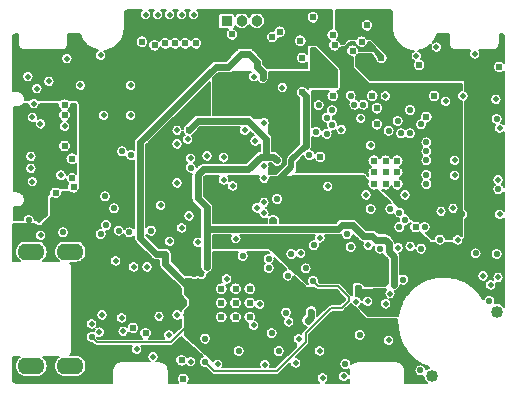
<source format=gbr>
G04 #@! TF.GenerationSoftware,KiCad,Pcbnew,5.1.5+dfsg1-2build2*
G04 #@! TF.CreationDate,2020-11-28T22:40:57+01:00*
G04 #@! TF.ProjectId,FunKey,46756e4b-6579-42e6-9b69-6361645f7063,E*
G04 #@! TF.SameCoordinates,Original*
G04 #@! TF.FileFunction,Copper,L3,Inr*
G04 #@! TF.FilePolarity,Positive*
%FSLAX46Y46*%
G04 Gerber Fmt 4.6, Leading zero omitted, Abs format (unit mm)*
G04 Created by KiCad (PCBNEW 5.1.5+dfsg1-2build2) date 2020-11-28 22:40:57*
%MOMM*%
%LPD*%
G04 APERTURE LIST*
%ADD10C,0.609600*%
%ADD11O,2.300000X1.400000*%
%ADD12C,0.965200*%
%ADD13R,0.965200X0.965200*%
%ADD14C,0.508000*%
%ADD15C,0.558800*%
%ADD16C,1.016000*%
%ADD17C,0.152400*%
%ADD18C,0.609600*%
%ADD19C,0.508000*%
G04 APERTURE END LIST*
D10*
X106950000Y-57166000D03*
X107950000Y-57166000D03*
X108950000Y-57166000D03*
X106950000Y-58166000D03*
X107950000Y-58166000D03*
X108950000Y-58166000D03*
X106950000Y-59166000D03*
X107950000Y-59166000D03*
X108950000Y-59166000D03*
X94050000Y-70415000D03*
X94050000Y-69215000D03*
X94050000Y-68015000D03*
X95250000Y-70415000D03*
X95250000Y-69215000D03*
X95250000Y-68015000D03*
X96450000Y-70415000D03*
X96450000Y-69215000D03*
X96450000Y-68015000D03*
D11*
X81250000Y-74573000D03*
X81250000Y-64873000D03*
X77950000Y-64873000D03*
X77950000Y-74573000D03*
D12*
X97028000Y-45339000D03*
X95758000Y-45339000D03*
D13*
X94488000Y-45339000D03*
D14*
X102362000Y-73279000D03*
X100330000Y-74295000D03*
X93726000Y-74422000D03*
X88773000Y-70358000D03*
X89611200Y-71932800D03*
X89662000Y-64008000D03*
X90678000Y-62865000D03*
X92049600Y-64084200D03*
X95275400Y-63779400D03*
X109016800Y-64541400D03*
X86868000Y-73152000D03*
X94996000Y-59309000D03*
X117297200Y-51968400D03*
X96012000Y-54610000D03*
X96901000Y-55499000D03*
X97663000Y-58674000D03*
X117475000Y-67056000D03*
X117475000Y-58801000D03*
X117602000Y-54406800D03*
X110566200Y-48310800D03*
X117602000Y-61722000D03*
X91440000Y-74193400D03*
X78181200Y-52349400D03*
X78054200Y-53492400D03*
X77927200Y-56794400D03*
X77927200Y-57810400D03*
X78054200Y-58953400D03*
X78714600Y-54051200D03*
X106426000Y-69088000D03*
X85725000Y-71628000D03*
X85598000Y-70485000D03*
X86614000Y-66167000D03*
X87757000Y-66167000D03*
X88265000Y-73787000D03*
X97739200Y-74447400D03*
X83058000Y-70993000D03*
X91694000Y-44805600D03*
X90678000Y-44805600D03*
X89662000Y-44805600D03*
X88646000Y-44805600D03*
X87630000Y-44805600D03*
X100761800Y-65024000D03*
X105486200Y-69113400D03*
X116840000Y-67691000D03*
X106476800Y-64338200D03*
X108331000Y-68427600D03*
X107950000Y-69291200D03*
X114503200Y-51689000D03*
X92837000Y-56769000D03*
X79451200Y-50444400D03*
X91313000Y-61849000D03*
X96774000Y-71120000D03*
X97663000Y-53975000D03*
D15*
X80645000Y-63246000D03*
D14*
X108204000Y-72390000D03*
X110032800Y-64414400D03*
X104394000Y-75438000D03*
X104190800Y-54533800D03*
D15*
X84201000Y-60198000D03*
D14*
X103047800Y-59334400D03*
X77673200Y-50063400D03*
X80975200Y-48539400D03*
X83820000Y-48260000D03*
X86360000Y-50800000D03*
X86360000Y-53340000D03*
X84074000Y-53340000D03*
X88900000Y-60960000D03*
X91186000Y-55372000D03*
X78740000Y-63500000D03*
X113792000Y-58420000D03*
X106680000Y-55880000D03*
X82118200Y-50800000D03*
X78435200Y-51079400D03*
X80772000Y-54254400D03*
D15*
X84963000Y-61214000D03*
D14*
X85090000Y-65659000D03*
X83947000Y-70231000D03*
X102616000Y-75565000D03*
X97282000Y-69342000D03*
X94488000Y-67183000D03*
X94234000Y-56896000D03*
X94234000Y-58801000D03*
X97663000Y-57658000D03*
X97663000Y-60706000D03*
X97663000Y-61620400D03*
X97053400Y-61163200D03*
X107924600Y-51689000D03*
X113792000Y-57150000D03*
X113665000Y-61214000D03*
X112649000Y-61468000D03*
X114046000Y-63881000D03*
X116205000Y-66929000D03*
X109601000Y-60071000D03*
X106299000Y-60071000D03*
X91440000Y-56972200D03*
X90297000Y-59055000D03*
X83718400Y-71678800D03*
X90297000Y-54610000D03*
X90297000Y-55753000D03*
X80467200Y-58394600D03*
X102387400Y-63703200D03*
X100584000Y-72263000D03*
X113030000Y-52146200D03*
D10*
X103632000Y-47396400D03*
X105156000Y-47853600D03*
X105918000Y-47091600D03*
X101803200Y-45034200D03*
D14*
X99212400Y-50977800D03*
X96774000Y-50063400D03*
D10*
X100736400Y-47015400D03*
D14*
X105841800Y-53594000D03*
X115493800Y-48133000D03*
X112242600Y-47548800D03*
X94640400Y-73279000D03*
X90297000Y-70231000D03*
X97790000Y-73279000D03*
X91008200Y-67614800D03*
X95046800Y-65227200D03*
X99542600Y-68453000D03*
D15*
X89306400Y-65074800D03*
X83058000Y-72085200D03*
X104241600Y-68884800D03*
D14*
X97028000Y-73279000D03*
X91059000Y-70231000D03*
D10*
X97536000Y-50139600D03*
D15*
X105714800Y-67970400D03*
X117602000Y-56007000D03*
X117500400Y-57302400D03*
X112547400Y-49072800D03*
X98729800Y-61214000D03*
X92964000Y-60045600D03*
X92811600Y-58826400D03*
X115366800Y-66598800D03*
D10*
X106680000Y-48463200D03*
X105765600Y-49072800D03*
X100888800Y-51358800D03*
X104241600Y-46939200D03*
X98755200Y-58902600D03*
X109270800Y-48158400D03*
D14*
X99745800Y-70815200D03*
D15*
X112014000Y-63093600D03*
X91744800Y-66751200D03*
X104089200Y-64160400D03*
X77724000Y-62179200D03*
X89306400Y-63093600D03*
X89001600Y-69189600D03*
X89916000Y-69189600D03*
X90830400Y-69189600D03*
X99974400Y-66141600D03*
X117348000Y-65074800D03*
X117500400Y-59588400D03*
X114452400Y-61722000D03*
X117348000Y-53644800D03*
X98450400Y-62179200D03*
X98755200Y-60426600D03*
X92354400Y-66751200D03*
X106375200Y-67513200D03*
X77724000Y-62941200D03*
D10*
X113792000Y-52197000D03*
X107594400Y-48463200D03*
X104927400Y-48615600D03*
X85648800Y-48158400D03*
D15*
X101803200Y-67360800D03*
X92659200Y-74218800D03*
D10*
X102412800Y-56845200D03*
D15*
X95504000Y-73279000D03*
X83820000Y-63398400D03*
X108661200Y-67665600D03*
D10*
X92811600Y-66141600D03*
X98755200Y-57150000D03*
X91287600Y-54559200D03*
D15*
X101650800Y-69951600D03*
X101346000Y-70713600D03*
D10*
X98983800Y-46253400D03*
D15*
X98425000Y-57861200D03*
X98450400Y-54254400D03*
D10*
X102108000Y-48158400D03*
X94691200Y-50088800D03*
X93929200Y-50088800D03*
D15*
X107442000Y-64617600D03*
D10*
X90830400Y-75641200D03*
X90678000Y-74066400D03*
D15*
X102285800Y-52476400D03*
D10*
X80772000Y-52425600D03*
D15*
X103428800Y-52908200D03*
D10*
X80772000Y-53340000D03*
D15*
X105003600Y-64465200D03*
X103428800Y-54127400D03*
D10*
X81381600Y-56997600D03*
X80010000Y-59893200D03*
D15*
X102971600Y-54889400D03*
D10*
X81381600Y-58674000D03*
D15*
X102057200Y-54737000D03*
D10*
X81534000Y-59436000D03*
D15*
X101879400Y-64338200D03*
X92659200Y-72237600D03*
X101498400Y-56692800D03*
D10*
X111404400Y-53467000D03*
X112064800Y-51689000D03*
X98374200Y-46710600D03*
X94945200Y-46482000D03*
X107213400Y-52730400D03*
X107213400Y-54102000D03*
D15*
X99669600Y-66903600D03*
X99517200Y-70027800D03*
X98298000Y-71780400D03*
X98907600Y-73304400D03*
D10*
X103479600Y-51663600D03*
X110490000Y-62788800D03*
D14*
X78613000Y-61442600D03*
X78079600Y-54813200D03*
X78613000Y-62204600D03*
D15*
X104698800Y-63398400D03*
X102971600Y-53517800D03*
D10*
X80772000Y-55930800D03*
D15*
X105765600Y-71932800D03*
D10*
X103479600Y-46507400D03*
D15*
X116738400Y-69037200D03*
D16*
X117348000Y-69950000D03*
D15*
X104546400Y-74371200D03*
X110896400Y-74930000D03*
D16*
X111900000Y-75387200D03*
D10*
X87325200Y-47091600D03*
D15*
X84277200Y-62636400D03*
X111404400Y-57150000D03*
X109118400Y-61569600D03*
X111404400Y-56388000D03*
X108356400Y-61264800D03*
X111404400Y-55626000D03*
X106680000Y-61264800D03*
D10*
X117576600Y-49225200D03*
D15*
X115570000Y-65024000D03*
X112547400Y-63855600D03*
X101193600Y-66294000D03*
X110947200Y-64617600D03*
D10*
X100888800Y-48463200D03*
D15*
X109448600Y-67233800D03*
X95859600Y-65227200D03*
D10*
X86563200Y-71323200D03*
X87630000Y-71780400D03*
D15*
X105308400Y-52425600D03*
D10*
X88392000Y-47396400D03*
D15*
X105003600Y-51663600D03*
D10*
X89306400Y-47244000D03*
X106832400Y-51663600D03*
X91897200Y-47244000D03*
D15*
X106070400Y-52425600D03*
D10*
X90119200Y-47244000D03*
X90982800Y-47244000D03*
X110794800Y-49072800D03*
D15*
X110947200Y-54102000D03*
X88087200Y-63093600D03*
X91440000Y-57759600D03*
D10*
X106375200Y-45720000D03*
D15*
X110032800Y-52882800D03*
X99974400Y-65074800D03*
X111252000Y-62788800D03*
X110032800Y-54864000D03*
X98044000Y-65481200D03*
X108966000Y-53797200D03*
X111404400Y-58369200D03*
X109118400Y-62788800D03*
X85344000Y-63093600D03*
X85648800Y-56388000D03*
X109270800Y-54864000D03*
X98044000Y-66243200D03*
X108204000Y-54635400D03*
X111404400Y-59131200D03*
X109575600Y-62179200D03*
X86258400Y-63246000D03*
X86410800Y-56692800D03*
D17*
X83058000Y-72085200D02*
X83515200Y-72542400D01*
X83515200Y-72542400D02*
X89763600Y-72542400D01*
D18*
X99517200Y-68427600D02*
X99542600Y-68453000D01*
X89306400Y-65074800D02*
X89306400Y-65913000D01*
X89306400Y-65913000D02*
X91008200Y-67614800D01*
X99542600Y-68453000D02*
X103809800Y-68453000D01*
X103809800Y-68453000D02*
X104241600Y-68884800D01*
X88544400Y-65074800D02*
X89306400Y-65074800D01*
D17*
X91059000Y-70231000D02*
X91059000Y-71247000D01*
X91059000Y-71247000D02*
X89763600Y-72542400D01*
D18*
X87172800Y-63703200D02*
X88544400Y-65074800D01*
X87172800Y-63703200D02*
X87172800Y-55626000D01*
X87172800Y-55626000D02*
X93573600Y-49225200D01*
X93573600Y-49225200D02*
X94640400Y-49225200D01*
X94640400Y-49225200D02*
X95707200Y-48158400D01*
X95707200Y-48158400D02*
X96393000Y-48158400D01*
X96393000Y-48158400D02*
X97078800Y-48844200D01*
X97078800Y-48844200D02*
X97078800Y-49225200D01*
X97078800Y-49225200D02*
X97536000Y-49682400D01*
X97536000Y-50139600D02*
X97536000Y-49682400D01*
X92811600Y-58826400D02*
X92811600Y-59893200D01*
X92811600Y-59893200D02*
X92964000Y-60045600D01*
X92964000Y-60045600D02*
X93116400Y-60198000D01*
D19*
X101193600Y-55930800D02*
X99974400Y-57150000D01*
X99974400Y-57150000D02*
X99974400Y-57683400D01*
X99974400Y-57683400D02*
X98755200Y-58902600D01*
D18*
X101193600Y-55930800D02*
X101193600Y-51663600D01*
X101193600Y-51663600D02*
X100888800Y-51358800D01*
D17*
X101803200Y-67360800D02*
X102260400Y-67818000D01*
X102260400Y-67818000D02*
X103936800Y-67818000D01*
X103936800Y-67818000D02*
X104851200Y-68732400D01*
X104851200Y-68732400D02*
X104851200Y-69037200D01*
X104851200Y-69037200D02*
X104241600Y-69646800D01*
X103327200Y-69646800D02*
X104241600Y-69646800D01*
X98755200Y-74980800D02*
X93421200Y-74980800D01*
X93421200Y-74980800D02*
X92659200Y-74218800D01*
X98755200Y-74980800D02*
X101193600Y-72542400D01*
X101193600Y-72542400D02*
X101193600Y-71780400D01*
X101193600Y-71780400D02*
X103327200Y-69646800D01*
D18*
X92811600Y-62941200D02*
X92811600Y-66141600D01*
X108661200Y-67665600D02*
X108661200Y-65303400D01*
X108661200Y-65303400D02*
X108204000Y-64846200D01*
X108204000Y-64846200D02*
X108204000Y-64160400D01*
X97840800Y-55321200D02*
X96316800Y-53797200D01*
X108204000Y-64160400D02*
X107899200Y-63855600D01*
X107899200Y-63855600D02*
X107137200Y-63855600D01*
X107137200Y-63855600D02*
X106832400Y-63550800D01*
X92811600Y-62941200D02*
X92811600Y-61112400D01*
X92811600Y-61112400D02*
X92049600Y-60350400D01*
X92049600Y-60350400D02*
X92049600Y-58369200D01*
X92049600Y-58369200D02*
X92506800Y-57912000D01*
X92506800Y-57912000D02*
X96316800Y-57912000D01*
X98450400Y-56845200D02*
X97840800Y-56845200D01*
X97840800Y-56845200D02*
X97383600Y-56845200D01*
X97383600Y-56845200D02*
X96316800Y-57912000D01*
X97840800Y-55321200D02*
X97840800Y-56845200D01*
X98755200Y-57150000D02*
X98450400Y-56845200D01*
X96316800Y-53797200D02*
X92049600Y-53797200D01*
X92049600Y-53797200D02*
X91287600Y-54559200D01*
X106832400Y-63550800D02*
X106070400Y-63550800D01*
X106070400Y-63550800D02*
X105156000Y-62636400D01*
X105156000Y-62636400D02*
X104241600Y-62636400D01*
X104241600Y-62636400D02*
X103936800Y-62941200D01*
X103936800Y-62941200D02*
X92811600Y-62941200D01*
X101650800Y-69951600D02*
X101650800Y-70408800D01*
X101650800Y-70408800D02*
X101346000Y-70713600D01*
X98450400Y-54254400D02*
X98425000Y-54229000D01*
D17*
G36*
X95465011Y-64903369D02*
G01*
X95409416Y-64986572D01*
X95371122Y-65079022D01*
X95351600Y-65177166D01*
X95351600Y-65277234D01*
X95371122Y-65375378D01*
X95409416Y-65467828D01*
X95465011Y-65551031D01*
X95535769Y-65621789D01*
X95618972Y-65677384D01*
X95711422Y-65715678D01*
X95809566Y-65735200D01*
X95909634Y-65735200D01*
X96007778Y-65715678D01*
X96100228Y-65677384D01*
X96183431Y-65621789D01*
X96254189Y-65551031D01*
X96309784Y-65467828D01*
X96348078Y-65375378D01*
X96367600Y-65277234D01*
X96367600Y-65177166D01*
X96348078Y-65079022D01*
X96309784Y-64986572D01*
X96254189Y-64903369D01*
X96222420Y-64871600D01*
X98013520Y-64871600D01*
X98127108Y-64979779D01*
X98094034Y-64973200D01*
X97993966Y-64973200D01*
X97895822Y-64992722D01*
X97803372Y-65031016D01*
X97720169Y-65086611D01*
X97649411Y-65157369D01*
X97593816Y-65240572D01*
X97555522Y-65333022D01*
X97536000Y-65431166D01*
X97536000Y-65531234D01*
X97555522Y-65629378D01*
X97593816Y-65721828D01*
X97649411Y-65805031D01*
X97706580Y-65862200D01*
X97649411Y-65919369D01*
X97593816Y-66002572D01*
X97555522Y-66095022D01*
X97536000Y-66193166D01*
X97536000Y-66293234D01*
X97555522Y-66391378D01*
X97593816Y-66483828D01*
X97649411Y-66567031D01*
X97720169Y-66637789D01*
X97803372Y-66693384D01*
X97895822Y-66731678D01*
X97993966Y-66751200D01*
X98094034Y-66751200D01*
X98192178Y-66731678D01*
X98284628Y-66693384D01*
X98367831Y-66637789D01*
X98438589Y-66567031D01*
X98494184Y-66483828D01*
X98532478Y-66391378D01*
X98552000Y-66293234D01*
X98552000Y-66193166D01*
X98532478Y-66095022D01*
X98494184Y-66002572D01*
X98438589Y-65919369D01*
X98381420Y-65862200D01*
X98438589Y-65805031D01*
X98494184Y-65721828D01*
X98532478Y-65629378D01*
X98552000Y-65531234D01*
X98552000Y-65431166D01*
X98540533Y-65373517D01*
X99482022Y-66270174D01*
X99485922Y-66289778D01*
X99524216Y-66382228D01*
X99543289Y-66410772D01*
X99521422Y-66415122D01*
X99428972Y-66453416D01*
X99345769Y-66509011D01*
X99275011Y-66579769D01*
X99219416Y-66662972D01*
X99181122Y-66755422D01*
X99161600Y-66853566D01*
X99161600Y-66953634D01*
X99181122Y-67051778D01*
X99219416Y-67144228D01*
X99275011Y-67227431D01*
X99345769Y-67298189D01*
X99428972Y-67353784D01*
X99521422Y-67392078D01*
X99619566Y-67411600D01*
X99719634Y-67411600D01*
X99817778Y-67392078D01*
X99910228Y-67353784D01*
X99993431Y-67298189D01*
X100064189Y-67227431D01*
X100119784Y-67144228D01*
X100158078Y-67051778D01*
X100177600Y-66953634D01*
X100177600Y-66932629D01*
X101191848Y-67898579D01*
X101203623Y-67907771D01*
X101216965Y-67914490D01*
X101231361Y-67918476D01*
X101244400Y-67919600D01*
X101930948Y-67919600D01*
X102034291Y-68022943D01*
X102043832Y-68034568D01*
X102090243Y-68072658D01*
X102143194Y-68100960D01*
X102183219Y-68113102D01*
X102200648Y-68118389D01*
X102206289Y-68118945D01*
X102245434Y-68122800D01*
X102245441Y-68122800D01*
X102260399Y-68124273D01*
X102275357Y-68122800D01*
X103810549Y-68122800D01*
X104292400Y-68604652D01*
X104292400Y-69164949D01*
X104115349Y-69342000D01*
X103342157Y-69342000D01*
X103327199Y-69340527D01*
X103312241Y-69342000D01*
X103312234Y-69342000D01*
X103273089Y-69345855D01*
X103267448Y-69346411D01*
X103209994Y-69363840D01*
X103157043Y-69392142D01*
X103110632Y-69430232D01*
X103101092Y-69441856D01*
X102184200Y-70358748D01*
X102184200Y-69925405D01*
X102176481Y-69847035D01*
X102145981Y-69746489D01*
X102096451Y-69653825D01*
X102029795Y-69572605D01*
X101948575Y-69505949D01*
X101855910Y-69456419D01*
X101755364Y-69425919D01*
X101650800Y-69415620D01*
X101546235Y-69425919D01*
X101445689Y-69456419D01*
X101353025Y-69505949D01*
X101271805Y-69572605D01*
X101205149Y-69653825D01*
X101155619Y-69746490D01*
X101125119Y-69847036D01*
X101117400Y-69925406D01*
X101117400Y-70187859D01*
X100950307Y-70354952D01*
X100900349Y-70415827D01*
X100850819Y-70508490D01*
X100820319Y-70609036D01*
X100810021Y-70713600D01*
X100820319Y-70818164D01*
X100850819Y-70918710D01*
X100900349Y-71011373D01*
X100967005Y-71092595D01*
X101048227Y-71159251D01*
X101140890Y-71208781D01*
X101241436Y-71239281D01*
X101298088Y-71244860D01*
X100988657Y-71554292D01*
X100977033Y-71563832D01*
X100938943Y-71610243D01*
X100927195Y-71632222D01*
X100910640Y-71663195D01*
X100904192Y-71684450D01*
X100770679Y-71817963D01*
X100724769Y-71798946D01*
X100631532Y-71780400D01*
X100536468Y-71780400D01*
X100443231Y-71798946D01*
X100355403Y-71835326D01*
X100276360Y-71888140D01*
X100209140Y-71955360D01*
X100156326Y-72034403D01*
X100119946Y-72122231D01*
X100101400Y-72215468D01*
X100101400Y-72310532D01*
X100119946Y-72403769D01*
X100156326Y-72491597D01*
X100209140Y-72570640D01*
X100276360Y-72637860D01*
X100330000Y-72673701D01*
X100330000Y-72974948D01*
X98628949Y-74676000D01*
X98166872Y-74676000D01*
X98166874Y-74675997D01*
X98203254Y-74588169D01*
X98221800Y-74494932D01*
X98221800Y-74399868D01*
X98203254Y-74306631D01*
X98166874Y-74218803D01*
X98114060Y-74139760D01*
X98046840Y-74072540D01*
X97967797Y-74019726D01*
X97879969Y-73983346D01*
X97786732Y-73964800D01*
X97691668Y-73964800D01*
X97598431Y-73983346D01*
X97510603Y-74019726D01*
X97431560Y-74072540D01*
X97364340Y-74139760D01*
X97311526Y-74218803D01*
X97275146Y-74306631D01*
X97256600Y-74399868D01*
X97256600Y-74494932D01*
X97275146Y-74588169D01*
X97311526Y-74675997D01*
X97311528Y-74676000D01*
X94136701Y-74676000D01*
X94153674Y-74650597D01*
X94190054Y-74562769D01*
X94208600Y-74469532D01*
X94208600Y-74374468D01*
X94190054Y-74281231D01*
X94153674Y-74193403D01*
X94100860Y-74114360D01*
X94033640Y-74047140D01*
X93954597Y-73994326D01*
X93866769Y-73957946D01*
X93773532Y-73939400D01*
X93678468Y-73939400D01*
X93585231Y-73957946D01*
X93497403Y-73994326D01*
X93418360Y-74047140D01*
X93351140Y-74114360D01*
X93343509Y-74125781D01*
X92347048Y-73228966D01*
X94996000Y-73228966D01*
X94996000Y-73329034D01*
X95015522Y-73427178D01*
X95053816Y-73519628D01*
X95109411Y-73602831D01*
X95180169Y-73673589D01*
X95263372Y-73729184D01*
X95355822Y-73767478D01*
X95453966Y-73787000D01*
X95554034Y-73787000D01*
X95652178Y-73767478D01*
X95744628Y-73729184D01*
X95827831Y-73673589D01*
X95898589Y-73602831D01*
X95954184Y-73519628D01*
X95992478Y-73427178D01*
X96012000Y-73329034D01*
X96012000Y-73254366D01*
X98399600Y-73254366D01*
X98399600Y-73354434D01*
X98419122Y-73452578D01*
X98457416Y-73545028D01*
X98513011Y-73628231D01*
X98583769Y-73698989D01*
X98666972Y-73754584D01*
X98759422Y-73792878D01*
X98857566Y-73812400D01*
X98957634Y-73812400D01*
X99055778Y-73792878D01*
X99148228Y-73754584D01*
X99231431Y-73698989D01*
X99302189Y-73628231D01*
X99357784Y-73545028D01*
X99396078Y-73452578D01*
X99415600Y-73354434D01*
X99415600Y-73254366D01*
X99396078Y-73156222D01*
X99357784Y-73063772D01*
X99302189Y-72980569D01*
X99231431Y-72909811D01*
X99148228Y-72854216D01*
X99055778Y-72815922D01*
X98957634Y-72796400D01*
X98857566Y-72796400D01*
X98759422Y-72815922D01*
X98666972Y-72854216D01*
X98583769Y-72909811D01*
X98513011Y-72980569D01*
X98457416Y-73063772D01*
X98419122Y-73156222D01*
X98399600Y-73254366D01*
X96012000Y-73254366D01*
X96012000Y-73228966D01*
X95992478Y-73130822D01*
X95954184Y-73038372D01*
X95898589Y-72955169D01*
X95827831Y-72884411D01*
X95744628Y-72828816D01*
X95652178Y-72790522D01*
X95554034Y-72771000D01*
X95453966Y-72771000D01*
X95355822Y-72790522D01*
X95263372Y-72828816D01*
X95180169Y-72884411D01*
X95109411Y-72955169D01*
X95053816Y-73038372D01*
X95015522Y-73130822D01*
X94996000Y-73228966D01*
X92347048Y-73228966D01*
X91189936Y-72187566D01*
X92151200Y-72187566D01*
X92151200Y-72287634D01*
X92170722Y-72385778D01*
X92209016Y-72478228D01*
X92264611Y-72561431D01*
X92335369Y-72632189D01*
X92418572Y-72687784D01*
X92511022Y-72726078D01*
X92609166Y-72745600D01*
X92709234Y-72745600D01*
X92807378Y-72726078D01*
X92899828Y-72687784D01*
X92983031Y-72632189D01*
X93053789Y-72561431D01*
X93109384Y-72478228D01*
X93147678Y-72385778D01*
X93167200Y-72287634D01*
X93167200Y-72187566D01*
X93147678Y-72089422D01*
X93109384Y-71996972D01*
X93053789Y-71913769D01*
X92983031Y-71843011D01*
X92899828Y-71787416D01*
X92807378Y-71749122D01*
X92713085Y-71730366D01*
X97790000Y-71730366D01*
X97790000Y-71830434D01*
X97809522Y-71928578D01*
X97847816Y-72021028D01*
X97903411Y-72104231D01*
X97974169Y-72174989D01*
X98057372Y-72230584D01*
X98149822Y-72268878D01*
X98247966Y-72288400D01*
X98348034Y-72288400D01*
X98446178Y-72268878D01*
X98538628Y-72230584D01*
X98621831Y-72174989D01*
X98692589Y-72104231D01*
X98748184Y-72021028D01*
X98786478Y-71928578D01*
X98806000Y-71830434D01*
X98806000Y-71730366D01*
X98786478Y-71632222D01*
X98748184Y-71539772D01*
X98692589Y-71456569D01*
X98621831Y-71385811D01*
X98538628Y-71330216D01*
X98446178Y-71291922D01*
X98348034Y-71272400D01*
X98247966Y-71272400D01*
X98149822Y-71291922D01*
X98057372Y-71330216D01*
X97974169Y-71385811D01*
X97903411Y-71456569D01*
X97847816Y-71539772D01*
X97809522Y-71632222D01*
X97790000Y-71730366D01*
X92713085Y-71730366D01*
X92709234Y-71729600D01*
X92609166Y-71729600D01*
X92511022Y-71749122D01*
X92418572Y-71787416D01*
X92335369Y-71843011D01*
X92264611Y-71913769D01*
X92209016Y-71996972D01*
X92170722Y-72089422D01*
X92151200Y-72187566D01*
X91189936Y-72187566D01*
X90932000Y-71955424D01*
X90932000Y-70362465D01*
X93516600Y-70362465D01*
X93516600Y-70467535D01*
X93537098Y-70570587D01*
X93577307Y-70667660D01*
X93635681Y-70755023D01*
X93709977Y-70829319D01*
X93797340Y-70887693D01*
X93894413Y-70927902D01*
X93997465Y-70948400D01*
X94102535Y-70948400D01*
X94205587Y-70927902D01*
X94302660Y-70887693D01*
X94390023Y-70829319D01*
X94464319Y-70755023D01*
X94522693Y-70667660D01*
X94562902Y-70570587D01*
X94583400Y-70467535D01*
X94583400Y-70362465D01*
X94716600Y-70362465D01*
X94716600Y-70467535D01*
X94737098Y-70570587D01*
X94777307Y-70667660D01*
X94835681Y-70755023D01*
X94909977Y-70829319D01*
X94997340Y-70887693D01*
X95094413Y-70927902D01*
X95197465Y-70948400D01*
X95302535Y-70948400D01*
X95405587Y-70927902D01*
X95502660Y-70887693D01*
X95590023Y-70829319D01*
X95664319Y-70755023D01*
X95722693Y-70667660D01*
X95762902Y-70570587D01*
X95783400Y-70467535D01*
X95783400Y-70362465D01*
X95916600Y-70362465D01*
X95916600Y-70467535D01*
X95937098Y-70570587D01*
X95977307Y-70667660D01*
X96035681Y-70755023D01*
X96109977Y-70829319D01*
X96197340Y-70887693D01*
X96294413Y-70927902D01*
X96328407Y-70934664D01*
X96309946Y-70979231D01*
X96291400Y-71072468D01*
X96291400Y-71167532D01*
X96309946Y-71260769D01*
X96346326Y-71348597D01*
X96399140Y-71427640D01*
X96466360Y-71494860D01*
X96545403Y-71547674D01*
X96633231Y-71584054D01*
X96726468Y-71602600D01*
X96821532Y-71602600D01*
X96914769Y-71584054D01*
X97002597Y-71547674D01*
X97081640Y-71494860D01*
X97148860Y-71427640D01*
X97201674Y-71348597D01*
X97238054Y-71260769D01*
X97256600Y-71167532D01*
X97256600Y-71072468D01*
X97238054Y-70979231D01*
X97201674Y-70891403D01*
X97148860Y-70812360D01*
X97081640Y-70745140D01*
X97002597Y-70692326D01*
X96925674Y-70660463D01*
X96962902Y-70570587D01*
X96983400Y-70467535D01*
X96983400Y-70362465D01*
X96962902Y-70259413D01*
X96922693Y-70162340D01*
X96864319Y-70074977D01*
X96790023Y-70000681D01*
X96755729Y-69977766D01*
X99009200Y-69977766D01*
X99009200Y-70077834D01*
X99028722Y-70175978D01*
X99067016Y-70268428D01*
X99122611Y-70351631D01*
X99193369Y-70422389D01*
X99276572Y-70477984D01*
X99365962Y-70515010D01*
X99318126Y-70586603D01*
X99281746Y-70674431D01*
X99263200Y-70767668D01*
X99263200Y-70862732D01*
X99281746Y-70955969D01*
X99318126Y-71043797D01*
X99370940Y-71122840D01*
X99438160Y-71190060D01*
X99517203Y-71242874D01*
X99605031Y-71279254D01*
X99698268Y-71297800D01*
X99793332Y-71297800D01*
X99886569Y-71279254D01*
X99974397Y-71242874D01*
X100053440Y-71190060D01*
X100120660Y-71122840D01*
X100173474Y-71043797D01*
X100209854Y-70955969D01*
X100228400Y-70862732D01*
X100228400Y-70767668D01*
X100209854Y-70674431D01*
X100173474Y-70586603D01*
X100120660Y-70507560D01*
X100053440Y-70440340D01*
X99974397Y-70387526D01*
X99904745Y-70358675D01*
X99911789Y-70351631D01*
X99967384Y-70268428D01*
X100005678Y-70175978D01*
X100025200Y-70077834D01*
X100025200Y-69977766D01*
X100005678Y-69879622D01*
X99967384Y-69787172D01*
X99911789Y-69703969D01*
X99841031Y-69633211D01*
X99757828Y-69577616D01*
X99665378Y-69539322D01*
X99567234Y-69519800D01*
X99467166Y-69519800D01*
X99369022Y-69539322D01*
X99276572Y-69577616D01*
X99193369Y-69633211D01*
X99122611Y-69703969D01*
X99067016Y-69787172D01*
X99028722Y-69879622D01*
X99009200Y-69977766D01*
X96755729Y-69977766D01*
X96702660Y-69942307D01*
X96605587Y-69902098D01*
X96502535Y-69881600D01*
X96397465Y-69881600D01*
X96294413Y-69902098D01*
X96197340Y-69942307D01*
X96109977Y-70000681D01*
X96035681Y-70074977D01*
X95977307Y-70162340D01*
X95937098Y-70259413D01*
X95916600Y-70362465D01*
X95783400Y-70362465D01*
X95762902Y-70259413D01*
X95722693Y-70162340D01*
X95664319Y-70074977D01*
X95590023Y-70000681D01*
X95502660Y-69942307D01*
X95405587Y-69902098D01*
X95302535Y-69881600D01*
X95197465Y-69881600D01*
X95094413Y-69902098D01*
X94997340Y-69942307D01*
X94909977Y-70000681D01*
X94835681Y-70074977D01*
X94777307Y-70162340D01*
X94737098Y-70259413D01*
X94716600Y-70362465D01*
X94583400Y-70362465D01*
X94562902Y-70259413D01*
X94522693Y-70162340D01*
X94464319Y-70074977D01*
X94390023Y-70000681D01*
X94302660Y-69942307D01*
X94205587Y-69902098D01*
X94102535Y-69881600D01*
X93997465Y-69881600D01*
X93894413Y-69902098D01*
X93797340Y-69942307D01*
X93709977Y-70000681D01*
X93635681Y-70074977D01*
X93577307Y-70162340D01*
X93537098Y-70259413D01*
X93516600Y-70362465D01*
X90932000Y-70362465D01*
X90932000Y-69930558D01*
X91366882Y-69495675D01*
X91376358Y-69484128D01*
X91383400Y-69470954D01*
X91387736Y-69456660D01*
X91389200Y-69441794D01*
X91389200Y-69162465D01*
X93516600Y-69162465D01*
X93516600Y-69267535D01*
X93537098Y-69370587D01*
X93577307Y-69467660D01*
X93635681Y-69555023D01*
X93709977Y-69629319D01*
X93797340Y-69687693D01*
X93894413Y-69727902D01*
X93997465Y-69748400D01*
X94102535Y-69748400D01*
X94205587Y-69727902D01*
X94302660Y-69687693D01*
X94390023Y-69629319D01*
X94464319Y-69555023D01*
X94522693Y-69467660D01*
X94562902Y-69370587D01*
X94583400Y-69267535D01*
X94583400Y-69162465D01*
X94716600Y-69162465D01*
X94716600Y-69267535D01*
X94737098Y-69370587D01*
X94777307Y-69467660D01*
X94835681Y-69555023D01*
X94909977Y-69629319D01*
X94997340Y-69687693D01*
X95094413Y-69727902D01*
X95197465Y-69748400D01*
X95302535Y-69748400D01*
X95405587Y-69727902D01*
X95502660Y-69687693D01*
X95590023Y-69629319D01*
X95664319Y-69555023D01*
X95722693Y-69467660D01*
X95762902Y-69370587D01*
X95783400Y-69267535D01*
X95783400Y-69162465D01*
X95916600Y-69162465D01*
X95916600Y-69267535D01*
X95937098Y-69370587D01*
X95977307Y-69467660D01*
X96035681Y-69555023D01*
X96109977Y-69629319D01*
X96197340Y-69687693D01*
X96294413Y-69727902D01*
X96397465Y-69748400D01*
X96502535Y-69748400D01*
X96605587Y-69727902D01*
X96702660Y-69687693D01*
X96790023Y-69629319D01*
X96852691Y-69566651D01*
X96854326Y-69570597D01*
X96907140Y-69649640D01*
X96974360Y-69716860D01*
X97053403Y-69769674D01*
X97141231Y-69806054D01*
X97234468Y-69824600D01*
X97329532Y-69824600D01*
X97422769Y-69806054D01*
X97510597Y-69769674D01*
X97589640Y-69716860D01*
X97656860Y-69649640D01*
X97709674Y-69570597D01*
X97746054Y-69482769D01*
X97764600Y-69389532D01*
X97764600Y-69294468D01*
X97746054Y-69201231D01*
X97709674Y-69113403D01*
X97656860Y-69034360D01*
X97589640Y-68967140D01*
X97510597Y-68914326D01*
X97422769Y-68877946D01*
X97329532Y-68859400D01*
X97234468Y-68859400D01*
X97141231Y-68877946D01*
X97053403Y-68914326D01*
X96974360Y-68967140D01*
X96939232Y-69002268D01*
X96922693Y-68962340D01*
X96864319Y-68874977D01*
X96790023Y-68800681D01*
X96702660Y-68742307D01*
X96605587Y-68702098D01*
X96502535Y-68681600D01*
X96397465Y-68681600D01*
X96294413Y-68702098D01*
X96197340Y-68742307D01*
X96109977Y-68800681D01*
X96035681Y-68874977D01*
X95977307Y-68962340D01*
X95937098Y-69059413D01*
X95916600Y-69162465D01*
X95783400Y-69162465D01*
X95762902Y-69059413D01*
X95722693Y-68962340D01*
X95664319Y-68874977D01*
X95590023Y-68800681D01*
X95502660Y-68742307D01*
X95405587Y-68702098D01*
X95302535Y-68681600D01*
X95197465Y-68681600D01*
X95094413Y-68702098D01*
X94997340Y-68742307D01*
X94909977Y-68800681D01*
X94835681Y-68874977D01*
X94777307Y-68962340D01*
X94737098Y-69059413D01*
X94716600Y-69162465D01*
X94583400Y-69162465D01*
X94562902Y-69059413D01*
X94522693Y-68962340D01*
X94464319Y-68874977D01*
X94390023Y-68800681D01*
X94302660Y-68742307D01*
X94205587Y-68702098D01*
X94102535Y-68681600D01*
X93997465Y-68681600D01*
X93894413Y-68702098D01*
X93797340Y-68742307D01*
X93709977Y-68800681D01*
X93635681Y-68874977D01*
X93577307Y-68962340D01*
X93537098Y-69059413D01*
X93516600Y-69162465D01*
X91389200Y-69162465D01*
X91389200Y-68937406D01*
X91387736Y-68922540D01*
X91383400Y-68908246D01*
X91376358Y-68895072D01*
X91366882Y-68883525D01*
X90932000Y-68448642D01*
X90932000Y-67962465D01*
X93516600Y-67962465D01*
X93516600Y-68067535D01*
X93537098Y-68170587D01*
X93577307Y-68267660D01*
X93635681Y-68355023D01*
X93709977Y-68429319D01*
X93797340Y-68487693D01*
X93894413Y-68527902D01*
X93997465Y-68548400D01*
X94102535Y-68548400D01*
X94205587Y-68527902D01*
X94302660Y-68487693D01*
X94390023Y-68429319D01*
X94464319Y-68355023D01*
X94522693Y-68267660D01*
X94562902Y-68170587D01*
X94583400Y-68067535D01*
X94583400Y-67962465D01*
X94716600Y-67962465D01*
X94716600Y-68067535D01*
X94737098Y-68170587D01*
X94777307Y-68267660D01*
X94835681Y-68355023D01*
X94909977Y-68429319D01*
X94997340Y-68487693D01*
X95094413Y-68527902D01*
X95197465Y-68548400D01*
X95302535Y-68548400D01*
X95405587Y-68527902D01*
X95502660Y-68487693D01*
X95590023Y-68429319D01*
X95664319Y-68355023D01*
X95722693Y-68267660D01*
X95762902Y-68170587D01*
X95783400Y-68067535D01*
X95783400Y-67962465D01*
X95916600Y-67962465D01*
X95916600Y-68067535D01*
X95937098Y-68170587D01*
X95977307Y-68267660D01*
X96035681Y-68355023D01*
X96109977Y-68429319D01*
X96197340Y-68487693D01*
X96294413Y-68527902D01*
X96397465Y-68548400D01*
X96502535Y-68548400D01*
X96605587Y-68527902D01*
X96702660Y-68487693D01*
X96790023Y-68429319D01*
X96864319Y-68355023D01*
X96922693Y-68267660D01*
X96962902Y-68170587D01*
X96983400Y-68067535D01*
X96983400Y-67962465D01*
X96962902Y-67859413D01*
X96922693Y-67762340D01*
X96864319Y-67674977D01*
X96790023Y-67600681D01*
X96702660Y-67542307D01*
X96605587Y-67502098D01*
X96502535Y-67481600D01*
X96397465Y-67481600D01*
X96294413Y-67502098D01*
X96197340Y-67542307D01*
X96109977Y-67600681D01*
X96035681Y-67674977D01*
X95977307Y-67762340D01*
X95937098Y-67859413D01*
X95916600Y-67962465D01*
X95783400Y-67962465D01*
X95762902Y-67859413D01*
X95722693Y-67762340D01*
X95664319Y-67674977D01*
X95590023Y-67600681D01*
X95502660Y-67542307D01*
X95405587Y-67502098D01*
X95302535Y-67481600D01*
X95197465Y-67481600D01*
X95094413Y-67502098D01*
X94997340Y-67542307D01*
X94909977Y-67600681D01*
X94835681Y-67674977D01*
X94777307Y-67762340D01*
X94737098Y-67859413D01*
X94716600Y-67962465D01*
X94583400Y-67962465D01*
X94562902Y-67859413D01*
X94522693Y-67762340D01*
X94464319Y-67674977D01*
X94454942Y-67665600D01*
X94535532Y-67665600D01*
X94628769Y-67647054D01*
X94716597Y-67610674D01*
X94795640Y-67557860D01*
X94862860Y-67490640D01*
X94915674Y-67411597D01*
X94952054Y-67323769D01*
X94970600Y-67230532D01*
X94970600Y-67135468D01*
X94952054Y-67042231D01*
X94915674Y-66954403D01*
X94862860Y-66875360D01*
X94795640Y-66808140D01*
X94716597Y-66755326D01*
X94628769Y-66718946D01*
X94535532Y-66700400D01*
X94440468Y-66700400D01*
X94347231Y-66718946D01*
X94259403Y-66755326D01*
X94180360Y-66808140D01*
X94113140Y-66875360D01*
X94060326Y-66954403D01*
X94023946Y-67042231D01*
X94005400Y-67135468D01*
X94005400Y-67230532D01*
X94023946Y-67323769D01*
X94060326Y-67411597D01*
X94107799Y-67482647D01*
X94102535Y-67481600D01*
X93997465Y-67481600D01*
X93894413Y-67502098D01*
X93797340Y-67542307D01*
X93709977Y-67600681D01*
X93635681Y-67674977D01*
X93577307Y-67762340D01*
X93537098Y-67859413D01*
X93516600Y-67962465D01*
X90932000Y-67962465D01*
X90932000Y-67157600D01*
X91438645Y-67157600D01*
X91504172Y-67201384D01*
X91596622Y-67239678D01*
X91694766Y-67259200D01*
X91794834Y-67259200D01*
X91892978Y-67239678D01*
X91985428Y-67201384D01*
X92049600Y-67158505D01*
X92113772Y-67201384D01*
X92206222Y-67239678D01*
X92304366Y-67259200D01*
X92404434Y-67259200D01*
X92502578Y-67239678D01*
X92595028Y-67201384D01*
X92678231Y-67145789D01*
X92748989Y-67075031D01*
X92804584Y-66991828D01*
X92842878Y-66899378D01*
X92862400Y-66801234D01*
X92862400Y-66780958D01*
X92890882Y-66752476D01*
X92900358Y-66740928D01*
X92907400Y-66727754D01*
X92911736Y-66713460D01*
X92913200Y-66698594D01*
X92913200Y-66667573D01*
X92916165Y-66667281D01*
X92941351Y-66659641D01*
X92967187Y-66654502D01*
X92991524Y-66644421D01*
X93016711Y-66636781D01*
X93039925Y-66624373D01*
X93064260Y-66614293D01*
X93086162Y-66599659D01*
X93109375Y-66587251D01*
X93129721Y-66570554D01*
X93151623Y-66555919D01*
X93170251Y-66537291D01*
X93190595Y-66520595D01*
X93207291Y-66500251D01*
X93225919Y-66481623D01*
X93240554Y-66459721D01*
X93257251Y-66439375D01*
X93269659Y-66416162D01*
X93284293Y-66394260D01*
X93294373Y-66369925D01*
X93306781Y-66346711D01*
X93314421Y-66321524D01*
X93324502Y-66297187D01*
X93329641Y-66271351D01*
X93337281Y-66246165D01*
X93339861Y-66219971D01*
X93345000Y-66194135D01*
X93345000Y-64871600D01*
X95496780Y-64871600D01*
X95465011Y-64903369D01*
G37*
X95465011Y-64903369D02*
X95409416Y-64986572D01*
X95371122Y-65079022D01*
X95351600Y-65177166D01*
X95351600Y-65277234D01*
X95371122Y-65375378D01*
X95409416Y-65467828D01*
X95465011Y-65551031D01*
X95535769Y-65621789D01*
X95618972Y-65677384D01*
X95711422Y-65715678D01*
X95809566Y-65735200D01*
X95909634Y-65735200D01*
X96007778Y-65715678D01*
X96100228Y-65677384D01*
X96183431Y-65621789D01*
X96254189Y-65551031D01*
X96309784Y-65467828D01*
X96348078Y-65375378D01*
X96367600Y-65277234D01*
X96367600Y-65177166D01*
X96348078Y-65079022D01*
X96309784Y-64986572D01*
X96254189Y-64903369D01*
X96222420Y-64871600D01*
X98013520Y-64871600D01*
X98127108Y-64979779D01*
X98094034Y-64973200D01*
X97993966Y-64973200D01*
X97895822Y-64992722D01*
X97803372Y-65031016D01*
X97720169Y-65086611D01*
X97649411Y-65157369D01*
X97593816Y-65240572D01*
X97555522Y-65333022D01*
X97536000Y-65431166D01*
X97536000Y-65531234D01*
X97555522Y-65629378D01*
X97593816Y-65721828D01*
X97649411Y-65805031D01*
X97706580Y-65862200D01*
X97649411Y-65919369D01*
X97593816Y-66002572D01*
X97555522Y-66095022D01*
X97536000Y-66193166D01*
X97536000Y-66293234D01*
X97555522Y-66391378D01*
X97593816Y-66483828D01*
X97649411Y-66567031D01*
X97720169Y-66637789D01*
X97803372Y-66693384D01*
X97895822Y-66731678D01*
X97993966Y-66751200D01*
X98094034Y-66751200D01*
X98192178Y-66731678D01*
X98284628Y-66693384D01*
X98367831Y-66637789D01*
X98438589Y-66567031D01*
X98494184Y-66483828D01*
X98532478Y-66391378D01*
X98552000Y-66293234D01*
X98552000Y-66193166D01*
X98532478Y-66095022D01*
X98494184Y-66002572D01*
X98438589Y-65919369D01*
X98381420Y-65862200D01*
X98438589Y-65805031D01*
X98494184Y-65721828D01*
X98532478Y-65629378D01*
X98552000Y-65531234D01*
X98552000Y-65431166D01*
X98540533Y-65373517D01*
X99482022Y-66270174D01*
X99485922Y-66289778D01*
X99524216Y-66382228D01*
X99543289Y-66410772D01*
X99521422Y-66415122D01*
X99428972Y-66453416D01*
X99345769Y-66509011D01*
X99275011Y-66579769D01*
X99219416Y-66662972D01*
X99181122Y-66755422D01*
X99161600Y-66853566D01*
X99161600Y-66953634D01*
X99181122Y-67051778D01*
X99219416Y-67144228D01*
X99275011Y-67227431D01*
X99345769Y-67298189D01*
X99428972Y-67353784D01*
X99521422Y-67392078D01*
X99619566Y-67411600D01*
X99719634Y-67411600D01*
X99817778Y-67392078D01*
X99910228Y-67353784D01*
X99993431Y-67298189D01*
X100064189Y-67227431D01*
X100119784Y-67144228D01*
X100158078Y-67051778D01*
X100177600Y-66953634D01*
X100177600Y-66932629D01*
X101191848Y-67898579D01*
X101203623Y-67907771D01*
X101216965Y-67914490D01*
X101231361Y-67918476D01*
X101244400Y-67919600D01*
X101930948Y-67919600D01*
X102034291Y-68022943D01*
X102043832Y-68034568D01*
X102090243Y-68072658D01*
X102143194Y-68100960D01*
X102183219Y-68113102D01*
X102200648Y-68118389D01*
X102206289Y-68118945D01*
X102245434Y-68122800D01*
X102245441Y-68122800D01*
X102260399Y-68124273D01*
X102275357Y-68122800D01*
X103810549Y-68122800D01*
X104292400Y-68604652D01*
X104292400Y-69164949D01*
X104115349Y-69342000D01*
X103342157Y-69342000D01*
X103327199Y-69340527D01*
X103312241Y-69342000D01*
X103312234Y-69342000D01*
X103273089Y-69345855D01*
X103267448Y-69346411D01*
X103209994Y-69363840D01*
X103157043Y-69392142D01*
X103110632Y-69430232D01*
X103101092Y-69441856D01*
X102184200Y-70358748D01*
X102184200Y-69925405D01*
X102176481Y-69847035D01*
X102145981Y-69746489D01*
X102096451Y-69653825D01*
X102029795Y-69572605D01*
X101948575Y-69505949D01*
X101855910Y-69456419D01*
X101755364Y-69425919D01*
X101650800Y-69415620D01*
X101546235Y-69425919D01*
X101445689Y-69456419D01*
X101353025Y-69505949D01*
X101271805Y-69572605D01*
X101205149Y-69653825D01*
X101155619Y-69746490D01*
X101125119Y-69847036D01*
X101117400Y-69925406D01*
X101117400Y-70187859D01*
X100950307Y-70354952D01*
X100900349Y-70415827D01*
X100850819Y-70508490D01*
X100820319Y-70609036D01*
X100810021Y-70713600D01*
X100820319Y-70818164D01*
X100850819Y-70918710D01*
X100900349Y-71011373D01*
X100967005Y-71092595D01*
X101048227Y-71159251D01*
X101140890Y-71208781D01*
X101241436Y-71239281D01*
X101298088Y-71244860D01*
X100988657Y-71554292D01*
X100977033Y-71563832D01*
X100938943Y-71610243D01*
X100927195Y-71632222D01*
X100910640Y-71663195D01*
X100904192Y-71684450D01*
X100770679Y-71817963D01*
X100724769Y-71798946D01*
X100631532Y-71780400D01*
X100536468Y-71780400D01*
X100443231Y-71798946D01*
X100355403Y-71835326D01*
X100276360Y-71888140D01*
X100209140Y-71955360D01*
X100156326Y-72034403D01*
X100119946Y-72122231D01*
X100101400Y-72215468D01*
X100101400Y-72310532D01*
X100119946Y-72403769D01*
X100156326Y-72491597D01*
X100209140Y-72570640D01*
X100276360Y-72637860D01*
X100330000Y-72673701D01*
X100330000Y-72974948D01*
X98628949Y-74676000D01*
X98166872Y-74676000D01*
X98166874Y-74675997D01*
X98203254Y-74588169D01*
X98221800Y-74494932D01*
X98221800Y-74399868D01*
X98203254Y-74306631D01*
X98166874Y-74218803D01*
X98114060Y-74139760D01*
X98046840Y-74072540D01*
X97967797Y-74019726D01*
X97879969Y-73983346D01*
X97786732Y-73964800D01*
X97691668Y-73964800D01*
X97598431Y-73983346D01*
X97510603Y-74019726D01*
X97431560Y-74072540D01*
X97364340Y-74139760D01*
X97311526Y-74218803D01*
X97275146Y-74306631D01*
X97256600Y-74399868D01*
X97256600Y-74494932D01*
X97275146Y-74588169D01*
X97311526Y-74675997D01*
X97311528Y-74676000D01*
X94136701Y-74676000D01*
X94153674Y-74650597D01*
X94190054Y-74562769D01*
X94208600Y-74469532D01*
X94208600Y-74374468D01*
X94190054Y-74281231D01*
X94153674Y-74193403D01*
X94100860Y-74114360D01*
X94033640Y-74047140D01*
X93954597Y-73994326D01*
X93866769Y-73957946D01*
X93773532Y-73939400D01*
X93678468Y-73939400D01*
X93585231Y-73957946D01*
X93497403Y-73994326D01*
X93418360Y-74047140D01*
X93351140Y-74114360D01*
X93343509Y-74125781D01*
X92347048Y-73228966D01*
X94996000Y-73228966D01*
X94996000Y-73329034D01*
X95015522Y-73427178D01*
X95053816Y-73519628D01*
X95109411Y-73602831D01*
X95180169Y-73673589D01*
X95263372Y-73729184D01*
X95355822Y-73767478D01*
X95453966Y-73787000D01*
X95554034Y-73787000D01*
X95652178Y-73767478D01*
X95744628Y-73729184D01*
X95827831Y-73673589D01*
X95898589Y-73602831D01*
X95954184Y-73519628D01*
X95992478Y-73427178D01*
X96012000Y-73329034D01*
X96012000Y-73254366D01*
X98399600Y-73254366D01*
X98399600Y-73354434D01*
X98419122Y-73452578D01*
X98457416Y-73545028D01*
X98513011Y-73628231D01*
X98583769Y-73698989D01*
X98666972Y-73754584D01*
X98759422Y-73792878D01*
X98857566Y-73812400D01*
X98957634Y-73812400D01*
X99055778Y-73792878D01*
X99148228Y-73754584D01*
X99231431Y-73698989D01*
X99302189Y-73628231D01*
X99357784Y-73545028D01*
X99396078Y-73452578D01*
X99415600Y-73354434D01*
X99415600Y-73254366D01*
X99396078Y-73156222D01*
X99357784Y-73063772D01*
X99302189Y-72980569D01*
X99231431Y-72909811D01*
X99148228Y-72854216D01*
X99055778Y-72815922D01*
X98957634Y-72796400D01*
X98857566Y-72796400D01*
X98759422Y-72815922D01*
X98666972Y-72854216D01*
X98583769Y-72909811D01*
X98513011Y-72980569D01*
X98457416Y-73063772D01*
X98419122Y-73156222D01*
X98399600Y-73254366D01*
X96012000Y-73254366D01*
X96012000Y-73228966D01*
X95992478Y-73130822D01*
X95954184Y-73038372D01*
X95898589Y-72955169D01*
X95827831Y-72884411D01*
X95744628Y-72828816D01*
X95652178Y-72790522D01*
X95554034Y-72771000D01*
X95453966Y-72771000D01*
X95355822Y-72790522D01*
X95263372Y-72828816D01*
X95180169Y-72884411D01*
X95109411Y-72955169D01*
X95053816Y-73038372D01*
X95015522Y-73130822D01*
X94996000Y-73228966D01*
X92347048Y-73228966D01*
X91189936Y-72187566D01*
X92151200Y-72187566D01*
X92151200Y-72287634D01*
X92170722Y-72385778D01*
X92209016Y-72478228D01*
X92264611Y-72561431D01*
X92335369Y-72632189D01*
X92418572Y-72687784D01*
X92511022Y-72726078D01*
X92609166Y-72745600D01*
X92709234Y-72745600D01*
X92807378Y-72726078D01*
X92899828Y-72687784D01*
X92983031Y-72632189D01*
X93053789Y-72561431D01*
X93109384Y-72478228D01*
X93147678Y-72385778D01*
X93167200Y-72287634D01*
X93167200Y-72187566D01*
X93147678Y-72089422D01*
X93109384Y-71996972D01*
X93053789Y-71913769D01*
X92983031Y-71843011D01*
X92899828Y-71787416D01*
X92807378Y-71749122D01*
X92713085Y-71730366D01*
X97790000Y-71730366D01*
X97790000Y-71830434D01*
X97809522Y-71928578D01*
X97847816Y-72021028D01*
X97903411Y-72104231D01*
X97974169Y-72174989D01*
X98057372Y-72230584D01*
X98149822Y-72268878D01*
X98247966Y-72288400D01*
X98348034Y-72288400D01*
X98446178Y-72268878D01*
X98538628Y-72230584D01*
X98621831Y-72174989D01*
X98692589Y-72104231D01*
X98748184Y-72021028D01*
X98786478Y-71928578D01*
X98806000Y-71830434D01*
X98806000Y-71730366D01*
X98786478Y-71632222D01*
X98748184Y-71539772D01*
X98692589Y-71456569D01*
X98621831Y-71385811D01*
X98538628Y-71330216D01*
X98446178Y-71291922D01*
X98348034Y-71272400D01*
X98247966Y-71272400D01*
X98149822Y-71291922D01*
X98057372Y-71330216D01*
X97974169Y-71385811D01*
X97903411Y-71456569D01*
X97847816Y-71539772D01*
X97809522Y-71632222D01*
X97790000Y-71730366D01*
X92713085Y-71730366D01*
X92709234Y-71729600D01*
X92609166Y-71729600D01*
X92511022Y-71749122D01*
X92418572Y-71787416D01*
X92335369Y-71843011D01*
X92264611Y-71913769D01*
X92209016Y-71996972D01*
X92170722Y-72089422D01*
X92151200Y-72187566D01*
X91189936Y-72187566D01*
X90932000Y-71955424D01*
X90932000Y-70362465D01*
X93516600Y-70362465D01*
X93516600Y-70467535D01*
X93537098Y-70570587D01*
X93577307Y-70667660D01*
X93635681Y-70755023D01*
X93709977Y-70829319D01*
X93797340Y-70887693D01*
X93894413Y-70927902D01*
X93997465Y-70948400D01*
X94102535Y-70948400D01*
X94205587Y-70927902D01*
X94302660Y-70887693D01*
X94390023Y-70829319D01*
X94464319Y-70755023D01*
X94522693Y-70667660D01*
X94562902Y-70570587D01*
X94583400Y-70467535D01*
X94583400Y-70362465D01*
X94716600Y-70362465D01*
X94716600Y-70467535D01*
X94737098Y-70570587D01*
X94777307Y-70667660D01*
X94835681Y-70755023D01*
X94909977Y-70829319D01*
X94997340Y-70887693D01*
X95094413Y-70927902D01*
X95197465Y-70948400D01*
X95302535Y-70948400D01*
X95405587Y-70927902D01*
X95502660Y-70887693D01*
X95590023Y-70829319D01*
X95664319Y-70755023D01*
X95722693Y-70667660D01*
X95762902Y-70570587D01*
X95783400Y-70467535D01*
X95783400Y-70362465D01*
X95916600Y-70362465D01*
X95916600Y-70467535D01*
X95937098Y-70570587D01*
X95977307Y-70667660D01*
X96035681Y-70755023D01*
X96109977Y-70829319D01*
X96197340Y-70887693D01*
X96294413Y-70927902D01*
X96328407Y-70934664D01*
X96309946Y-70979231D01*
X96291400Y-71072468D01*
X96291400Y-71167532D01*
X96309946Y-71260769D01*
X96346326Y-71348597D01*
X96399140Y-71427640D01*
X96466360Y-71494860D01*
X96545403Y-71547674D01*
X96633231Y-71584054D01*
X96726468Y-71602600D01*
X96821532Y-71602600D01*
X96914769Y-71584054D01*
X97002597Y-71547674D01*
X97081640Y-71494860D01*
X97148860Y-71427640D01*
X97201674Y-71348597D01*
X97238054Y-71260769D01*
X97256600Y-71167532D01*
X97256600Y-71072468D01*
X97238054Y-70979231D01*
X97201674Y-70891403D01*
X97148860Y-70812360D01*
X97081640Y-70745140D01*
X97002597Y-70692326D01*
X96925674Y-70660463D01*
X96962902Y-70570587D01*
X96983400Y-70467535D01*
X96983400Y-70362465D01*
X96962902Y-70259413D01*
X96922693Y-70162340D01*
X96864319Y-70074977D01*
X96790023Y-70000681D01*
X96755729Y-69977766D01*
X99009200Y-69977766D01*
X99009200Y-70077834D01*
X99028722Y-70175978D01*
X99067016Y-70268428D01*
X99122611Y-70351631D01*
X99193369Y-70422389D01*
X99276572Y-70477984D01*
X99365962Y-70515010D01*
X99318126Y-70586603D01*
X99281746Y-70674431D01*
X99263200Y-70767668D01*
X99263200Y-70862732D01*
X99281746Y-70955969D01*
X99318126Y-71043797D01*
X99370940Y-71122840D01*
X99438160Y-71190060D01*
X99517203Y-71242874D01*
X99605031Y-71279254D01*
X99698268Y-71297800D01*
X99793332Y-71297800D01*
X99886569Y-71279254D01*
X99974397Y-71242874D01*
X100053440Y-71190060D01*
X100120660Y-71122840D01*
X100173474Y-71043797D01*
X100209854Y-70955969D01*
X100228400Y-70862732D01*
X100228400Y-70767668D01*
X100209854Y-70674431D01*
X100173474Y-70586603D01*
X100120660Y-70507560D01*
X100053440Y-70440340D01*
X99974397Y-70387526D01*
X99904745Y-70358675D01*
X99911789Y-70351631D01*
X99967384Y-70268428D01*
X100005678Y-70175978D01*
X100025200Y-70077834D01*
X100025200Y-69977766D01*
X100005678Y-69879622D01*
X99967384Y-69787172D01*
X99911789Y-69703969D01*
X99841031Y-69633211D01*
X99757828Y-69577616D01*
X99665378Y-69539322D01*
X99567234Y-69519800D01*
X99467166Y-69519800D01*
X99369022Y-69539322D01*
X99276572Y-69577616D01*
X99193369Y-69633211D01*
X99122611Y-69703969D01*
X99067016Y-69787172D01*
X99028722Y-69879622D01*
X99009200Y-69977766D01*
X96755729Y-69977766D01*
X96702660Y-69942307D01*
X96605587Y-69902098D01*
X96502535Y-69881600D01*
X96397465Y-69881600D01*
X96294413Y-69902098D01*
X96197340Y-69942307D01*
X96109977Y-70000681D01*
X96035681Y-70074977D01*
X95977307Y-70162340D01*
X95937098Y-70259413D01*
X95916600Y-70362465D01*
X95783400Y-70362465D01*
X95762902Y-70259413D01*
X95722693Y-70162340D01*
X95664319Y-70074977D01*
X95590023Y-70000681D01*
X95502660Y-69942307D01*
X95405587Y-69902098D01*
X95302535Y-69881600D01*
X95197465Y-69881600D01*
X95094413Y-69902098D01*
X94997340Y-69942307D01*
X94909977Y-70000681D01*
X94835681Y-70074977D01*
X94777307Y-70162340D01*
X94737098Y-70259413D01*
X94716600Y-70362465D01*
X94583400Y-70362465D01*
X94562902Y-70259413D01*
X94522693Y-70162340D01*
X94464319Y-70074977D01*
X94390023Y-70000681D01*
X94302660Y-69942307D01*
X94205587Y-69902098D01*
X94102535Y-69881600D01*
X93997465Y-69881600D01*
X93894413Y-69902098D01*
X93797340Y-69942307D01*
X93709977Y-70000681D01*
X93635681Y-70074977D01*
X93577307Y-70162340D01*
X93537098Y-70259413D01*
X93516600Y-70362465D01*
X90932000Y-70362465D01*
X90932000Y-69930558D01*
X91366882Y-69495675D01*
X91376358Y-69484128D01*
X91383400Y-69470954D01*
X91387736Y-69456660D01*
X91389200Y-69441794D01*
X91389200Y-69162465D01*
X93516600Y-69162465D01*
X93516600Y-69267535D01*
X93537098Y-69370587D01*
X93577307Y-69467660D01*
X93635681Y-69555023D01*
X93709977Y-69629319D01*
X93797340Y-69687693D01*
X93894413Y-69727902D01*
X93997465Y-69748400D01*
X94102535Y-69748400D01*
X94205587Y-69727902D01*
X94302660Y-69687693D01*
X94390023Y-69629319D01*
X94464319Y-69555023D01*
X94522693Y-69467660D01*
X94562902Y-69370587D01*
X94583400Y-69267535D01*
X94583400Y-69162465D01*
X94716600Y-69162465D01*
X94716600Y-69267535D01*
X94737098Y-69370587D01*
X94777307Y-69467660D01*
X94835681Y-69555023D01*
X94909977Y-69629319D01*
X94997340Y-69687693D01*
X95094413Y-69727902D01*
X95197465Y-69748400D01*
X95302535Y-69748400D01*
X95405587Y-69727902D01*
X95502660Y-69687693D01*
X95590023Y-69629319D01*
X95664319Y-69555023D01*
X95722693Y-69467660D01*
X95762902Y-69370587D01*
X95783400Y-69267535D01*
X95783400Y-69162465D01*
X95916600Y-69162465D01*
X95916600Y-69267535D01*
X95937098Y-69370587D01*
X95977307Y-69467660D01*
X96035681Y-69555023D01*
X96109977Y-69629319D01*
X96197340Y-69687693D01*
X96294413Y-69727902D01*
X96397465Y-69748400D01*
X96502535Y-69748400D01*
X96605587Y-69727902D01*
X96702660Y-69687693D01*
X96790023Y-69629319D01*
X96852691Y-69566651D01*
X96854326Y-69570597D01*
X96907140Y-69649640D01*
X96974360Y-69716860D01*
X97053403Y-69769674D01*
X97141231Y-69806054D01*
X97234468Y-69824600D01*
X97329532Y-69824600D01*
X97422769Y-69806054D01*
X97510597Y-69769674D01*
X97589640Y-69716860D01*
X97656860Y-69649640D01*
X97709674Y-69570597D01*
X97746054Y-69482769D01*
X97764600Y-69389532D01*
X97764600Y-69294468D01*
X97746054Y-69201231D01*
X97709674Y-69113403D01*
X97656860Y-69034360D01*
X97589640Y-68967140D01*
X97510597Y-68914326D01*
X97422769Y-68877946D01*
X97329532Y-68859400D01*
X97234468Y-68859400D01*
X97141231Y-68877946D01*
X97053403Y-68914326D01*
X96974360Y-68967140D01*
X96939232Y-69002268D01*
X96922693Y-68962340D01*
X96864319Y-68874977D01*
X96790023Y-68800681D01*
X96702660Y-68742307D01*
X96605587Y-68702098D01*
X96502535Y-68681600D01*
X96397465Y-68681600D01*
X96294413Y-68702098D01*
X96197340Y-68742307D01*
X96109977Y-68800681D01*
X96035681Y-68874977D01*
X95977307Y-68962340D01*
X95937098Y-69059413D01*
X95916600Y-69162465D01*
X95783400Y-69162465D01*
X95762902Y-69059413D01*
X95722693Y-68962340D01*
X95664319Y-68874977D01*
X95590023Y-68800681D01*
X95502660Y-68742307D01*
X95405587Y-68702098D01*
X95302535Y-68681600D01*
X95197465Y-68681600D01*
X95094413Y-68702098D01*
X94997340Y-68742307D01*
X94909977Y-68800681D01*
X94835681Y-68874977D01*
X94777307Y-68962340D01*
X94737098Y-69059413D01*
X94716600Y-69162465D01*
X94583400Y-69162465D01*
X94562902Y-69059413D01*
X94522693Y-68962340D01*
X94464319Y-68874977D01*
X94390023Y-68800681D01*
X94302660Y-68742307D01*
X94205587Y-68702098D01*
X94102535Y-68681600D01*
X93997465Y-68681600D01*
X93894413Y-68702098D01*
X93797340Y-68742307D01*
X93709977Y-68800681D01*
X93635681Y-68874977D01*
X93577307Y-68962340D01*
X93537098Y-69059413D01*
X93516600Y-69162465D01*
X91389200Y-69162465D01*
X91389200Y-68937406D01*
X91387736Y-68922540D01*
X91383400Y-68908246D01*
X91376358Y-68895072D01*
X91366882Y-68883525D01*
X90932000Y-68448642D01*
X90932000Y-67962465D01*
X93516600Y-67962465D01*
X93516600Y-68067535D01*
X93537098Y-68170587D01*
X93577307Y-68267660D01*
X93635681Y-68355023D01*
X93709977Y-68429319D01*
X93797340Y-68487693D01*
X93894413Y-68527902D01*
X93997465Y-68548400D01*
X94102535Y-68548400D01*
X94205587Y-68527902D01*
X94302660Y-68487693D01*
X94390023Y-68429319D01*
X94464319Y-68355023D01*
X94522693Y-68267660D01*
X94562902Y-68170587D01*
X94583400Y-68067535D01*
X94583400Y-67962465D01*
X94716600Y-67962465D01*
X94716600Y-68067535D01*
X94737098Y-68170587D01*
X94777307Y-68267660D01*
X94835681Y-68355023D01*
X94909977Y-68429319D01*
X94997340Y-68487693D01*
X95094413Y-68527902D01*
X95197465Y-68548400D01*
X95302535Y-68548400D01*
X95405587Y-68527902D01*
X95502660Y-68487693D01*
X95590023Y-68429319D01*
X95664319Y-68355023D01*
X95722693Y-68267660D01*
X95762902Y-68170587D01*
X95783400Y-68067535D01*
X95783400Y-67962465D01*
X95916600Y-67962465D01*
X95916600Y-68067535D01*
X95937098Y-68170587D01*
X95977307Y-68267660D01*
X96035681Y-68355023D01*
X96109977Y-68429319D01*
X96197340Y-68487693D01*
X96294413Y-68527902D01*
X96397465Y-68548400D01*
X96502535Y-68548400D01*
X96605587Y-68527902D01*
X96702660Y-68487693D01*
X96790023Y-68429319D01*
X96864319Y-68355023D01*
X96922693Y-68267660D01*
X96962902Y-68170587D01*
X96983400Y-68067535D01*
X96983400Y-67962465D01*
X96962902Y-67859413D01*
X96922693Y-67762340D01*
X96864319Y-67674977D01*
X96790023Y-67600681D01*
X96702660Y-67542307D01*
X96605587Y-67502098D01*
X96502535Y-67481600D01*
X96397465Y-67481600D01*
X96294413Y-67502098D01*
X96197340Y-67542307D01*
X96109977Y-67600681D01*
X96035681Y-67674977D01*
X95977307Y-67762340D01*
X95937098Y-67859413D01*
X95916600Y-67962465D01*
X95783400Y-67962465D01*
X95762902Y-67859413D01*
X95722693Y-67762340D01*
X95664319Y-67674977D01*
X95590023Y-67600681D01*
X95502660Y-67542307D01*
X95405587Y-67502098D01*
X95302535Y-67481600D01*
X95197465Y-67481600D01*
X95094413Y-67502098D01*
X94997340Y-67542307D01*
X94909977Y-67600681D01*
X94835681Y-67674977D01*
X94777307Y-67762340D01*
X94737098Y-67859413D01*
X94716600Y-67962465D01*
X94583400Y-67962465D01*
X94562902Y-67859413D01*
X94522693Y-67762340D01*
X94464319Y-67674977D01*
X94454942Y-67665600D01*
X94535532Y-67665600D01*
X94628769Y-67647054D01*
X94716597Y-67610674D01*
X94795640Y-67557860D01*
X94862860Y-67490640D01*
X94915674Y-67411597D01*
X94952054Y-67323769D01*
X94970600Y-67230532D01*
X94970600Y-67135468D01*
X94952054Y-67042231D01*
X94915674Y-66954403D01*
X94862860Y-66875360D01*
X94795640Y-66808140D01*
X94716597Y-66755326D01*
X94628769Y-66718946D01*
X94535532Y-66700400D01*
X94440468Y-66700400D01*
X94347231Y-66718946D01*
X94259403Y-66755326D01*
X94180360Y-66808140D01*
X94113140Y-66875360D01*
X94060326Y-66954403D01*
X94023946Y-67042231D01*
X94005400Y-67135468D01*
X94005400Y-67230532D01*
X94023946Y-67323769D01*
X94060326Y-67411597D01*
X94107799Y-67482647D01*
X94102535Y-67481600D01*
X93997465Y-67481600D01*
X93894413Y-67502098D01*
X93797340Y-67542307D01*
X93709977Y-67600681D01*
X93635681Y-67674977D01*
X93577307Y-67762340D01*
X93537098Y-67859413D01*
X93516600Y-67962465D01*
X90932000Y-67962465D01*
X90932000Y-67157600D01*
X91438645Y-67157600D01*
X91504172Y-67201384D01*
X91596622Y-67239678D01*
X91694766Y-67259200D01*
X91794834Y-67259200D01*
X91892978Y-67239678D01*
X91985428Y-67201384D01*
X92049600Y-67158505D01*
X92113772Y-67201384D01*
X92206222Y-67239678D01*
X92304366Y-67259200D01*
X92404434Y-67259200D01*
X92502578Y-67239678D01*
X92595028Y-67201384D01*
X92678231Y-67145789D01*
X92748989Y-67075031D01*
X92804584Y-66991828D01*
X92842878Y-66899378D01*
X92862400Y-66801234D01*
X92862400Y-66780958D01*
X92890882Y-66752476D01*
X92900358Y-66740928D01*
X92907400Y-66727754D01*
X92911736Y-66713460D01*
X92913200Y-66698594D01*
X92913200Y-66667573D01*
X92916165Y-66667281D01*
X92941351Y-66659641D01*
X92967187Y-66654502D01*
X92991524Y-66644421D01*
X93016711Y-66636781D01*
X93039925Y-66624373D01*
X93064260Y-66614293D01*
X93086162Y-66599659D01*
X93109375Y-66587251D01*
X93129721Y-66570554D01*
X93151623Y-66555919D01*
X93170251Y-66537291D01*
X93190595Y-66520595D01*
X93207291Y-66500251D01*
X93225919Y-66481623D01*
X93240554Y-66459721D01*
X93257251Y-66439375D01*
X93269659Y-66416162D01*
X93284293Y-66394260D01*
X93294373Y-66369925D01*
X93306781Y-66346711D01*
X93314421Y-66321524D01*
X93324502Y-66297187D01*
X93329641Y-66271351D01*
X93337281Y-66246165D01*
X93339861Y-66219971D01*
X93345000Y-66194135D01*
X93345000Y-64871600D01*
X95496780Y-64871600D01*
X95465011Y-64903369D01*
G36*
X108302404Y-44435337D02*
G01*
X108352814Y-44450557D01*
X108399306Y-44475277D01*
X108440112Y-44508558D01*
X108473675Y-44549128D01*
X108498721Y-44595450D01*
X108514291Y-44645746D01*
X108520900Y-44708630D01*
X108520901Y-45961251D01*
X108521243Y-45964728D01*
X108524226Y-46061171D01*
X108525909Y-46074176D01*
X108526532Y-46087267D01*
X108527017Y-46090429D01*
X108579643Y-46418002D01*
X108584920Y-46438077D01*
X108589919Y-46458238D01*
X108591010Y-46461245D01*
X108706259Y-46772358D01*
X108715310Y-46790975D01*
X108724154Y-46809833D01*
X108725808Y-46812571D01*
X108899292Y-47095374D01*
X108911826Y-47111931D01*
X108924125Y-47128658D01*
X108926274Y-47131017D01*
X108926279Y-47131023D01*
X108926285Y-47131028D01*
X109151388Y-47374743D01*
X109166894Y-47388545D01*
X109182214Y-47402570D01*
X109184787Y-47404472D01*
X109452949Y-47599827D01*
X109470849Y-47610360D01*
X109488592Y-47621136D01*
X109491485Y-47622502D01*
X109792482Y-47762050D01*
X109812071Y-47768899D01*
X109831586Y-47776031D01*
X109834689Y-47776808D01*
X110157061Y-47855234D01*
X110177569Y-47858143D01*
X110198135Y-47861354D01*
X110201330Y-47861514D01*
X110371983Y-47868885D01*
X110337603Y-47883126D01*
X110258560Y-47935940D01*
X110191340Y-48003160D01*
X110138526Y-48082203D01*
X110102146Y-48170031D01*
X110083600Y-48263268D01*
X110083600Y-48358332D01*
X110102146Y-48451569D01*
X110138526Y-48539397D01*
X110191340Y-48618440D01*
X110258560Y-48685660D01*
X110337603Y-48738474D01*
X110368205Y-48751150D01*
X110322107Y-48820140D01*
X110281898Y-48917213D01*
X110261400Y-49020265D01*
X110261400Y-49125335D01*
X110281898Y-49228387D01*
X110322107Y-49325460D01*
X110380481Y-49412823D01*
X110454777Y-49487119D01*
X110542140Y-49545493D01*
X110639213Y-49585702D01*
X110742265Y-49606200D01*
X110847335Y-49606200D01*
X110950387Y-49585702D01*
X111047460Y-49545493D01*
X111134823Y-49487119D01*
X111209119Y-49412823D01*
X111267493Y-49325460D01*
X111307702Y-49228387D01*
X111328200Y-49125335D01*
X111328200Y-49020265D01*
X111307702Y-48917213D01*
X111267493Y-48820140D01*
X111209119Y-48732777D01*
X111134823Y-48658481D01*
X111047460Y-48600107D01*
X110973719Y-48569562D01*
X110993874Y-48539397D01*
X111030254Y-48451569D01*
X111048800Y-48358332D01*
X111048800Y-48263268D01*
X111030254Y-48170031D01*
X110993874Y-48082203D01*
X110941060Y-48003160D01*
X110873840Y-47935940D01*
X110794797Y-47883126D01*
X110718882Y-47851681D01*
X110905374Y-47823054D01*
X110925515Y-47817910D01*
X110945681Y-47813059D01*
X110948686Y-47811993D01*
X110948696Y-47811990D01*
X110948705Y-47811986D01*
X111260606Y-47698914D01*
X111279308Y-47689983D01*
X111298204Y-47681281D01*
X111300949Y-47679648D01*
X111300954Y-47679646D01*
X111300958Y-47679643D01*
X111584960Y-47508141D01*
X111601580Y-47495741D01*
X111618417Y-47483541D01*
X111620797Y-47481404D01*
X111841569Y-47280328D01*
X111814926Y-47320203D01*
X111778546Y-47408031D01*
X111760000Y-47501268D01*
X111760000Y-47596332D01*
X111778546Y-47689569D01*
X111814926Y-47777397D01*
X111867740Y-47856440D01*
X111934960Y-47923660D01*
X112014003Y-47976474D01*
X112101831Y-48012854D01*
X112195068Y-48031400D01*
X112290132Y-48031400D01*
X112383369Y-48012854D01*
X112471197Y-47976474D01*
X112550240Y-47923660D01*
X112617460Y-47856440D01*
X112670274Y-47777397D01*
X112706654Y-47689569D01*
X112725200Y-47596332D01*
X112725200Y-47501268D01*
X112706654Y-47408031D01*
X112670274Y-47320203D01*
X112617460Y-47241160D01*
X112550240Y-47173940D01*
X112471197Y-47121126D01*
X112383369Y-47084746D01*
X112290132Y-47066200D01*
X112195068Y-47066200D01*
X112101831Y-47084746D01*
X112014003Y-47121126D01*
X111934960Y-47173940D01*
X111929938Y-47178962D01*
X112093265Y-46958021D01*
X112103916Y-46940206D01*
X112114823Y-46922527D01*
X112116209Y-46919644D01*
X112257855Y-46619627D01*
X112264846Y-46600072D01*
X112272108Y-46580622D01*
X112272908Y-46577525D01*
X112310116Y-46429100D01*
X113296400Y-46429100D01*
X113296401Y-47262459D01*
X113297464Y-47273250D01*
X113297451Y-47275078D01*
X113297796Y-47278602D01*
X113303916Y-47336831D01*
X113308537Y-47359342D01*
X113312845Y-47381925D01*
X113313869Y-47385315D01*
X113331183Y-47441248D01*
X113340095Y-47462448D01*
X113348701Y-47483748D01*
X113350363Y-47486875D01*
X113378211Y-47538378D01*
X113391088Y-47557468D01*
X113403650Y-47576665D01*
X113405887Y-47579409D01*
X113443208Y-47624522D01*
X113459524Y-47640724D01*
X113475600Y-47657140D01*
X113478328Y-47659398D01*
X113523701Y-47696403D01*
X113542864Y-47709135D01*
X113561808Y-47722106D01*
X113564922Y-47723790D01*
X113616619Y-47751278D01*
X113637843Y-47760026D01*
X113658997Y-47769093D01*
X113662380Y-47770140D01*
X113718431Y-47787063D01*
X113740978Y-47791527D01*
X113763463Y-47796306D01*
X113766985Y-47796677D01*
X113825254Y-47802390D01*
X113825255Y-47802390D01*
X113837541Y-47803600D01*
X115140700Y-47803600D01*
X115118940Y-47825360D01*
X115066126Y-47904403D01*
X115029746Y-47992231D01*
X115011200Y-48085468D01*
X115011200Y-48180532D01*
X115029746Y-48273769D01*
X115066126Y-48361597D01*
X115118940Y-48440640D01*
X115186160Y-48507860D01*
X115265203Y-48560674D01*
X115353031Y-48597054D01*
X115446268Y-48615600D01*
X115541332Y-48615600D01*
X115634569Y-48597054D01*
X115722397Y-48560674D01*
X115801440Y-48507860D01*
X115868660Y-48440640D01*
X115921474Y-48361597D01*
X115957854Y-48273769D01*
X115976400Y-48180532D01*
X115976400Y-48085468D01*
X115957854Y-47992231D01*
X115921474Y-47904403D01*
X115868660Y-47825360D01*
X115846900Y-47803600D01*
X117062459Y-47803600D01*
X117073260Y-47802536D01*
X117075078Y-47802549D01*
X117078602Y-47802204D01*
X117136831Y-47796084D01*
X117159342Y-47791463D01*
X117181925Y-47787155D01*
X117185315Y-47786131D01*
X117241248Y-47768817D01*
X117262448Y-47759905D01*
X117283748Y-47751299D01*
X117286875Y-47749637D01*
X117338378Y-47721789D01*
X117357468Y-47708912D01*
X117376665Y-47696350D01*
X117379409Y-47694113D01*
X117424522Y-47656792D01*
X117440724Y-47640476D01*
X117457140Y-47624400D01*
X117459398Y-47621672D01*
X117496403Y-47576299D01*
X117509135Y-47557136D01*
X117522106Y-47538192D01*
X117523790Y-47535078D01*
X117551278Y-47483381D01*
X117560026Y-47462157D01*
X117569093Y-47441003D01*
X117570140Y-47437620D01*
X117587063Y-47381569D01*
X117591527Y-47359022D01*
X117596306Y-47336537D01*
X117596677Y-47333015D01*
X117602390Y-47274746D01*
X117602390Y-47274745D01*
X117603600Y-47262459D01*
X117603600Y-46429100D01*
X117688793Y-46429100D01*
X117752404Y-46435337D01*
X117802814Y-46450557D01*
X117849306Y-46475277D01*
X117890112Y-46508558D01*
X117923675Y-46549128D01*
X117948721Y-46595450D01*
X117964291Y-46645746D01*
X117970901Y-46708640D01*
X117970901Y-48865159D01*
X117916623Y-48810881D01*
X117829260Y-48752507D01*
X117732187Y-48712298D01*
X117629135Y-48691800D01*
X117524065Y-48691800D01*
X117421013Y-48712298D01*
X117323940Y-48752507D01*
X117236577Y-48810881D01*
X117162281Y-48885177D01*
X117103907Y-48972540D01*
X117063698Y-49069613D01*
X117043200Y-49172665D01*
X117043200Y-49277735D01*
X117063698Y-49380787D01*
X117103907Y-49477860D01*
X117162281Y-49565223D01*
X117236577Y-49639519D01*
X117323940Y-49697893D01*
X117421013Y-49738102D01*
X117524065Y-49758600D01*
X117629135Y-49758600D01*
X117732187Y-49738102D01*
X117829260Y-49697893D01*
X117916623Y-49639519D01*
X117970901Y-49585241D01*
X117970901Y-54093201D01*
X117909640Y-54031940D01*
X117830597Y-53979126D01*
X117756175Y-53948299D01*
X117798184Y-53885428D01*
X117836478Y-53792978D01*
X117856000Y-53694834D01*
X117856000Y-53594766D01*
X117836478Y-53496622D01*
X117798184Y-53404172D01*
X117742589Y-53320969D01*
X117671831Y-53250211D01*
X117588628Y-53194616D01*
X117496178Y-53156322D01*
X117398034Y-53136800D01*
X117297966Y-53136800D01*
X117199822Y-53156322D01*
X117107372Y-53194616D01*
X117024169Y-53250211D01*
X116953411Y-53320969D01*
X116897816Y-53404172D01*
X116859522Y-53496622D01*
X116840000Y-53594766D01*
X116840000Y-53694834D01*
X116859522Y-53792978D01*
X116897816Y-53885428D01*
X116953411Y-53968631D01*
X117024169Y-54039389D01*
X117107372Y-54094984D01*
X117199822Y-54133278D01*
X117203813Y-54134072D01*
X117174326Y-54178203D01*
X117137946Y-54266031D01*
X117119400Y-54359268D01*
X117119400Y-54454332D01*
X117137946Y-54547569D01*
X117174326Y-54635397D01*
X117227140Y-54714440D01*
X117294360Y-54781660D01*
X117373403Y-54834474D01*
X117461231Y-54870854D01*
X117554468Y-54889400D01*
X117649532Y-54889400D01*
X117742769Y-54870854D01*
X117830597Y-54834474D01*
X117909640Y-54781660D01*
X117970901Y-54720399D01*
X117970900Y-59396820D01*
X117950584Y-59347772D01*
X117894989Y-59264569D01*
X117824231Y-59193811D01*
X117788538Y-59169962D01*
X117849860Y-59108640D01*
X117902674Y-59029597D01*
X117939054Y-58941769D01*
X117957600Y-58848532D01*
X117957600Y-58753468D01*
X117939054Y-58660231D01*
X117902674Y-58572403D01*
X117849860Y-58493360D01*
X117782640Y-58426140D01*
X117703597Y-58373326D01*
X117615769Y-58336946D01*
X117522532Y-58318400D01*
X117427468Y-58318400D01*
X117334231Y-58336946D01*
X117246403Y-58373326D01*
X117167360Y-58426140D01*
X117100140Y-58493360D01*
X117047326Y-58572403D01*
X117010946Y-58660231D01*
X116992400Y-58753468D01*
X116992400Y-58848532D01*
X117010946Y-58941769D01*
X117047326Y-59029597D01*
X117100140Y-59108640D01*
X117167360Y-59175860D01*
X117185397Y-59187912D01*
X117176569Y-59193811D01*
X117105811Y-59264569D01*
X117050216Y-59347772D01*
X117011922Y-59440222D01*
X116992400Y-59538366D01*
X116992400Y-59638434D01*
X117011922Y-59736578D01*
X117050216Y-59829028D01*
X117105811Y-59912231D01*
X117176569Y-59982989D01*
X117259772Y-60038584D01*
X117352222Y-60076878D01*
X117450366Y-60096400D01*
X117550434Y-60096400D01*
X117648578Y-60076878D01*
X117741028Y-60038584D01*
X117824231Y-59982989D01*
X117894989Y-59912231D01*
X117950584Y-59829028D01*
X117970900Y-59779980D01*
X117970900Y-61408400D01*
X117909640Y-61347140D01*
X117830597Y-61294326D01*
X117742769Y-61257946D01*
X117649532Y-61239400D01*
X117554468Y-61239400D01*
X117461231Y-61257946D01*
X117373403Y-61294326D01*
X117294360Y-61347140D01*
X117227140Y-61414360D01*
X117174326Y-61493403D01*
X117137946Y-61581231D01*
X117119400Y-61674468D01*
X117119400Y-61769532D01*
X117137946Y-61862769D01*
X117174326Y-61950597D01*
X117227140Y-62029640D01*
X117294360Y-62096860D01*
X117373403Y-62149674D01*
X117461231Y-62186054D01*
X117554468Y-62204600D01*
X117649532Y-62204600D01*
X117742769Y-62186054D01*
X117830597Y-62149674D01*
X117909640Y-62096860D01*
X117970900Y-62035600D01*
X117970900Y-69556391D01*
X117920155Y-69480445D01*
X117817555Y-69377845D01*
X117696911Y-69297234D01*
X117562858Y-69241707D01*
X117420549Y-69213400D01*
X117275451Y-69213400D01*
X117209867Y-69226445D01*
X117226878Y-69185378D01*
X117246400Y-69087234D01*
X117246400Y-68987166D01*
X117226878Y-68889022D01*
X117188584Y-68796572D01*
X117132989Y-68713369D01*
X117062231Y-68642611D01*
X116979028Y-68587016D01*
X116886578Y-68548722D01*
X116788434Y-68529200D01*
X116688366Y-68529200D01*
X116590222Y-68548722D01*
X116497772Y-68587016D01*
X116414569Y-68642611D01*
X116343811Y-68713369D01*
X116288216Y-68796572D01*
X116249922Y-68889022D01*
X116246864Y-68904396D01*
X116240211Y-68892835D01*
X116238134Y-68889967D01*
X115812750Y-68311250D01*
X115797402Y-68294155D01*
X115782280Y-68276831D01*
X115779685Y-68274421D01*
X115249997Y-67789350D01*
X115231602Y-67775548D01*
X115213421Y-67761505D01*
X115210408Y-67759645D01*
X115019199Y-67643468D01*
X116357400Y-67643468D01*
X116357400Y-67738532D01*
X116375946Y-67831769D01*
X116412326Y-67919597D01*
X116465140Y-67998640D01*
X116532360Y-68065860D01*
X116611403Y-68118674D01*
X116699231Y-68155054D01*
X116792468Y-68173600D01*
X116887532Y-68173600D01*
X116980769Y-68155054D01*
X117068597Y-68118674D01*
X117147640Y-68065860D01*
X117214860Y-67998640D01*
X117267674Y-67919597D01*
X117304054Y-67831769D01*
X117322600Y-67738532D01*
X117322600Y-67643468D01*
X117304054Y-67550231D01*
X117282715Y-67498715D01*
X117334231Y-67520054D01*
X117427468Y-67538600D01*
X117522532Y-67538600D01*
X117615769Y-67520054D01*
X117703597Y-67483674D01*
X117782640Y-67430860D01*
X117849860Y-67363640D01*
X117902674Y-67284597D01*
X117939054Y-67196769D01*
X117957600Y-67103532D01*
X117957600Y-67008468D01*
X117939054Y-66915231D01*
X117902674Y-66827403D01*
X117849860Y-66748360D01*
X117782640Y-66681140D01*
X117703597Y-66628326D01*
X117615769Y-66591946D01*
X117522532Y-66573400D01*
X117427468Y-66573400D01*
X117334231Y-66591946D01*
X117246403Y-66628326D01*
X117167360Y-66681140D01*
X117100140Y-66748360D01*
X117047326Y-66827403D01*
X117010946Y-66915231D01*
X116992400Y-67008468D01*
X116992400Y-67103532D01*
X117010946Y-67196769D01*
X117032285Y-67248285D01*
X116980769Y-67226946D01*
X116887532Y-67208400D01*
X116792468Y-67208400D01*
X116699231Y-67226946D01*
X116611403Y-67263326D01*
X116532360Y-67316140D01*
X116465140Y-67383360D01*
X116412326Y-67462403D01*
X116375946Y-67550231D01*
X116357400Y-67643468D01*
X115019199Y-67643468D01*
X114596590Y-67386696D01*
X114575868Y-67376731D01*
X114555303Y-67366485D01*
X114551986Y-67365246D01*
X113877419Y-67118624D01*
X113855173Y-67112878D01*
X113832993Y-67106818D01*
X113829498Y-67106246D01*
X113119875Y-66995345D01*
X113096911Y-66994028D01*
X113074001Y-66992393D01*
X113070461Y-66992511D01*
X112352813Y-67021555D01*
X112330013Y-67024726D01*
X112307239Y-67027570D01*
X112303790Y-67028373D01*
X111605451Y-67196256D01*
X111583701Y-67203795D01*
X111561914Y-67211008D01*
X111558690Y-67212465D01*
X111558686Y-67212466D01*
X111558682Y-67212468D01*
X110906254Y-67512793D01*
X110886388Y-67524410D01*
X110866412Y-67535720D01*
X110863529Y-67537777D01*
X110281857Y-67959110D01*
X110264624Y-67974366D01*
X110247226Y-67989340D01*
X110244798Y-67991917D01*
X109756041Y-68518206D01*
X109742103Y-68536513D01*
X109727942Y-68554586D01*
X109726061Y-68557586D01*
X109348835Y-69168785D01*
X109338731Y-69189426D01*
X109328336Y-69209931D01*
X109327074Y-69213239D01*
X109075749Y-69886068D01*
X109069843Y-69908291D01*
X109063633Y-69930411D01*
X109063037Y-69933902D01*
X109002024Y-70307200D01*
X106506559Y-70307200D01*
X105730165Y-69530806D01*
X105793840Y-69488260D01*
X105861060Y-69421040D01*
X105913874Y-69341997D01*
X105950254Y-69254169D01*
X105958626Y-69212079D01*
X105961946Y-69228769D01*
X105998326Y-69316597D01*
X106051140Y-69395640D01*
X106118360Y-69462860D01*
X106197403Y-69515674D01*
X106285231Y-69552054D01*
X106378468Y-69570600D01*
X106473532Y-69570600D01*
X106566769Y-69552054D01*
X106654597Y-69515674D01*
X106733640Y-69462860D01*
X106800860Y-69395640D01*
X106853674Y-69316597D01*
X106890054Y-69228769D01*
X106908600Y-69135532D01*
X106908600Y-69040468D01*
X106890054Y-68947231D01*
X106853674Y-68859403D01*
X106800860Y-68780360D01*
X106733640Y-68713140D01*
X106654597Y-68660326D01*
X106566769Y-68623946D01*
X106473532Y-68605400D01*
X106378468Y-68605400D01*
X106285231Y-68623946D01*
X106197403Y-68660326D01*
X106118360Y-68713140D01*
X106051140Y-68780360D01*
X105998326Y-68859403D01*
X105961946Y-68947231D01*
X105953574Y-68989321D01*
X105950254Y-68972631D01*
X105913874Y-68884803D01*
X105861060Y-68805760D01*
X105793840Y-68738540D01*
X105714797Y-68685726D01*
X105626969Y-68649346D01*
X105533732Y-68630800D01*
X105438668Y-68630800D01*
X105410000Y-68636502D01*
X105410000Y-67756092D01*
X105678600Y-67748565D01*
X105678600Y-68014003D01*
X105680064Y-68028869D01*
X105684400Y-68043163D01*
X105691442Y-68056337D01*
X105700918Y-68067885D01*
X105712466Y-68077361D01*
X105725640Y-68084403D01*
X105739934Y-68088739D01*
X105755418Y-68090200D01*
X107999612Y-68071997D01*
X108004639Y-68071461D01*
X107956140Y-68119960D01*
X107903326Y-68199003D01*
X107866946Y-68286831D01*
X107848400Y-68380068D01*
X107848400Y-68475132D01*
X107866946Y-68568369D01*
X107903326Y-68656197D01*
X107956140Y-68735240D01*
X108023360Y-68802460D01*
X108047393Y-68818518D01*
X107997532Y-68808600D01*
X107902468Y-68808600D01*
X107809231Y-68827146D01*
X107721403Y-68863526D01*
X107642360Y-68916340D01*
X107575140Y-68983560D01*
X107522326Y-69062603D01*
X107485946Y-69150431D01*
X107467400Y-69243668D01*
X107467400Y-69338732D01*
X107485946Y-69431969D01*
X107522326Y-69519797D01*
X107575140Y-69598840D01*
X107642360Y-69666060D01*
X107721403Y-69718874D01*
X107809231Y-69755254D01*
X107902468Y-69773800D01*
X107997532Y-69773800D01*
X108090769Y-69755254D01*
X108178597Y-69718874D01*
X108257640Y-69666060D01*
X108324860Y-69598840D01*
X108377674Y-69519797D01*
X108414054Y-69431969D01*
X108432600Y-69338732D01*
X108432600Y-69243668D01*
X108414054Y-69150431D01*
X108377674Y-69062603D01*
X108324860Y-68983560D01*
X108257640Y-68916340D01*
X108233607Y-68900282D01*
X108283468Y-68910200D01*
X108378532Y-68910200D01*
X108471769Y-68891654D01*
X108559597Y-68855274D01*
X108638640Y-68802460D01*
X108705860Y-68735240D01*
X108758674Y-68656197D01*
X108795054Y-68568369D01*
X108813600Y-68475132D01*
X108813600Y-68380068D01*
X108795054Y-68286831D01*
X108758674Y-68199003D01*
X108754271Y-68192413D01*
X108765764Y-68191281D01*
X108866310Y-68160781D01*
X108958975Y-68111251D01*
X109040195Y-68044595D01*
X109106851Y-67963375D01*
X109156381Y-67870711D01*
X109186881Y-67770165D01*
X109194600Y-67691795D01*
X109194600Y-67675049D01*
X109207972Y-67683984D01*
X109300422Y-67722278D01*
X109398566Y-67741800D01*
X109498634Y-67741800D01*
X109596778Y-67722278D01*
X109689228Y-67683984D01*
X109772431Y-67628389D01*
X109843189Y-67557631D01*
X109898784Y-67474428D01*
X109937078Y-67381978D01*
X109956600Y-67283834D01*
X109956600Y-67183766D01*
X109937078Y-67085622D01*
X109898784Y-66993172D01*
X109843189Y-66909969D01*
X109814688Y-66881468D01*
X115722400Y-66881468D01*
X115722400Y-66976532D01*
X115740946Y-67069769D01*
X115777326Y-67157597D01*
X115830140Y-67236640D01*
X115897360Y-67303860D01*
X115976403Y-67356674D01*
X116064231Y-67393054D01*
X116157468Y-67411600D01*
X116252532Y-67411600D01*
X116345769Y-67393054D01*
X116433597Y-67356674D01*
X116512640Y-67303860D01*
X116579860Y-67236640D01*
X116632674Y-67157597D01*
X116669054Y-67069769D01*
X116687600Y-66976532D01*
X116687600Y-66881468D01*
X116669054Y-66788231D01*
X116632674Y-66700403D01*
X116579860Y-66621360D01*
X116512640Y-66554140D01*
X116433597Y-66501326D01*
X116345769Y-66464946D01*
X116252532Y-66446400D01*
X116157468Y-66446400D01*
X116064231Y-66464946D01*
X115976403Y-66501326D01*
X115897360Y-66554140D01*
X115830140Y-66621360D01*
X115777326Y-66700403D01*
X115740946Y-66788231D01*
X115722400Y-66881468D01*
X109814688Y-66881468D01*
X109772431Y-66839211D01*
X109689228Y-66783616D01*
X109596778Y-66745322D01*
X109498634Y-66725800D01*
X109398566Y-66725800D01*
X109300422Y-66745322D01*
X109207972Y-66783616D01*
X109194600Y-66792551D01*
X109194600Y-65329586D01*
X109197179Y-65303399D01*
X109194600Y-65277212D01*
X109194600Y-65277205D01*
X109186881Y-65198835D01*
X109156381Y-65098289D01*
X109111643Y-65014589D01*
X109157569Y-65005454D01*
X109245397Y-64969074D01*
X109324440Y-64916260D01*
X109391660Y-64849040D01*
X109444474Y-64769997D01*
X109480854Y-64682169D01*
X109499400Y-64588932D01*
X109499400Y-64493868D01*
X109480854Y-64400631D01*
X109466869Y-64366868D01*
X109550200Y-64366868D01*
X109550200Y-64461932D01*
X109568746Y-64555169D01*
X109605126Y-64642997D01*
X109657940Y-64722040D01*
X109725160Y-64789260D01*
X109804203Y-64842074D01*
X109892031Y-64878454D01*
X109985268Y-64897000D01*
X110080332Y-64897000D01*
X110173569Y-64878454D01*
X110261397Y-64842074D01*
X110340440Y-64789260D01*
X110407660Y-64722040D01*
X110440304Y-64673184D01*
X110458722Y-64765778D01*
X110497016Y-64858228D01*
X110552611Y-64941431D01*
X110623369Y-65012189D01*
X110706572Y-65067784D01*
X110799022Y-65106078D01*
X110897166Y-65125600D01*
X110997234Y-65125600D01*
X111095378Y-65106078D01*
X111187828Y-65067784D01*
X111271031Y-65012189D01*
X111309254Y-64973966D01*
X115062000Y-64973966D01*
X115062000Y-65074034D01*
X115081522Y-65172178D01*
X115119816Y-65264628D01*
X115175411Y-65347831D01*
X115246169Y-65418589D01*
X115329372Y-65474184D01*
X115421822Y-65512478D01*
X115519966Y-65532000D01*
X115620034Y-65532000D01*
X115718178Y-65512478D01*
X115810628Y-65474184D01*
X115893831Y-65418589D01*
X115964589Y-65347831D01*
X116020184Y-65264628D01*
X116058478Y-65172178D01*
X116078000Y-65074034D01*
X116078000Y-65024766D01*
X116840000Y-65024766D01*
X116840000Y-65124834D01*
X116859522Y-65222978D01*
X116897816Y-65315428D01*
X116953411Y-65398631D01*
X117024169Y-65469389D01*
X117107372Y-65524984D01*
X117199822Y-65563278D01*
X117297966Y-65582800D01*
X117398034Y-65582800D01*
X117496178Y-65563278D01*
X117588628Y-65524984D01*
X117671831Y-65469389D01*
X117742589Y-65398631D01*
X117798184Y-65315428D01*
X117836478Y-65222978D01*
X117856000Y-65124834D01*
X117856000Y-65024766D01*
X117836478Y-64926622D01*
X117798184Y-64834172D01*
X117742589Y-64750969D01*
X117671831Y-64680211D01*
X117588628Y-64624616D01*
X117496178Y-64586322D01*
X117398034Y-64566800D01*
X117297966Y-64566800D01*
X117199822Y-64586322D01*
X117107372Y-64624616D01*
X117024169Y-64680211D01*
X116953411Y-64750969D01*
X116897816Y-64834172D01*
X116859522Y-64926622D01*
X116840000Y-65024766D01*
X116078000Y-65024766D01*
X116078000Y-64973966D01*
X116058478Y-64875822D01*
X116020184Y-64783372D01*
X115964589Y-64700169D01*
X115893831Y-64629411D01*
X115810628Y-64573816D01*
X115718178Y-64535522D01*
X115620034Y-64516000D01*
X115519966Y-64516000D01*
X115421822Y-64535522D01*
X115329372Y-64573816D01*
X115246169Y-64629411D01*
X115175411Y-64700169D01*
X115119816Y-64783372D01*
X115081522Y-64875822D01*
X115062000Y-64973966D01*
X111309254Y-64973966D01*
X111341789Y-64941431D01*
X111397384Y-64858228D01*
X111435678Y-64765778D01*
X111455200Y-64667634D01*
X111455200Y-64567566D01*
X111435678Y-64469422D01*
X111397384Y-64376972D01*
X111341789Y-64293769D01*
X111271031Y-64223011D01*
X111187828Y-64167416D01*
X111095378Y-64129122D01*
X110997234Y-64109600D01*
X110897166Y-64109600D01*
X110799022Y-64129122D01*
X110706572Y-64167416D01*
X110623369Y-64223011D01*
X110552611Y-64293769D01*
X110512731Y-64353452D01*
X110496854Y-64273631D01*
X110460474Y-64185803D01*
X110407660Y-64106760D01*
X110340440Y-64039540D01*
X110261397Y-63986726D01*
X110173569Y-63950346D01*
X110080332Y-63931800D01*
X109985268Y-63931800D01*
X109892031Y-63950346D01*
X109804203Y-63986726D01*
X109725160Y-64039540D01*
X109657940Y-64106760D01*
X109605126Y-64185803D01*
X109568746Y-64273631D01*
X109550200Y-64366868D01*
X109466869Y-64366868D01*
X109444474Y-64312803D01*
X109391660Y-64233760D01*
X109324440Y-64166540D01*
X109245397Y-64113726D01*
X109157569Y-64077346D01*
X109064332Y-64058800D01*
X108969268Y-64058800D01*
X108876031Y-64077346D01*
X108788203Y-64113726D01*
X108738644Y-64146840D01*
X108737400Y-64134212D01*
X108737400Y-64134205D01*
X108729681Y-64055835D01*
X108699181Y-63955289D01*
X108649651Y-63862625D01*
X108582995Y-63781405D01*
X108562645Y-63764704D01*
X108294893Y-63496952D01*
X108278195Y-63476605D01*
X108196975Y-63409949D01*
X108104311Y-63360419D01*
X108003765Y-63329919D01*
X107925395Y-63322200D01*
X107925387Y-63322200D01*
X107899200Y-63319621D01*
X107873013Y-63322200D01*
X107358141Y-63322200D01*
X107228096Y-63192155D01*
X107211395Y-63171805D01*
X107130175Y-63105149D01*
X107037511Y-63055619D01*
X106936965Y-63025119D01*
X106858595Y-63017400D01*
X106858587Y-63017400D01*
X106832400Y-63014821D01*
X106806213Y-63017400D01*
X106291342Y-63017400D01*
X105551695Y-62277754D01*
X105534995Y-62257405D01*
X105453775Y-62190749D01*
X105361111Y-62141219D01*
X105260565Y-62110719D01*
X105182195Y-62103000D01*
X105182187Y-62103000D01*
X105156000Y-62100421D01*
X105129813Y-62103000D01*
X104267786Y-62103000D01*
X104241599Y-62100421D01*
X104215412Y-62103000D01*
X104215405Y-62103000D01*
X104137035Y-62110719D01*
X104036489Y-62141219D01*
X103943825Y-62190749D01*
X103862605Y-62257405D01*
X103845904Y-62277755D01*
X103715859Y-62407800D01*
X99009200Y-62407800D01*
X99009200Y-62079406D01*
X99007736Y-62064540D01*
X99003400Y-62050246D01*
X98996358Y-62037072D01*
X98986882Y-62025524D01*
X98901046Y-61939688D01*
X98900584Y-61938572D01*
X98844989Y-61855369D01*
X98774231Y-61784611D01*
X98691028Y-61729016D01*
X98598578Y-61690722D01*
X98500434Y-61671200D01*
X98400366Y-61671200D01*
X98302222Y-61690722D01*
X98209772Y-61729016D01*
X98126569Y-61784611D01*
X98110821Y-61800359D01*
X98127054Y-61761169D01*
X98145600Y-61667932D01*
X98145600Y-61572868D01*
X98127054Y-61479631D01*
X98090674Y-61391803D01*
X98037860Y-61312760D01*
X97970640Y-61245540D01*
X97924583Y-61214766D01*
X106172000Y-61214766D01*
X106172000Y-61314834D01*
X106191522Y-61412978D01*
X106229816Y-61505428D01*
X106285411Y-61588631D01*
X106356169Y-61659389D01*
X106439372Y-61714984D01*
X106531822Y-61753278D01*
X106629966Y-61772800D01*
X106730034Y-61772800D01*
X106828178Y-61753278D01*
X106920628Y-61714984D01*
X107003831Y-61659389D01*
X107074589Y-61588631D01*
X107130184Y-61505428D01*
X107168478Y-61412978D01*
X107188000Y-61314834D01*
X107188000Y-61214766D01*
X107168478Y-61116622D01*
X107130184Y-61024172D01*
X107074589Y-60940969D01*
X107003831Y-60870211D01*
X106920628Y-60814616D01*
X106828178Y-60776322D01*
X106730034Y-60756800D01*
X106629966Y-60756800D01*
X106531822Y-60776322D01*
X106439372Y-60814616D01*
X106356169Y-60870211D01*
X106285411Y-60940969D01*
X106229816Y-61024172D01*
X106191522Y-61116622D01*
X106172000Y-61214766D01*
X97924583Y-61214766D01*
X97891597Y-61192726D01*
X97820316Y-61163200D01*
X97891597Y-61133674D01*
X97970640Y-61080860D01*
X98037860Y-61013640D01*
X98090674Y-60934597D01*
X98127054Y-60846769D01*
X98145600Y-60753532D01*
X98145600Y-60658468D01*
X98127054Y-60565231D01*
X98090674Y-60477403D01*
X98037860Y-60398360D01*
X98016066Y-60376566D01*
X98247200Y-60376566D01*
X98247200Y-60476634D01*
X98266722Y-60574778D01*
X98305016Y-60667228D01*
X98360611Y-60750431D01*
X98431369Y-60821189D01*
X98514572Y-60876784D01*
X98607022Y-60915078D01*
X98705166Y-60934600D01*
X98805234Y-60934600D01*
X98903378Y-60915078D01*
X98995828Y-60876784D01*
X99079031Y-60821189D01*
X99149789Y-60750431D01*
X99205384Y-60667228D01*
X99243678Y-60574778D01*
X99263200Y-60476634D01*
X99263200Y-60376566D01*
X99243678Y-60278422D01*
X99205384Y-60185972D01*
X99149789Y-60102769D01*
X99079031Y-60032011D01*
X99066246Y-60023468D01*
X105816400Y-60023468D01*
X105816400Y-60118532D01*
X105834946Y-60211769D01*
X105871326Y-60299597D01*
X105924140Y-60378640D01*
X105991360Y-60445860D01*
X106070403Y-60498674D01*
X106158231Y-60535054D01*
X106251468Y-60553600D01*
X106346532Y-60553600D01*
X106439769Y-60535054D01*
X106527597Y-60498674D01*
X106606640Y-60445860D01*
X106673860Y-60378640D01*
X106726674Y-60299597D01*
X106763054Y-60211769D01*
X106781600Y-60118532D01*
X106781600Y-60023468D01*
X106763054Y-59930231D01*
X106726674Y-59842403D01*
X106673860Y-59763360D01*
X106606640Y-59696140D01*
X106527597Y-59643326D01*
X106439769Y-59606946D01*
X106346532Y-59588400D01*
X106251468Y-59588400D01*
X106158231Y-59606946D01*
X106070403Y-59643326D01*
X105991360Y-59696140D01*
X105924140Y-59763360D01*
X105871326Y-59842403D01*
X105834946Y-59930231D01*
X105816400Y-60023468D01*
X99066246Y-60023468D01*
X98995828Y-59976416D01*
X98903378Y-59938122D01*
X98805234Y-59918600D01*
X98705166Y-59918600D01*
X98607022Y-59938122D01*
X98514572Y-59976416D01*
X98431369Y-60032011D01*
X98360611Y-60102769D01*
X98305016Y-60185972D01*
X98266722Y-60278422D01*
X98247200Y-60376566D01*
X98016066Y-60376566D01*
X97970640Y-60331140D01*
X97891597Y-60278326D01*
X97803769Y-60241946D01*
X97710532Y-60223400D01*
X97615468Y-60223400D01*
X97522231Y-60241946D01*
X97434403Y-60278326D01*
X97355360Y-60331140D01*
X97288140Y-60398360D01*
X97235326Y-60477403D01*
X97198946Y-60565231D01*
X97180400Y-60658468D01*
X97180400Y-60696407D01*
X97100932Y-60680600D01*
X97005868Y-60680600D01*
X96912631Y-60699146D01*
X96824803Y-60735526D01*
X96745760Y-60788340D01*
X96678540Y-60855560D01*
X96625726Y-60934603D01*
X96589346Y-61022431D01*
X96570800Y-61115668D01*
X96570800Y-61210732D01*
X96589346Y-61303969D01*
X96625726Y-61391797D01*
X96678540Y-61470840D01*
X96745760Y-61538060D01*
X96824803Y-61590874D01*
X96912631Y-61627254D01*
X97005868Y-61645800D01*
X97100932Y-61645800D01*
X97180400Y-61629993D01*
X97180400Y-61667932D01*
X97198946Y-61761169D01*
X97235326Y-61848997D01*
X97288140Y-61928040D01*
X97355360Y-61995260D01*
X97434403Y-62048074D01*
X97522231Y-62084454D01*
X97615468Y-62103000D01*
X97710532Y-62103000D01*
X97803769Y-62084454D01*
X97891597Y-62048074D01*
X97902430Y-62040836D01*
X97897400Y-62050246D01*
X97893064Y-62064540D01*
X97891600Y-62079406D01*
X97891600Y-62407800D01*
X93345000Y-62407800D01*
X93345000Y-61138594D01*
X93347580Y-61112400D01*
X93344499Y-61081122D01*
X93337281Y-61007835D01*
X93306781Y-60907289D01*
X93257251Y-60814625D01*
X93190595Y-60733405D01*
X93170245Y-60716704D01*
X92608400Y-60154859D01*
X92608400Y-58564741D01*
X92702342Y-58470800D01*
X93881700Y-58470800D01*
X93859140Y-58493360D01*
X93806326Y-58572403D01*
X93769946Y-58660231D01*
X93751400Y-58753468D01*
X93751400Y-58848532D01*
X93769946Y-58941769D01*
X93806326Y-59029597D01*
X93859140Y-59108640D01*
X93926360Y-59175860D01*
X94005403Y-59228674D01*
X94093231Y-59265054D01*
X94186468Y-59283600D01*
X94281532Y-59283600D01*
X94374769Y-59265054D01*
X94462597Y-59228674D01*
X94528710Y-59184499D01*
X94513400Y-59261468D01*
X94513400Y-59356532D01*
X94531946Y-59449769D01*
X94568326Y-59537597D01*
X94621140Y-59616640D01*
X94688360Y-59683860D01*
X94767403Y-59736674D01*
X94855231Y-59773054D01*
X94948468Y-59791600D01*
X95043532Y-59791600D01*
X95136769Y-59773054D01*
X95224597Y-59736674D01*
X95303640Y-59683860D01*
X95370860Y-59616640D01*
X95423674Y-59537597D01*
X95460054Y-59449769D01*
X95478600Y-59356532D01*
X95478600Y-59286868D01*
X102565200Y-59286868D01*
X102565200Y-59381932D01*
X102583746Y-59475169D01*
X102620126Y-59562997D01*
X102672940Y-59642040D01*
X102740160Y-59709260D01*
X102819203Y-59762074D01*
X102907031Y-59798454D01*
X103000268Y-59817000D01*
X103095332Y-59817000D01*
X103188569Y-59798454D01*
X103276397Y-59762074D01*
X103355440Y-59709260D01*
X103422660Y-59642040D01*
X103475474Y-59562997D01*
X103511854Y-59475169D01*
X103530400Y-59381932D01*
X103530400Y-59286868D01*
X103511854Y-59193631D01*
X103475474Y-59105803D01*
X103422660Y-59026760D01*
X103355440Y-58959540D01*
X103276397Y-58906726D01*
X103188569Y-58870346D01*
X103095332Y-58851800D01*
X103000268Y-58851800D01*
X102907031Y-58870346D01*
X102819203Y-58906726D01*
X102740160Y-58959540D01*
X102672940Y-59026760D01*
X102620126Y-59105803D01*
X102583746Y-59193631D01*
X102565200Y-59286868D01*
X95478600Y-59286868D01*
X95478600Y-59261468D01*
X95460054Y-59168231D01*
X95423674Y-59080403D01*
X95370860Y-59001360D01*
X95303640Y-58934140D01*
X95224597Y-58881326D01*
X95136769Y-58844946D01*
X95043532Y-58826400D01*
X94948468Y-58826400D01*
X94855231Y-58844946D01*
X94767403Y-58881326D01*
X94701290Y-58925501D01*
X94716600Y-58848532D01*
X94716600Y-58753468D01*
X94698054Y-58660231D01*
X94661674Y-58572403D01*
X94608860Y-58493360D01*
X94586300Y-58470800D01*
X97224806Y-58470800D01*
X97198946Y-58533231D01*
X97180400Y-58626468D01*
X97180400Y-58721532D01*
X97198946Y-58814769D01*
X97235326Y-58902597D01*
X97288140Y-58981640D01*
X97355360Y-59048860D01*
X97434403Y-59101674D01*
X97522231Y-59138054D01*
X97615468Y-59156600D01*
X97710532Y-59156600D01*
X97803769Y-59138054D01*
X97891597Y-59101674D01*
X97970640Y-59048860D01*
X98037860Y-58981640D01*
X98090674Y-58902597D01*
X98127054Y-58814769D01*
X98145600Y-58721532D01*
X98145600Y-58626468D01*
X98134845Y-58572400D01*
X99874605Y-58572400D01*
X99919203Y-58568008D01*
X99962086Y-58554999D01*
X100001608Y-58533874D01*
X100036250Y-58505445D01*
X100070895Y-58470800D01*
X106091441Y-58470800D01*
X106500007Y-58879366D01*
X106477307Y-58913340D01*
X106437098Y-59010413D01*
X106416600Y-59113465D01*
X106416600Y-59218535D01*
X106437098Y-59321587D01*
X106477307Y-59418660D01*
X106535681Y-59506023D01*
X106609977Y-59580319D01*
X106697340Y-59638693D01*
X106794413Y-59678902D01*
X106897465Y-59699400D01*
X107002535Y-59699400D01*
X107105587Y-59678902D01*
X107202660Y-59638693D01*
X107236634Y-59615993D01*
X108377441Y-60756800D01*
X108306366Y-60756800D01*
X108208222Y-60776322D01*
X108115772Y-60814616D01*
X108032569Y-60870211D01*
X107961811Y-60940969D01*
X107906216Y-61024172D01*
X107867922Y-61116622D01*
X107848400Y-61214766D01*
X107848400Y-61314834D01*
X107867922Y-61412978D01*
X107906216Y-61505428D01*
X107961811Y-61588631D01*
X108032569Y-61659389D01*
X108115772Y-61714984D01*
X108208222Y-61753278D01*
X108306366Y-61772800D01*
X108406434Y-61772800D01*
X108504578Y-61753278D01*
X108597028Y-61714984D01*
X108625572Y-61695911D01*
X108629922Y-61717778D01*
X108668216Y-61810228D01*
X108723811Y-61893431D01*
X108794569Y-61964189D01*
X108877772Y-62019784D01*
X108970222Y-62058078D01*
X109068366Y-62077600D01*
X109077857Y-62077600D01*
X109067600Y-62129166D01*
X109067600Y-62229234D01*
X109077857Y-62280800D01*
X109068366Y-62280800D01*
X108970222Y-62300322D01*
X108877772Y-62338616D01*
X108794569Y-62394211D01*
X108723811Y-62464969D01*
X108668216Y-62548172D01*
X108629922Y-62640622D01*
X108610400Y-62738766D01*
X108610400Y-62838834D01*
X108629922Y-62936978D01*
X108668216Y-63029428D01*
X108723811Y-63112631D01*
X108794569Y-63183389D01*
X108877772Y-63238984D01*
X108970222Y-63277278D01*
X109068366Y-63296800D01*
X109168434Y-63296800D01*
X109266578Y-63277278D01*
X109359028Y-63238984D01*
X109442231Y-63183389D01*
X109512989Y-63112631D01*
X109568584Y-63029428D01*
X109606878Y-62936978D01*
X109626400Y-62838834D01*
X109626400Y-62738766D01*
X109616143Y-62687200D01*
X109625634Y-62687200D01*
X109723778Y-62667678D01*
X109816228Y-62629384D01*
X109899431Y-62573789D01*
X109970189Y-62503031D01*
X110025784Y-62419828D01*
X110030085Y-62409444D01*
X110073173Y-62452531D01*
X110017307Y-62536140D01*
X109977098Y-62633213D01*
X109956600Y-62736265D01*
X109956600Y-62841335D01*
X109977098Y-62944387D01*
X110017307Y-63041460D01*
X110075681Y-63128823D01*
X110149977Y-63203119D01*
X110237340Y-63261493D01*
X110334413Y-63301702D01*
X110437465Y-63322200D01*
X110542535Y-63322200D01*
X110645587Y-63301702D01*
X110742660Y-63261493D01*
X110826269Y-63205627D01*
X111707924Y-64087282D01*
X111719472Y-64096758D01*
X111732646Y-64103800D01*
X111746940Y-64108136D01*
X111761806Y-64109600D01*
X112106151Y-64109600D01*
X112152811Y-64179431D01*
X112223569Y-64250189D01*
X112306772Y-64305784D01*
X112399222Y-64344078D01*
X112497366Y-64363600D01*
X112597434Y-64363600D01*
X112695578Y-64344078D01*
X112788028Y-64305784D01*
X112871231Y-64250189D01*
X112941989Y-64179431D01*
X112988649Y-64109600D01*
X113618328Y-64109600D01*
X113671140Y-64188640D01*
X113738360Y-64255860D01*
X113817403Y-64308674D01*
X113905231Y-64345054D01*
X113998468Y-64363600D01*
X114093532Y-64363600D01*
X114186769Y-64345054D01*
X114274597Y-64308674D01*
X114353640Y-64255860D01*
X114420860Y-64188640D01*
X114473674Y-64109597D01*
X114510054Y-64021769D01*
X114528600Y-63928532D01*
X114528600Y-63859958D01*
X114684082Y-63704476D01*
X114693558Y-63692928D01*
X114700600Y-63679754D01*
X114704936Y-63665460D01*
X114706400Y-63650594D01*
X114706400Y-62163249D01*
X114776231Y-62116589D01*
X114846989Y-62045831D01*
X114902584Y-61962628D01*
X114940878Y-61870178D01*
X114960400Y-61772034D01*
X114960400Y-61671966D01*
X114940878Y-61573822D01*
X114902584Y-61481372D01*
X114846989Y-61398169D01*
X114776231Y-61327411D01*
X114706400Y-61280751D01*
X114706400Y-52127194D01*
X114731797Y-52116674D01*
X114810840Y-52063860D01*
X114878060Y-51996640D01*
X114928688Y-51920868D01*
X116814600Y-51920868D01*
X116814600Y-52015932D01*
X116833146Y-52109169D01*
X116869526Y-52196997D01*
X116922340Y-52276040D01*
X116989560Y-52343260D01*
X117068603Y-52396074D01*
X117156431Y-52432454D01*
X117249668Y-52451000D01*
X117344732Y-52451000D01*
X117437969Y-52432454D01*
X117525797Y-52396074D01*
X117604840Y-52343260D01*
X117672060Y-52276040D01*
X117724874Y-52196997D01*
X117761254Y-52109169D01*
X117779800Y-52015932D01*
X117779800Y-51920868D01*
X117761254Y-51827631D01*
X117724874Y-51739803D01*
X117672060Y-51660760D01*
X117604840Y-51593540D01*
X117525797Y-51540726D01*
X117437969Y-51504346D01*
X117344732Y-51485800D01*
X117249668Y-51485800D01*
X117156431Y-51504346D01*
X117068603Y-51540726D01*
X116989560Y-51593540D01*
X116922340Y-51660760D01*
X116869526Y-51739803D01*
X116833146Y-51827631D01*
X116814600Y-51920868D01*
X114928688Y-51920868D01*
X114930874Y-51917597D01*
X114967254Y-51829769D01*
X114985800Y-51736532D01*
X114985800Y-51641468D01*
X114967254Y-51548231D01*
X114930874Y-51460403D01*
X114878060Y-51381360D01*
X114810840Y-51314140D01*
X114731797Y-51261326D01*
X114706400Y-51250806D01*
X114706400Y-50419000D01*
X114704936Y-50404134D01*
X114700600Y-50389840D01*
X114693558Y-50376666D01*
X114684082Y-50365118D01*
X114672534Y-50355642D01*
X114659360Y-50348600D01*
X114645066Y-50344264D01*
X114630200Y-50342800D01*
X106658959Y-50342800D01*
X105462400Y-49146241D01*
X105462400Y-48290385D01*
X105496023Y-48267919D01*
X105570319Y-48193623D01*
X105593273Y-48159269D01*
X106723614Y-48148984D01*
X107070958Y-48565797D01*
X107081498Y-48618787D01*
X107121707Y-48715860D01*
X107180081Y-48803223D01*
X107254377Y-48877519D01*
X107341740Y-48935893D01*
X107438813Y-48976102D01*
X107541865Y-48996600D01*
X107646935Y-48996600D01*
X107749987Y-48976102D01*
X107847060Y-48935893D01*
X107934423Y-48877519D01*
X108008719Y-48803223D01*
X108067093Y-48715860D01*
X108107302Y-48618787D01*
X108127800Y-48515735D01*
X108127800Y-48410665D01*
X108107302Y-48307613D01*
X108067093Y-48210540D01*
X108045642Y-48178436D01*
X108043400Y-48171046D01*
X108036358Y-48157872D01*
X108026882Y-48146324D01*
X108018755Y-48138197D01*
X108008719Y-48123177D01*
X107934423Y-48048881D01*
X107919403Y-48038845D01*
X106753676Y-46873118D01*
X106742128Y-46863642D01*
X106728954Y-46856600D01*
X106714660Y-46852264D01*
X106699794Y-46850800D01*
X106395606Y-46850800D01*
X106390693Y-46838940D01*
X106332319Y-46751577D01*
X106258023Y-46677281D01*
X106170660Y-46618907D01*
X106073587Y-46578698D01*
X105970535Y-46558200D01*
X105865465Y-46558200D01*
X105762413Y-46578698D01*
X105665340Y-46618907D01*
X105577977Y-46677281D01*
X105503681Y-46751577D01*
X105445307Y-46838940D01*
X105440394Y-46850800D01*
X104852606Y-46850800D01*
X104837740Y-46852264D01*
X104823446Y-46856600D01*
X104810272Y-46863642D01*
X104798725Y-46873118D01*
X104421042Y-47250800D01*
X104146889Y-47250800D01*
X104144902Y-47240813D01*
X104104693Y-47143740D01*
X104046319Y-47056377D01*
X103972023Y-46982081D01*
X103884660Y-46923707D01*
X103837266Y-46904076D01*
X103893919Y-46847423D01*
X103952293Y-46760060D01*
X103992502Y-46662987D01*
X104013000Y-46559935D01*
X104013000Y-46454865D01*
X103992502Y-46351813D01*
X103952293Y-46254740D01*
X103893919Y-46167377D01*
X103819623Y-46093081D01*
X103750125Y-46046644D01*
X103750591Y-45667465D01*
X105841800Y-45667465D01*
X105841800Y-45772535D01*
X105862298Y-45875587D01*
X105902507Y-45972660D01*
X105960881Y-46060023D01*
X106035177Y-46134319D01*
X106122540Y-46192693D01*
X106219613Y-46232902D01*
X106322665Y-46253400D01*
X106427735Y-46253400D01*
X106530787Y-46232902D01*
X106627860Y-46192693D01*
X106715223Y-46134319D01*
X106789519Y-46060023D01*
X106847893Y-45972660D01*
X106888102Y-45875587D01*
X106908600Y-45772535D01*
X106908600Y-45667465D01*
X106888102Y-45564413D01*
X106847893Y-45467340D01*
X106789519Y-45379977D01*
X106715223Y-45305681D01*
X106627860Y-45247307D01*
X106530787Y-45207098D01*
X106427735Y-45186600D01*
X106322665Y-45186600D01*
X106219613Y-45207098D01*
X106122540Y-45247307D01*
X106035177Y-45305681D01*
X105960881Y-45379977D01*
X105902507Y-45467340D01*
X105862298Y-45564413D01*
X105841800Y-45667465D01*
X103750591Y-45667465D01*
X103752113Y-44429100D01*
X108238793Y-44429100D01*
X108302404Y-44435337D01*
G37*
X108302404Y-44435337D02*
X108352814Y-44450557D01*
X108399306Y-44475277D01*
X108440112Y-44508558D01*
X108473675Y-44549128D01*
X108498721Y-44595450D01*
X108514291Y-44645746D01*
X108520900Y-44708630D01*
X108520901Y-45961251D01*
X108521243Y-45964728D01*
X108524226Y-46061171D01*
X108525909Y-46074176D01*
X108526532Y-46087267D01*
X108527017Y-46090429D01*
X108579643Y-46418002D01*
X108584920Y-46438077D01*
X108589919Y-46458238D01*
X108591010Y-46461245D01*
X108706259Y-46772358D01*
X108715310Y-46790975D01*
X108724154Y-46809833D01*
X108725808Y-46812571D01*
X108899292Y-47095374D01*
X108911826Y-47111931D01*
X108924125Y-47128658D01*
X108926274Y-47131017D01*
X108926279Y-47131023D01*
X108926285Y-47131028D01*
X109151388Y-47374743D01*
X109166894Y-47388545D01*
X109182214Y-47402570D01*
X109184787Y-47404472D01*
X109452949Y-47599827D01*
X109470849Y-47610360D01*
X109488592Y-47621136D01*
X109491485Y-47622502D01*
X109792482Y-47762050D01*
X109812071Y-47768899D01*
X109831586Y-47776031D01*
X109834689Y-47776808D01*
X110157061Y-47855234D01*
X110177569Y-47858143D01*
X110198135Y-47861354D01*
X110201330Y-47861514D01*
X110371983Y-47868885D01*
X110337603Y-47883126D01*
X110258560Y-47935940D01*
X110191340Y-48003160D01*
X110138526Y-48082203D01*
X110102146Y-48170031D01*
X110083600Y-48263268D01*
X110083600Y-48358332D01*
X110102146Y-48451569D01*
X110138526Y-48539397D01*
X110191340Y-48618440D01*
X110258560Y-48685660D01*
X110337603Y-48738474D01*
X110368205Y-48751150D01*
X110322107Y-48820140D01*
X110281898Y-48917213D01*
X110261400Y-49020265D01*
X110261400Y-49125335D01*
X110281898Y-49228387D01*
X110322107Y-49325460D01*
X110380481Y-49412823D01*
X110454777Y-49487119D01*
X110542140Y-49545493D01*
X110639213Y-49585702D01*
X110742265Y-49606200D01*
X110847335Y-49606200D01*
X110950387Y-49585702D01*
X111047460Y-49545493D01*
X111134823Y-49487119D01*
X111209119Y-49412823D01*
X111267493Y-49325460D01*
X111307702Y-49228387D01*
X111328200Y-49125335D01*
X111328200Y-49020265D01*
X111307702Y-48917213D01*
X111267493Y-48820140D01*
X111209119Y-48732777D01*
X111134823Y-48658481D01*
X111047460Y-48600107D01*
X110973719Y-48569562D01*
X110993874Y-48539397D01*
X111030254Y-48451569D01*
X111048800Y-48358332D01*
X111048800Y-48263268D01*
X111030254Y-48170031D01*
X110993874Y-48082203D01*
X110941060Y-48003160D01*
X110873840Y-47935940D01*
X110794797Y-47883126D01*
X110718882Y-47851681D01*
X110905374Y-47823054D01*
X110925515Y-47817910D01*
X110945681Y-47813059D01*
X110948686Y-47811993D01*
X110948696Y-47811990D01*
X110948705Y-47811986D01*
X111260606Y-47698914D01*
X111279308Y-47689983D01*
X111298204Y-47681281D01*
X111300949Y-47679648D01*
X111300954Y-47679646D01*
X111300958Y-47679643D01*
X111584960Y-47508141D01*
X111601580Y-47495741D01*
X111618417Y-47483541D01*
X111620797Y-47481404D01*
X111841569Y-47280328D01*
X111814926Y-47320203D01*
X111778546Y-47408031D01*
X111760000Y-47501268D01*
X111760000Y-47596332D01*
X111778546Y-47689569D01*
X111814926Y-47777397D01*
X111867740Y-47856440D01*
X111934960Y-47923660D01*
X112014003Y-47976474D01*
X112101831Y-48012854D01*
X112195068Y-48031400D01*
X112290132Y-48031400D01*
X112383369Y-48012854D01*
X112471197Y-47976474D01*
X112550240Y-47923660D01*
X112617460Y-47856440D01*
X112670274Y-47777397D01*
X112706654Y-47689569D01*
X112725200Y-47596332D01*
X112725200Y-47501268D01*
X112706654Y-47408031D01*
X112670274Y-47320203D01*
X112617460Y-47241160D01*
X112550240Y-47173940D01*
X112471197Y-47121126D01*
X112383369Y-47084746D01*
X112290132Y-47066200D01*
X112195068Y-47066200D01*
X112101831Y-47084746D01*
X112014003Y-47121126D01*
X111934960Y-47173940D01*
X111929938Y-47178962D01*
X112093265Y-46958021D01*
X112103916Y-46940206D01*
X112114823Y-46922527D01*
X112116209Y-46919644D01*
X112257855Y-46619627D01*
X112264846Y-46600072D01*
X112272108Y-46580622D01*
X112272908Y-46577525D01*
X112310116Y-46429100D01*
X113296400Y-46429100D01*
X113296401Y-47262459D01*
X113297464Y-47273250D01*
X113297451Y-47275078D01*
X113297796Y-47278602D01*
X113303916Y-47336831D01*
X113308537Y-47359342D01*
X113312845Y-47381925D01*
X113313869Y-47385315D01*
X113331183Y-47441248D01*
X113340095Y-47462448D01*
X113348701Y-47483748D01*
X113350363Y-47486875D01*
X113378211Y-47538378D01*
X113391088Y-47557468D01*
X113403650Y-47576665D01*
X113405887Y-47579409D01*
X113443208Y-47624522D01*
X113459524Y-47640724D01*
X113475600Y-47657140D01*
X113478328Y-47659398D01*
X113523701Y-47696403D01*
X113542864Y-47709135D01*
X113561808Y-47722106D01*
X113564922Y-47723790D01*
X113616619Y-47751278D01*
X113637843Y-47760026D01*
X113658997Y-47769093D01*
X113662380Y-47770140D01*
X113718431Y-47787063D01*
X113740978Y-47791527D01*
X113763463Y-47796306D01*
X113766985Y-47796677D01*
X113825254Y-47802390D01*
X113825255Y-47802390D01*
X113837541Y-47803600D01*
X115140700Y-47803600D01*
X115118940Y-47825360D01*
X115066126Y-47904403D01*
X115029746Y-47992231D01*
X115011200Y-48085468D01*
X115011200Y-48180532D01*
X115029746Y-48273769D01*
X115066126Y-48361597D01*
X115118940Y-48440640D01*
X115186160Y-48507860D01*
X115265203Y-48560674D01*
X115353031Y-48597054D01*
X115446268Y-48615600D01*
X115541332Y-48615600D01*
X115634569Y-48597054D01*
X115722397Y-48560674D01*
X115801440Y-48507860D01*
X115868660Y-48440640D01*
X115921474Y-48361597D01*
X115957854Y-48273769D01*
X115976400Y-48180532D01*
X115976400Y-48085468D01*
X115957854Y-47992231D01*
X115921474Y-47904403D01*
X115868660Y-47825360D01*
X115846900Y-47803600D01*
X117062459Y-47803600D01*
X117073260Y-47802536D01*
X117075078Y-47802549D01*
X117078602Y-47802204D01*
X117136831Y-47796084D01*
X117159342Y-47791463D01*
X117181925Y-47787155D01*
X117185315Y-47786131D01*
X117241248Y-47768817D01*
X117262448Y-47759905D01*
X117283748Y-47751299D01*
X117286875Y-47749637D01*
X117338378Y-47721789D01*
X117357468Y-47708912D01*
X117376665Y-47696350D01*
X117379409Y-47694113D01*
X117424522Y-47656792D01*
X117440724Y-47640476D01*
X117457140Y-47624400D01*
X117459398Y-47621672D01*
X117496403Y-47576299D01*
X117509135Y-47557136D01*
X117522106Y-47538192D01*
X117523790Y-47535078D01*
X117551278Y-47483381D01*
X117560026Y-47462157D01*
X117569093Y-47441003D01*
X117570140Y-47437620D01*
X117587063Y-47381569D01*
X117591527Y-47359022D01*
X117596306Y-47336537D01*
X117596677Y-47333015D01*
X117602390Y-47274746D01*
X117602390Y-47274745D01*
X117603600Y-47262459D01*
X117603600Y-46429100D01*
X117688793Y-46429100D01*
X117752404Y-46435337D01*
X117802814Y-46450557D01*
X117849306Y-46475277D01*
X117890112Y-46508558D01*
X117923675Y-46549128D01*
X117948721Y-46595450D01*
X117964291Y-46645746D01*
X117970901Y-46708640D01*
X117970901Y-48865159D01*
X117916623Y-48810881D01*
X117829260Y-48752507D01*
X117732187Y-48712298D01*
X117629135Y-48691800D01*
X117524065Y-48691800D01*
X117421013Y-48712298D01*
X117323940Y-48752507D01*
X117236577Y-48810881D01*
X117162281Y-48885177D01*
X117103907Y-48972540D01*
X117063698Y-49069613D01*
X117043200Y-49172665D01*
X117043200Y-49277735D01*
X117063698Y-49380787D01*
X117103907Y-49477860D01*
X117162281Y-49565223D01*
X117236577Y-49639519D01*
X117323940Y-49697893D01*
X117421013Y-49738102D01*
X117524065Y-49758600D01*
X117629135Y-49758600D01*
X117732187Y-49738102D01*
X117829260Y-49697893D01*
X117916623Y-49639519D01*
X117970901Y-49585241D01*
X117970901Y-54093201D01*
X117909640Y-54031940D01*
X117830597Y-53979126D01*
X117756175Y-53948299D01*
X117798184Y-53885428D01*
X117836478Y-53792978D01*
X117856000Y-53694834D01*
X117856000Y-53594766D01*
X117836478Y-53496622D01*
X117798184Y-53404172D01*
X117742589Y-53320969D01*
X117671831Y-53250211D01*
X117588628Y-53194616D01*
X117496178Y-53156322D01*
X117398034Y-53136800D01*
X117297966Y-53136800D01*
X117199822Y-53156322D01*
X117107372Y-53194616D01*
X117024169Y-53250211D01*
X116953411Y-53320969D01*
X116897816Y-53404172D01*
X116859522Y-53496622D01*
X116840000Y-53594766D01*
X116840000Y-53694834D01*
X116859522Y-53792978D01*
X116897816Y-53885428D01*
X116953411Y-53968631D01*
X117024169Y-54039389D01*
X117107372Y-54094984D01*
X117199822Y-54133278D01*
X117203813Y-54134072D01*
X117174326Y-54178203D01*
X117137946Y-54266031D01*
X117119400Y-54359268D01*
X117119400Y-54454332D01*
X117137946Y-54547569D01*
X117174326Y-54635397D01*
X117227140Y-54714440D01*
X117294360Y-54781660D01*
X117373403Y-54834474D01*
X117461231Y-54870854D01*
X117554468Y-54889400D01*
X117649532Y-54889400D01*
X117742769Y-54870854D01*
X117830597Y-54834474D01*
X117909640Y-54781660D01*
X117970901Y-54720399D01*
X117970900Y-59396820D01*
X117950584Y-59347772D01*
X117894989Y-59264569D01*
X117824231Y-59193811D01*
X117788538Y-59169962D01*
X117849860Y-59108640D01*
X117902674Y-59029597D01*
X117939054Y-58941769D01*
X117957600Y-58848532D01*
X117957600Y-58753468D01*
X117939054Y-58660231D01*
X117902674Y-58572403D01*
X117849860Y-58493360D01*
X117782640Y-58426140D01*
X117703597Y-58373326D01*
X117615769Y-58336946D01*
X117522532Y-58318400D01*
X117427468Y-58318400D01*
X117334231Y-58336946D01*
X117246403Y-58373326D01*
X117167360Y-58426140D01*
X117100140Y-58493360D01*
X117047326Y-58572403D01*
X117010946Y-58660231D01*
X116992400Y-58753468D01*
X116992400Y-58848532D01*
X117010946Y-58941769D01*
X117047326Y-59029597D01*
X117100140Y-59108640D01*
X117167360Y-59175860D01*
X117185397Y-59187912D01*
X117176569Y-59193811D01*
X117105811Y-59264569D01*
X117050216Y-59347772D01*
X117011922Y-59440222D01*
X116992400Y-59538366D01*
X116992400Y-59638434D01*
X117011922Y-59736578D01*
X117050216Y-59829028D01*
X117105811Y-59912231D01*
X117176569Y-59982989D01*
X117259772Y-60038584D01*
X117352222Y-60076878D01*
X117450366Y-60096400D01*
X117550434Y-60096400D01*
X117648578Y-60076878D01*
X117741028Y-60038584D01*
X117824231Y-59982989D01*
X117894989Y-59912231D01*
X117950584Y-59829028D01*
X117970900Y-59779980D01*
X117970900Y-61408400D01*
X117909640Y-61347140D01*
X117830597Y-61294326D01*
X117742769Y-61257946D01*
X117649532Y-61239400D01*
X117554468Y-61239400D01*
X117461231Y-61257946D01*
X117373403Y-61294326D01*
X117294360Y-61347140D01*
X117227140Y-61414360D01*
X117174326Y-61493403D01*
X117137946Y-61581231D01*
X117119400Y-61674468D01*
X117119400Y-61769532D01*
X117137946Y-61862769D01*
X117174326Y-61950597D01*
X117227140Y-62029640D01*
X117294360Y-62096860D01*
X117373403Y-62149674D01*
X117461231Y-62186054D01*
X117554468Y-62204600D01*
X117649532Y-62204600D01*
X117742769Y-62186054D01*
X117830597Y-62149674D01*
X117909640Y-62096860D01*
X117970900Y-62035600D01*
X117970900Y-69556391D01*
X117920155Y-69480445D01*
X117817555Y-69377845D01*
X117696911Y-69297234D01*
X117562858Y-69241707D01*
X117420549Y-69213400D01*
X117275451Y-69213400D01*
X117209867Y-69226445D01*
X117226878Y-69185378D01*
X117246400Y-69087234D01*
X117246400Y-68987166D01*
X117226878Y-68889022D01*
X117188584Y-68796572D01*
X117132989Y-68713369D01*
X117062231Y-68642611D01*
X116979028Y-68587016D01*
X116886578Y-68548722D01*
X116788434Y-68529200D01*
X116688366Y-68529200D01*
X116590222Y-68548722D01*
X116497772Y-68587016D01*
X116414569Y-68642611D01*
X116343811Y-68713369D01*
X116288216Y-68796572D01*
X116249922Y-68889022D01*
X116246864Y-68904396D01*
X116240211Y-68892835D01*
X116238134Y-68889967D01*
X115812750Y-68311250D01*
X115797402Y-68294155D01*
X115782280Y-68276831D01*
X115779685Y-68274421D01*
X115249997Y-67789350D01*
X115231602Y-67775548D01*
X115213421Y-67761505D01*
X115210408Y-67759645D01*
X115019199Y-67643468D01*
X116357400Y-67643468D01*
X116357400Y-67738532D01*
X116375946Y-67831769D01*
X116412326Y-67919597D01*
X116465140Y-67998640D01*
X116532360Y-68065860D01*
X116611403Y-68118674D01*
X116699231Y-68155054D01*
X116792468Y-68173600D01*
X116887532Y-68173600D01*
X116980769Y-68155054D01*
X117068597Y-68118674D01*
X117147640Y-68065860D01*
X117214860Y-67998640D01*
X117267674Y-67919597D01*
X117304054Y-67831769D01*
X117322600Y-67738532D01*
X117322600Y-67643468D01*
X117304054Y-67550231D01*
X117282715Y-67498715D01*
X117334231Y-67520054D01*
X117427468Y-67538600D01*
X117522532Y-67538600D01*
X117615769Y-67520054D01*
X117703597Y-67483674D01*
X117782640Y-67430860D01*
X117849860Y-67363640D01*
X117902674Y-67284597D01*
X117939054Y-67196769D01*
X117957600Y-67103532D01*
X117957600Y-67008468D01*
X117939054Y-66915231D01*
X117902674Y-66827403D01*
X117849860Y-66748360D01*
X117782640Y-66681140D01*
X117703597Y-66628326D01*
X117615769Y-66591946D01*
X117522532Y-66573400D01*
X117427468Y-66573400D01*
X117334231Y-66591946D01*
X117246403Y-66628326D01*
X117167360Y-66681140D01*
X117100140Y-66748360D01*
X117047326Y-66827403D01*
X117010946Y-66915231D01*
X116992400Y-67008468D01*
X116992400Y-67103532D01*
X117010946Y-67196769D01*
X117032285Y-67248285D01*
X116980769Y-67226946D01*
X116887532Y-67208400D01*
X116792468Y-67208400D01*
X116699231Y-67226946D01*
X116611403Y-67263326D01*
X116532360Y-67316140D01*
X116465140Y-67383360D01*
X116412326Y-67462403D01*
X116375946Y-67550231D01*
X116357400Y-67643468D01*
X115019199Y-67643468D01*
X114596590Y-67386696D01*
X114575868Y-67376731D01*
X114555303Y-67366485D01*
X114551986Y-67365246D01*
X113877419Y-67118624D01*
X113855173Y-67112878D01*
X113832993Y-67106818D01*
X113829498Y-67106246D01*
X113119875Y-66995345D01*
X113096911Y-66994028D01*
X113074001Y-66992393D01*
X113070461Y-66992511D01*
X112352813Y-67021555D01*
X112330013Y-67024726D01*
X112307239Y-67027570D01*
X112303790Y-67028373D01*
X111605451Y-67196256D01*
X111583701Y-67203795D01*
X111561914Y-67211008D01*
X111558690Y-67212465D01*
X111558686Y-67212466D01*
X111558682Y-67212468D01*
X110906254Y-67512793D01*
X110886388Y-67524410D01*
X110866412Y-67535720D01*
X110863529Y-67537777D01*
X110281857Y-67959110D01*
X110264624Y-67974366D01*
X110247226Y-67989340D01*
X110244798Y-67991917D01*
X109756041Y-68518206D01*
X109742103Y-68536513D01*
X109727942Y-68554586D01*
X109726061Y-68557586D01*
X109348835Y-69168785D01*
X109338731Y-69189426D01*
X109328336Y-69209931D01*
X109327074Y-69213239D01*
X109075749Y-69886068D01*
X109069843Y-69908291D01*
X109063633Y-69930411D01*
X109063037Y-69933902D01*
X109002024Y-70307200D01*
X106506559Y-70307200D01*
X105730165Y-69530806D01*
X105793840Y-69488260D01*
X105861060Y-69421040D01*
X105913874Y-69341997D01*
X105950254Y-69254169D01*
X105958626Y-69212079D01*
X105961946Y-69228769D01*
X105998326Y-69316597D01*
X106051140Y-69395640D01*
X106118360Y-69462860D01*
X106197403Y-69515674D01*
X106285231Y-69552054D01*
X106378468Y-69570600D01*
X106473532Y-69570600D01*
X106566769Y-69552054D01*
X106654597Y-69515674D01*
X106733640Y-69462860D01*
X106800860Y-69395640D01*
X106853674Y-69316597D01*
X106890054Y-69228769D01*
X106908600Y-69135532D01*
X106908600Y-69040468D01*
X106890054Y-68947231D01*
X106853674Y-68859403D01*
X106800860Y-68780360D01*
X106733640Y-68713140D01*
X106654597Y-68660326D01*
X106566769Y-68623946D01*
X106473532Y-68605400D01*
X106378468Y-68605400D01*
X106285231Y-68623946D01*
X106197403Y-68660326D01*
X106118360Y-68713140D01*
X106051140Y-68780360D01*
X105998326Y-68859403D01*
X105961946Y-68947231D01*
X105953574Y-68989321D01*
X105950254Y-68972631D01*
X105913874Y-68884803D01*
X105861060Y-68805760D01*
X105793840Y-68738540D01*
X105714797Y-68685726D01*
X105626969Y-68649346D01*
X105533732Y-68630800D01*
X105438668Y-68630800D01*
X105410000Y-68636502D01*
X105410000Y-67756092D01*
X105678600Y-67748565D01*
X105678600Y-68014003D01*
X105680064Y-68028869D01*
X105684400Y-68043163D01*
X105691442Y-68056337D01*
X105700918Y-68067885D01*
X105712466Y-68077361D01*
X105725640Y-68084403D01*
X105739934Y-68088739D01*
X105755418Y-68090200D01*
X107999612Y-68071997D01*
X108004639Y-68071461D01*
X107956140Y-68119960D01*
X107903326Y-68199003D01*
X107866946Y-68286831D01*
X107848400Y-68380068D01*
X107848400Y-68475132D01*
X107866946Y-68568369D01*
X107903326Y-68656197D01*
X107956140Y-68735240D01*
X108023360Y-68802460D01*
X108047393Y-68818518D01*
X107997532Y-68808600D01*
X107902468Y-68808600D01*
X107809231Y-68827146D01*
X107721403Y-68863526D01*
X107642360Y-68916340D01*
X107575140Y-68983560D01*
X107522326Y-69062603D01*
X107485946Y-69150431D01*
X107467400Y-69243668D01*
X107467400Y-69338732D01*
X107485946Y-69431969D01*
X107522326Y-69519797D01*
X107575140Y-69598840D01*
X107642360Y-69666060D01*
X107721403Y-69718874D01*
X107809231Y-69755254D01*
X107902468Y-69773800D01*
X107997532Y-69773800D01*
X108090769Y-69755254D01*
X108178597Y-69718874D01*
X108257640Y-69666060D01*
X108324860Y-69598840D01*
X108377674Y-69519797D01*
X108414054Y-69431969D01*
X108432600Y-69338732D01*
X108432600Y-69243668D01*
X108414054Y-69150431D01*
X108377674Y-69062603D01*
X108324860Y-68983560D01*
X108257640Y-68916340D01*
X108233607Y-68900282D01*
X108283468Y-68910200D01*
X108378532Y-68910200D01*
X108471769Y-68891654D01*
X108559597Y-68855274D01*
X108638640Y-68802460D01*
X108705860Y-68735240D01*
X108758674Y-68656197D01*
X108795054Y-68568369D01*
X108813600Y-68475132D01*
X108813600Y-68380068D01*
X108795054Y-68286831D01*
X108758674Y-68199003D01*
X108754271Y-68192413D01*
X108765764Y-68191281D01*
X108866310Y-68160781D01*
X108958975Y-68111251D01*
X109040195Y-68044595D01*
X109106851Y-67963375D01*
X109156381Y-67870711D01*
X109186881Y-67770165D01*
X109194600Y-67691795D01*
X109194600Y-67675049D01*
X109207972Y-67683984D01*
X109300422Y-67722278D01*
X109398566Y-67741800D01*
X109498634Y-67741800D01*
X109596778Y-67722278D01*
X109689228Y-67683984D01*
X109772431Y-67628389D01*
X109843189Y-67557631D01*
X109898784Y-67474428D01*
X109937078Y-67381978D01*
X109956600Y-67283834D01*
X109956600Y-67183766D01*
X109937078Y-67085622D01*
X109898784Y-66993172D01*
X109843189Y-66909969D01*
X109814688Y-66881468D01*
X115722400Y-66881468D01*
X115722400Y-66976532D01*
X115740946Y-67069769D01*
X115777326Y-67157597D01*
X115830140Y-67236640D01*
X115897360Y-67303860D01*
X115976403Y-67356674D01*
X116064231Y-67393054D01*
X116157468Y-67411600D01*
X116252532Y-67411600D01*
X116345769Y-67393054D01*
X116433597Y-67356674D01*
X116512640Y-67303860D01*
X116579860Y-67236640D01*
X116632674Y-67157597D01*
X116669054Y-67069769D01*
X116687600Y-66976532D01*
X116687600Y-66881468D01*
X116669054Y-66788231D01*
X116632674Y-66700403D01*
X116579860Y-66621360D01*
X116512640Y-66554140D01*
X116433597Y-66501326D01*
X116345769Y-66464946D01*
X116252532Y-66446400D01*
X116157468Y-66446400D01*
X116064231Y-66464946D01*
X115976403Y-66501326D01*
X115897360Y-66554140D01*
X115830140Y-66621360D01*
X115777326Y-66700403D01*
X115740946Y-66788231D01*
X115722400Y-66881468D01*
X109814688Y-66881468D01*
X109772431Y-66839211D01*
X109689228Y-66783616D01*
X109596778Y-66745322D01*
X109498634Y-66725800D01*
X109398566Y-66725800D01*
X109300422Y-66745322D01*
X109207972Y-66783616D01*
X109194600Y-66792551D01*
X109194600Y-65329586D01*
X109197179Y-65303399D01*
X109194600Y-65277212D01*
X109194600Y-65277205D01*
X109186881Y-65198835D01*
X109156381Y-65098289D01*
X109111643Y-65014589D01*
X109157569Y-65005454D01*
X109245397Y-64969074D01*
X109324440Y-64916260D01*
X109391660Y-64849040D01*
X109444474Y-64769997D01*
X109480854Y-64682169D01*
X109499400Y-64588932D01*
X109499400Y-64493868D01*
X109480854Y-64400631D01*
X109466869Y-64366868D01*
X109550200Y-64366868D01*
X109550200Y-64461932D01*
X109568746Y-64555169D01*
X109605126Y-64642997D01*
X109657940Y-64722040D01*
X109725160Y-64789260D01*
X109804203Y-64842074D01*
X109892031Y-64878454D01*
X109985268Y-64897000D01*
X110080332Y-64897000D01*
X110173569Y-64878454D01*
X110261397Y-64842074D01*
X110340440Y-64789260D01*
X110407660Y-64722040D01*
X110440304Y-64673184D01*
X110458722Y-64765778D01*
X110497016Y-64858228D01*
X110552611Y-64941431D01*
X110623369Y-65012189D01*
X110706572Y-65067784D01*
X110799022Y-65106078D01*
X110897166Y-65125600D01*
X110997234Y-65125600D01*
X111095378Y-65106078D01*
X111187828Y-65067784D01*
X111271031Y-65012189D01*
X111309254Y-64973966D01*
X115062000Y-64973966D01*
X115062000Y-65074034D01*
X115081522Y-65172178D01*
X115119816Y-65264628D01*
X115175411Y-65347831D01*
X115246169Y-65418589D01*
X115329372Y-65474184D01*
X115421822Y-65512478D01*
X115519966Y-65532000D01*
X115620034Y-65532000D01*
X115718178Y-65512478D01*
X115810628Y-65474184D01*
X115893831Y-65418589D01*
X115964589Y-65347831D01*
X116020184Y-65264628D01*
X116058478Y-65172178D01*
X116078000Y-65074034D01*
X116078000Y-65024766D01*
X116840000Y-65024766D01*
X116840000Y-65124834D01*
X116859522Y-65222978D01*
X116897816Y-65315428D01*
X116953411Y-65398631D01*
X117024169Y-65469389D01*
X117107372Y-65524984D01*
X117199822Y-65563278D01*
X117297966Y-65582800D01*
X117398034Y-65582800D01*
X117496178Y-65563278D01*
X117588628Y-65524984D01*
X117671831Y-65469389D01*
X117742589Y-65398631D01*
X117798184Y-65315428D01*
X117836478Y-65222978D01*
X117856000Y-65124834D01*
X117856000Y-65024766D01*
X117836478Y-64926622D01*
X117798184Y-64834172D01*
X117742589Y-64750969D01*
X117671831Y-64680211D01*
X117588628Y-64624616D01*
X117496178Y-64586322D01*
X117398034Y-64566800D01*
X117297966Y-64566800D01*
X117199822Y-64586322D01*
X117107372Y-64624616D01*
X117024169Y-64680211D01*
X116953411Y-64750969D01*
X116897816Y-64834172D01*
X116859522Y-64926622D01*
X116840000Y-65024766D01*
X116078000Y-65024766D01*
X116078000Y-64973966D01*
X116058478Y-64875822D01*
X116020184Y-64783372D01*
X115964589Y-64700169D01*
X115893831Y-64629411D01*
X115810628Y-64573816D01*
X115718178Y-64535522D01*
X115620034Y-64516000D01*
X115519966Y-64516000D01*
X115421822Y-64535522D01*
X115329372Y-64573816D01*
X115246169Y-64629411D01*
X115175411Y-64700169D01*
X115119816Y-64783372D01*
X115081522Y-64875822D01*
X115062000Y-64973966D01*
X111309254Y-64973966D01*
X111341789Y-64941431D01*
X111397384Y-64858228D01*
X111435678Y-64765778D01*
X111455200Y-64667634D01*
X111455200Y-64567566D01*
X111435678Y-64469422D01*
X111397384Y-64376972D01*
X111341789Y-64293769D01*
X111271031Y-64223011D01*
X111187828Y-64167416D01*
X111095378Y-64129122D01*
X110997234Y-64109600D01*
X110897166Y-64109600D01*
X110799022Y-64129122D01*
X110706572Y-64167416D01*
X110623369Y-64223011D01*
X110552611Y-64293769D01*
X110512731Y-64353452D01*
X110496854Y-64273631D01*
X110460474Y-64185803D01*
X110407660Y-64106760D01*
X110340440Y-64039540D01*
X110261397Y-63986726D01*
X110173569Y-63950346D01*
X110080332Y-63931800D01*
X109985268Y-63931800D01*
X109892031Y-63950346D01*
X109804203Y-63986726D01*
X109725160Y-64039540D01*
X109657940Y-64106760D01*
X109605126Y-64185803D01*
X109568746Y-64273631D01*
X109550200Y-64366868D01*
X109466869Y-64366868D01*
X109444474Y-64312803D01*
X109391660Y-64233760D01*
X109324440Y-64166540D01*
X109245397Y-64113726D01*
X109157569Y-64077346D01*
X109064332Y-64058800D01*
X108969268Y-64058800D01*
X108876031Y-64077346D01*
X108788203Y-64113726D01*
X108738644Y-64146840D01*
X108737400Y-64134212D01*
X108737400Y-64134205D01*
X108729681Y-64055835D01*
X108699181Y-63955289D01*
X108649651Y-63862625D01*
X108582995Y-63781405D01*
X108562645Y-63764704D01*
X108294893Y-63496952D01*
X108278195Y-63476605D01*
X108196975Y-63409949D01*
X108104311Y-63360419D01*
X108003765Y-63329919D01*
X107925395Y-63322200D01*
X107925387Y-63322200D01*
X107899200Y-63319621D01*
X107873013Y-63322200D01*
X107358141Y-63322200D01*
X107228096Y-63192155D01*
X107211395Y-63171805D01*
X107130175Y-63105149D01*
X107037511Y-63055619D01*
X106936965Y-63025119D01*
X106858595Y-63017400D01*
X106858587Y-63017400D01*
X106832400Y-63014821D01*
X106806213Y-63017400D01*
X106291342Y-63017400D01*
X105551695Y-62277754D01*
X105534995Y-62257405D01*
X105453775Y-62190749D01*
X105361111Y-62141219D01*
X105260565Y-62110719D01*
X105182195Y-62103000D01*
X105182187Y-62103000D01*
X105156000Y-62100421D01*
X105129813Y-62103000D01*
X104267786Y-62103000D01*
X104241599Y-62100421D01*
X104215412Y-62103000D01*
X104215405Y-62103000D01*
X104137035Y-62110719D01*
X104036489Y-62141219D01*
X103943825Y-62190749D01*
X103862605Y-62257405D01*
X103845904Y-62277755D01*
X103715859Y-62407800D01*
X99009200Y-62407800D01*
X99009200Y-62079406D01*
X99007736Y-62064540D01*
X99003400Y-62050246D01*
X98996358Y-62037072D01*
X98986882Y-62025524D01*
X98901046Y-61939688D01*
X98900584Y-61938572D01*
X98844989Y-61855369D01*
X98774231Y-61784611D01*
X98691028Y-61729016D01*
X98598578Y-61690722D01*
X98500434Y-61671200D01*
X98400366Y-61671200D01*
X98302222Y-61690722D01*
X98209772Y-61729016D01*
X98126569Y-61784611D01*
X98110821Y-61800359D01*
X98127054Y-61761169D01*
X98145600Y-61667932D01*
X98145600Y-61572868D01*
X98127054Y-61479631D01*
X98090674Y-61391803D01*
X98037860Y-61312760D01*
X97970640Y-61245540D01*
X97924583Y-61214766D01*
X106172000Y-61214766D01*
X106172000Y-61314834D01*
X106191522Y-61412978D01*
X106229816Y-61505428D01*
X106285411Y-61588631D01*
X106356169Y-61659389D01*
X106439372Y-61714984D01*
X106531822Y-61753278D01*
X106629966Y-61772800D01*
X106730034Y-61772800D01*
X106828178Y-61753278D01*
X106920628Y-61714984D01*
X107003831Y-61659389D01*
X107074589Y-61588631D01*
X107130184Y-61505428D01*
X107168478Y-61412978D01*
X107188000Y-61314834D01*
X107188000Y-61214766D01*
X107168478Y-61116622D01*
X107130184Y-61024172D01*
X107074589Y-60940969D01*
X107003831Y-60870211D01*
X106920628Y-60814616D01*
X106828178Y-60776322D01*
X106730034Y-60756800D01*
X106629966Y-60756800D01*
X106531822Y-60776322D01*
X106439372Y-60814616D01*
X106356169Y-60870211D01*
X106285411Y-60940969D01*
X106229816Y-61024172D01*
X106191522Y-61116622D01*
X106172000Y-61214766D01*
X97924583Y-61214766D01*
X97891597Y-61192726D01*
X97820316Y-61163200D01*
X97891597Y-61133674D01*
X97970640Y-61080860D01*
X98037860Y-61013640D01*
X98090674Y-60934597D01*
X98127054Y-60846769D01*
X98145600Y-60753532D01*
X98145600Y-60658468D01*
X98127054Y-60565231D01*
X98090674Y-60477403D01*
X98037860Y-60398360D01*
X98016066Y-60376566D01*
X98247200Y-60376566D01*
X98247200Y-60476634D01*
X98266722Y-60574778D01*
X98305016Y-60667228D01*
X98360611Y-60750431D01*
X98431369Y-60821189D01*
X98514572Y-60876784D01*
X98607022Y-60915078D01*
X98705166Y-60934600D01*
X98805234Y-60934600D01*
X98903378Y-60915078D01*
X98995828Y-60876784D01*
X99079031Y-60821189D01*
X99149789Y-60750431D01*
X99205384Y-60667228D01*
X99243678Y-60574778D01*
X99263200Y-60476634D01*
X99263200Y-60376566D01*
X99243678Y-60278422D01*
X99205384Y-60185972D01*
X99149789Y-60102769D01*
X99079031Y-60032011D01*
X99066246Y-60023468D01*
X105816400Y-60023468D01*
X105816400Y-60118532D01*
X105834946Y-60211769D01*
X105871326Y-60299597D01*
X105924140Y-60378640D01*
X105991360Y-60445860D01*
X106070403Y-60498674D01*
X106158231Y-60535054D01*
X106251468Y-60553600D01*
X106346532Y-60553600D01*
X106439769Y-60535054D01*
X106527597Y-60498674D01*
X106606640Y-60445860D01*
X106673860Y-60378640D01*
X106726674Y-60299597D01*
X106763054Y-60211769D01*
X106781600Y-60118532D01*
X106781600Y-60023468D01*
X106763054Y-59930231D01*
X106726674Y-59842403D01*
X106673860Y-59763360D01*
X106606640Y-59696140D01*
X106527597Y-59643326D01*
X106439769Y-59606946D01*
X106346532Y-59588400D01*
X106251468Y-59588400D01*
X106158231Y-59606946D01*
X106070403Y-59643326D01*
X105991360Y-59696140D01*
X105924140Y-59763360D01*
X105871326Y-59842403D01*
X105834946Y-59930231D01*
X105816400Y-60023468D01*
X99066246Y-60023468D01*
X98995828Y-59976416D01*
X98903378Y-59938122D01*
X98805234Y-59918600D01*
X98705166Y-59918600D01*
X98607022Y-59938122D01*
X98514572Y-59976416D01*
X98431369Y-60032011D01*
X98360611Y-60102769D01*
X98305016Y-60185972D01*
X98266722Y-60278422D01*
X98247200Y-60376566D01*
X98016066Y-60376566D01*
X97970640Y-60331140D01*
X97891597Y-60278326D01*
X97803769Y-60241946D01*
X97710532Y-60223400D01*
X97615468Y-60223400D01*
X97522231Y-60241946D01*
X97434403Y-60278326D01*
X97355360Y-60331140D01*
X97288140Y-60398360D01*
X97235326Y-60477403D01*
X97198946Y-60565231D01*
X97180400Y-60658468D01*
X97180400Y-60696407D01*
X97100932Y-60680600D01*
X97005868Y-60680600D01*
X96912631Y-60699146D01*
X96824803Y-60735526D01*
X96745760Y-60788340D01*
X96678540Y-60855560D01*
X96625726Y-60934603D01*
X96589346Y-61022431D01*
X96570800Y-61115668D01*
X96570800Y-61210732D01*
X96589346Y-61303969D01*
X96625726Y-61391797D01*
X96678540Y-61470840D01*
X96745760Y-61538060D01*
X96824803Y-61590874D01*
X96912631Y-61627254D01*
X97005868Y-61645800D01*
X97100932Y-61645800D01*
X97180400Y-61629993D01*
X97180400Y-61667932D01*
X97198946Y-61761169D01*
X97235326Y-61848997D01*
X97288140Y-61928040D01*
X97355360Y-61995260D01*
X97434403Y-62048074D01*
X97522231Y-62084454D01*
X97615468Y-62103000D01*
X97710532Y-62103000D01*
X97803769Y-62084454D01*
X97891597Y-62048074D01*
X97902430Y-62040836D01*
X97897400Y-62050246D01*
X97893064Y-62064540D01*
X97891600Y-62079406D01*
X97891600Y-62407800D01*
X93345000Y-62407800D01*
X93345000Y-61138594D01*
X93347580Y-61112400D01*
X93344499Y-61081122D01*
X93337281Y-61007835D01*
X93306781Y-60907289D01*
X93257251Y-60814625D01*
X93190595Y-60733405D01*
X93170245Y-60716704D01*
X92608400Y-60154859D01*
X92608400Y-58564741D01*
X92702342Y-58470800D01*
X93881700Y-58470800D01*
X93859140Y-58493360D01*
X93806326Y-58572403D01*
X93769946Y-58660231D01*
X93751400Y-58753468D01*
X93751400Y-58848532D01*
X93769946Y-58941769D01*
X93806326Y-59029597D01*
X93859140Y-59108640D01*
X93926360Y-59175860D01*
X94005403Y-59228674D01*
X94093231Y-59265054D01*
X94186468Y-59283600D01*
X94281532Y-59283600D01*
X94374769Y-59265054D01*
X94462597Y-59228674D01*
X94528710Y-59184499D01*
X94513400Y-59261468D01*
X94513400Y-59356532D01*
X94531946Y-59449769D01*
X94568326Y-59537597D01*
X94621140Y-59616640D01*
X94688360Y-59683860D01*
X94767403Y-59736674D01*
X94855231Y-59773054D01*
X94948468Y-59791600D01*
X95043532Y-59791600D01*
X95136769Y-59773054D01*
X95224597Y-59736674D01*
X95303640Y-59683860D01*
X95370860Y-59616640D01*
X95423674Y-59537597D01*
X95460054Y-59449769D01*
X95478600Y-59356532D01*
X95478600Y-59286868D01*
X102565200Y-59286868D01*
X102565200Y-59381932D01*
X102583746Y-59475169D01*
X102620126Y-59562997D01*
X102672940Y-59642040D01*
X102740160Y-59709260D01*
X102819203Y-59762074D01*
X102907031Y-59798454D01*
X103000268Y-59817000D01*
X103095332Y-59817000D01*
X103188569Y-59798454D01*
X103276397Y-59762074D01*
X103355440Y-59709260D01*
X103422660Y-59642040D01*
X103475474Y-59562997D01*
X103511854Y-59475169D01*
X103530400Y-59381932D01*
X103530400Y-59286868D01*
X103511854Y-59193631D01*
X103475474Y-59105803D01*
X103422660Y-59026760D01*
X103355440Y-58959540D01*
X103276397Y-58906726D01*
X103188569Y-58870346D01*
X103095332Y-58851800D01*
X103000268Y-58851800D01*
X102907031Y-58870346D01*
X102819203Y-58906726D01*
X102740160Y-58959540D01*
X102672940Y-59026760D01*
X102620126Y-59105803D01*
X102583746Y-59193631D01*
X102565200Y-59286868D01*
X95478600Y-59286868D01*
X95478600Y-59261468D01*
X95460054Y-59168231D01*
X95423674Y-59080403D01*
X95370860Y-59001360D01*
X95303640Y-58934140D01*
X95224597Y-58881326D01*
X95136769Y-58844946D01*
X95043532Y-58826400D01*
X94948468Y-58826400D01*
X94855231Y-58844946D01*
X94767403Y-58881326D01*
X94701290Y-58925501D01*
X94716600Y-58848532D01*
X94716600Y-58753468D01*
X94698054Y-58660231D01*
X94661674Y-58572403D01*
X94608860Y-58493360D01*
X94586300Y-58470800D01*
X97224806Y-58470800D01*
X97198946Y-58533231D01*
X97180400Y-58626468D01*
X97180400Y-58721532D01*
X97198946Y-58814769D01*
X97235326Y-58902597D01*
X97288140Y-58981640D01*
X97355360Y-59048860D01*
X97434403Y-59101674D01*
X97522231Y-59138054D01*
X97615468Y-59156600D01*
X97710532Y-59156600D01*
X97803769Y-59138054D01*
X97891597Y-59101674D01*
X97970640Y-59048860D01*
X98037860Y-58981640D01*
X98090674Y-58902597D01*
X98127054Y-58814769D01*
X98145600Y-58721532D01*
X98145600Y-58626468D01*
X98134845Y-58572400D01*
X99874605Y-58572400D01*
X99919203Y-58568008D01*
X99962086Y-58554999D01*
X100001608Y-58533874D01*
X100036250Y-58505445D01*
X100070895Y-58470800D01*
X106091441Y-58470800D01*
X106500007Y-58879366D01*
X106477307Y-58913340D01*
X106437098Y-59010413D01*
X106416600Y-59113465D01*
X106416600Y-59218535D01*
X106437098Y-59321587D01*
X106477307Y-59418660D01*
X106535681Y-59506023D01*
X106609977Y-59580319D01*
X106697340Y-59638693D01*
X106794413Y-59678902D01*
X106897465Y-59699400D01*
X107002535Y-59699400D01*
X107105587Y-59678902D01*
X107202660Y-59638693D01*
X107236634Y-59615993D01*
X108377441Y-60756800D01*
X108306366Y-60756800D01*
X108208222Y-60776322D01*
X108115772Y-60814616D01*
X108032569Y-60870211D01*
X107961811Y-60940969D01*
X107906216Y-61024172D01*
X107867922Y-61116622D01*
X107848400Y-61214766D01*
X107848400Y-61314834D01*
X107867922Y-61412978D01*
X107906216Y-61505428D01*
X107961811Y-61588631D01*
X108032569Y-61659389D01*
X108115772Y-61714984D01*
X108208222Y-61753278D01*
X108306366Y-61772800D01*
X108406434Y-61772800D01*
X108504578Y-61753278D01*
X108597028Y-61714984D01*
X108625572Y-61695911D01*
X108629922Y-61717778D01*
X108668216Y-61810228D01*
X108723811Y-61893431D01*
X108794569Y-61964189D01*
X108877772Y-62019784D01*
X108970222Y-62058078D01*
X109068366Y-62077600D01*
X109077857Y-62077600D01*
X109067600Y-62129166D01*
X109067600Y-62229234D01*
X109077857Y-62280800D01*
X109068366Y-62280800D01*
X108970222Y-62300322D01*
X108877772Y-62338616D01*
X108794569Y-62394211D01*
X108723811Y-62464969D01*
X108668216Y-62548172D01*
X108629922Y-62640622D01*
X108610400Y-62738766D01*
X108610400Y-62838834D01*
X108629922Y-62936978D01*
X108668216Y-63029428D01*
X108723811Y-63112631D01*
X108794569Y-63183389D01*
X108877772Y-63238984D01*
X108970222Y-63277278D01*
X109068366Y-63296800D01*
X109168434Y-63296800D01*
X109266578Y-63277278D01*
X109359028Y-63238984D01*
X109442231Y-63183389D01*
X109512989Y-63112631D01*
X109568584Y-63029428D01*
X109606878Y-62936978D01*
X109626400Y-62838834D01*
X109626400Y-62738766D01*
X109616143Y-62687200D01*
X109625634Y-62687200D01*
X109723778Y-62667678D01*
X109816228Y-62629384D01*
X109899431Y-62573789D01*
X109970189Y-62503031D01*
X110025784Y-62419828D01*
X110030085Y-62409444D01*
X110073173Y-62452531D01*
X110017307Y-62536140D01*
X109977098Y-62633213D01*
X109956600Y-62736265D01*
X109956600Y-62841335D01*
X109977098Y-62944387D01*
X110017307Y-63041460D01*
X110075681Y-63128823D01*
X110149977Y-63203119D01*
X110237340Y-63261493D01*
X110334413Y-63301702D01*
X110437465Y-63322200D01*
X110542535Y-63322200D01*
X110645587Y-63301702D01*
X110742660Y-63261493D01*
X110826269Y-63205627D01*
X111707924Y-64087282D01*
X111719472Y-64096758D01*
X111732646Y-64103800D01*
X111746940Y-64108136D01*
X111761806Y-64109600D01*
X112106151Y-64109600D01*
X112152811Y-64179431D01*
X112223569Y-64250189D01*
X112306772Y-64305784D01*
X112399222Y-64344078D01*
X112497366Y-64363600D01*
X112597434Y-64363600D01*
X112695578Y-64344078D01*
X112788028Y-64305784D01*
X112871231Y-64250189D01*
X112941989Y-64179431D01*
X112988649Y-64109600D01*
X113618328Y-64109600D01*
X113671140Y-64188640D01*
X113738360Y-64255860D01*
X113817403Y-64308674D01*
X113905231Y-64345054D01*
X113998468Y-64363600D01*
X114093532Y-64363600D01*
X114186769Y-64345054D01*
X114274597Y-64308674D01*
X114353640Y-64255860D01*
X114420860Y-64188640D01*
X114473674Y-64109597D01*
X114510054Y-64021769D01*
X114528600Y-63928532D01*
X114528600Y-63859958D01*
X114684082Y-63704476D01*
X114693558Y-63692928D01*
X114700600Y-63679754D01*
X114704936Y-63665460D01*
X114706400Y-63650594D01*
X114706400Y-62163249D01*
X114776231Y-62116589D01*
X114846989Y-62045831D01*
X114902584Y-61962628D01*
X114940878Y-61870178D01*
X114960400Y-61772034D01*
X114960400Y-61671966D01*
X114940878Y-61573822D01*
X114902584Y-61481372D01*
X114846989Y-61398169D01*
X114776231Y-61327411D01*
X114706400Y-61280751D01*
X114706400Y-52127194D01*
X114731797Y-52116674D01*
X114810840Y-52063860D01*
X114878060Y-51996640D01*
X114928688Y-51920868D01*
X116814600Y-51920868D01*
X116814600Y-52015932D01*
X116833146Y-52109169D01*
X116869526Y-52196997D01*
X116922340Y-52276040D01*
X116989560Y-52343260D01*
X117068603Y-52396074D01*
X117156431Y-52432454D01*
X117249668Y-52451000D01*
X117344732Y-52451000D01*
X117437969Y-52432454D01*
X117525797Y-52396074D01*
X117604840Y-52343260D01*
X117672060Y-52276040D01*
X117724874Y-52196997D01*
X117761254Y-52109169D01*
X117779800Y-52015932D01*
X117779800Y-51920868D01*
X117761254Y-51827631D01*
X117724874Y-51739803D01*
X117672060Y-51660760D01*
X117604840Y-51593540D01*
X117525797Y-51540726D01*
X117437969Y-51504346D01*
X117344732Y-51485800D01*
X117249668Y-51485800D01*
X117156431Y-51504346D01*
X117068603Y-51540726D01*
X116989560Y-51593540D01*
X116922340Y-51660760D01*
X116869526Y-51739803D01*
X116833146Y-51827631D01*
X116814600Y-51920868D01*
X114928688Y-51920868D01*
X114930874Y-51917597D01*
X114967254Y-51829769D01*
X114985800Y-51736532D01*
X114985800Y-51641468D01*
X114967254Y-51548231D01*
X114930874Y-51460403D01*
X114878060Y-51381360D01*
X114810840Y-51314140D01*
X114731797Y-51261326D01*
X114706400Y-51250806D01*
X114706400Y-50419000D01*
X114704936Y-50404134D01*
X114700600Y-50389840D01*
X114693558Y-50376666D01*
X114684082Y-50365118D01*
X114672534Y-50355642D01*
X114659360Y-50348600D01*
X114645066Y-50344264D01*
X114630200Y-50342800D01*
X106658959Y-50342800D01*
X105462400Y-49146241D01*
X105462400Y-48290385D01*
X105496023Y-48267919D01*
X105570319Y-48193623D01*
X105593273Y-48159269D01*
X106723614Y-48148984D01*
X107070958Y-48565797D01*
X107081498Y-48618787D01*
X107121707Y-48715860D01*
X107180081Y-48803223D01*
X107254377Y-48877519D01*
X107341740Y-48935893D01*
X107438813Y-48976102D01*
X107541865Y-48996600D01*
X107646935Y-48996600D01*
X107749987Y-48976102D01*
X107847060Y-48935893D01*
X107934423Y-48877519D01*
X108008719Y-48803223D01*
X108067093Y-48715860D01*
X108107302Y-48618787D01*
X108127800Y-48515735D01*
X108127800Y-48410665D01*
X108107302Y-48307613D01*
X108067093Y-48210540D01*
X108045642Y-48178436D01*
X108043400Y-48171046D01*
X108036358Y-48157872D01*
X108026882Y-48146324D01*
X108018755Y-48138197D01*
X108008719Y-48123177D01*
X107934423Y-48048881D01*
X107919403Y-48038845D01*
X106753676Y-46873118D01*
X106742128Y-46863642D01*
X106728954Y-46856600D01*
X106714660Y-46852264D01*
X106699794Y-46850800D01*
X106395606Y-46850800D01*
X106390693Y-46838940D01*
X106332319Y-46751577D01*
X106258023Y-46677281D01*
X106170660Y-46618907D01*
X106073587Y-46578698D01*
X105970535Y-46558200D01*
X105865465Y-46558200D01*
X105762413Y-46578698D01*
X105665340Y-46618907D01*
X105577977Y-46677281D01*
X105503681Y-46751577D01*
X105445307Y-46838940D01*
X105440394Y-46850800D01*
X104852606Y-46850800D01*
X104837740Y-46852264D01*
X104823446Y-46856600D01*
X104810272Y-46863642D01*
X104798725Y-46873118D01*
X104421042Y-47250800D01*
X104146889Y-47250800D01*
X104144902Y-47240813D01*
X104104693Y-47143740D01*
X104046319Y-47056377D01*
X103972023Y-46982081D01*
X103884660Y-46923707D01*
X103837266Y-46904076D01*
X103893919Y-46847423D01*
X103952293Y-46760060D01*
X103992502Y-46662987D01*
X104013000Y-46559935D01*
X104013000Y-46454865D01*
X103992502Y-46351813D01*
X103952293Y-46254740D01*
X103893919Y-46167377D01*
X103819623Y-46093081D01*
X103750125Y-46046644D01*
X103750591Y-45667465D01*
X105841800Y-45667465D01*
X105841800Y-45772535D01*
X105862298Y-45875587D01*
X105902507Y-45972660D01*
X105960881Y-46060023D01*
X106035177Y-46134319D01*
X106122540Y-46192693D01*
X106219613Y-46232902D01*
X106322665Y-46253400D01*
X106427735Y-46253400D01*
X106530787Y-46232902D01*
X106627860Y-46192693D01*
X106715223Y-46134319D01*
X106789519Y-46060023D01*
X106847893Y-45972660D01*
X106888102Y-45875587D01*
X106908600Y-45772535D01*
X106908600Y-45667465D01*
X106888102Y-45564413D01*
X106847893Y-45467340D01*
X106789519Y-45379977D01*
X106715223Y-45305681D01*
X106627860Y-45247307D01*
X106530787Y-45207098D01*
X106427735Y-45186600D01*
X106322665Y-45186600D01*
X106219613Y-45207098D01*
X106122540Y-45247307D01*
X106035177Y-45305681D01*
X105960881Y-45379977D01*
X105902507Y-45467340D01*
X105862298Y-45564413D01*
X105841800Y-45667465D01*
X103750591Y-45667465D01*
X103752113Y-44429100D01*
X108238793Y-44429100D01*
X108302404Y-44435337D01*
G36*
X87322360Y-44430740D02*
G01*
X87255140Y-44497960D01*
X87202326Y-44577003D01*
X87165946Y-44664831D01*
X87147400Y-44758068D01*
X87147400Y-44853132D01*
X87165946Y-44946369D01*
X87202326Y-45034197D01*
X87255140Y-45113240D01*
X87322360Y-45180460D01*
X87401403Y-45233274D01*
X87489231Y-45269654D01*
X87582468Y-45288200D01*
X87677532Y-45288200D01*
X87770769Y-45269654D01*
X87858597Y-45233274D01*
X87937640Y-45180460D01*
X88004860Y-45113240D01*
X88057674Y-45034197D01*
X88094054Y-44946369D01*
X88112600Y-44853132D01*
X88112600Y-44758068D01*
X88094054Y-44664831D01*
X88057674Y-44577003D01*
X88004860Y-44497960D01*
X87937640Y-44430740D01*
X87935186Y-44429100D01*
X88340814Y-44429100D01*
X88338360Y-44430740D01*
X88271140Y-44497960D01*
X88218326Y-44577003D01*
X88181946Y-44664831D01*
X88163400Y-44758068D01*
X88163400Y-44853132D01*
X88181946Y-44946369D01*
X88218326Y-45034197D01*
X88271140Y-45113240D01*
X88338360Y-45180460D01*
X88417403Y-45233274D01*
X88505231Y-45269654D01*
X88598468Y-45288200D01*
X88693532Y-45288200D01*
X88786769Y-45269654D01*
X88874597Y-45233274D01*
X88953640Y-45180460D01*
X89020860Y-45113240D01*
X89073674Y-45034197D01*
X89110054Y-44946369D01*
X89128600Y-44853132D01*
X89128600Y-44758068D01*
X89110054Y-44664831D01*
X89073674Y-44577003D01*
X89020860Y-44497960D01*
X88953640Y-44430740D01*
X88951186Y-44429100D01*
X89356814Y-44429100D01*
X89354360Y-44430740D01*
X89287140Y-44497960D01*
X89234326Y-44577003D01*
X89197946Y-44664831D01*
X89179400Y-44758068D01*
X89179400Y-44853132D01*
X89197946Y-44946369D01*
X89234326Y-45034197D01*
X89287140Y-45113240D01*
X89354360Y-45180460D01*
X89433403Y-45233274D01*
X89521231Y-45269654D01*
X89614468Y-45288200D01*
X89709532Y-45288200D01*
X89802769Y-45269654D01*
X89890597Y-45233274D01*
X89969640Y-45180460D01*
X90036860Y-45113240D01*
X90089674Y-45034197D01*
X90126054Y-44946369D01*
X90144600Y-44853132D01*
X90144600Y-44758068D01*
X90126054Y-44664831D01*
X90089674Y-44577003D01*
X90036860Y-44497960D01*
X89969640Y-44430740D01*
X89967186Y-44429100D01*
X90372814Y-44429100D01*
X90370360Y-44430740D01*
X90303140Y-44497960D01*
X90250326Y-44577003D01*
X90213946Y-44664831D01*
X90195400Y-44758068D01*
X90195400Y-44853132D01*
X90213946Y-44946369D01*
X90250326Y-45034197D01*
X90303140Y-45113240D01*
X90370360Y-45180460D01*
X90449403Y-45233274D01*
X90537231Y-45269654D01*
X90630468Y-45288200D01*
X90725532Y-45288200D01*
X90818769Y-45269654D01*
X90906597Y-45233274D01*
X90985640Y-45180460D01*
X91052860Y-45113240D01*
X91105674Y-45034197D01*
X91142054Y-44946369D01*
X91160600Y-44853132D01*
X91160600Y-44758068D01*
X91142054Y-44664831D01*
X91105674Y-44577003D01*
X91052860Y-44497960D01*
X90985640Y-44430740D01*
X90983186Y-44429100D01*
X91388814Y-44429100D01*
X91386360Y-44430740D01*
X91319140Y-44497960D01*
X91266326Y-44577003D01*
X91229946Y-44664831D01*
X91211400Y-44758068D01*
X91211400Y-44853132D01*
X91229946Y-44946369D01*
X91266326Y-45034197D01*
X91319140Y-45113240D01*
X91386360Y-45180460D01*
X91465403Y-45233274D01*
X91553231Y-45269654D01*
X91646468Y-45288200D01*
X91741532Y-45288200D01*
X91834769Y-45269654D01*
X91922597Y-45233274D01*
X92001640Y-45180460D01*
X92068860Y-45113240D01*
X92121674Y-45034197D01*
X92158054Y-44946369D01*
X92175949Y-44856400D01*
X93775694Y-44856400D01*
X93775694Y-45821600D01*
X93780108Y-45866413D01*
X93793179Y-45909505D01*
X93814406Y-45949218D01*
X93842973Y-45984027D01*
X93877782Y-46012594D01*
X93917495Y-46033821D01*
X93960587Y-46046892D01*
X94005400Y-46051306D01*
X94629684Y-46051306D01*
X94605177Y-46067681D01*
X94530881Y-46141977D01*
X94472507Y-46229340D01*
X94432298Y-46326413D01*
X94411800Y-46429465D01*
X94411800Y-46534535D01*
X94432298Y-46637587D01*
X94472507Y-46734660D01*
X94530881Y-46822023D01*
X94605177Y-46896319D01*
X94692540Y-46954693D01*
X94789613Y-46994902D01*
X94892665Y-47015400D01*
X94997735Y-47015400D01*
X95100787Y-46994902D01*
X95197860Y-46954693D01*
X95285223Y-46896319D01*
X95359519Y-46822023D01*
X95417893Y-46734660D01*
X95449619Y-46658065D01*
X97840800Y-46658065D01*
X97840800Y-46763135D01*
X97861298Y-46866187D01*
X97901507Y-46963260D01*
X97959881Y-47050623D01*
X98034177Y-47124919D01*
X98121540Y-47183293D01*
X98218613Y-47223502D01*
X98321665Y-47244000D01*
X98426735Y-47244000D01*
X98529787Y-47223502D01*
X98626860Y-47183293D01*
X98714223Y-47124919D01*
X98788519Y-47050623D01*
X98846893Y-46963260D01*
X98847056Y-46962865D01*
X100203000Y-46962865D01*
X100203000Y-47067935D01*
X100223498Y-47170987D01*
X100263707Y-47268060D01*
X100322081Y-47355423D01*
X100396377Y-47429719D01*
X100483740Y-47488093D01*
X100580813Y-47528302D01*
X100683865Y-47548800D01*
X100788935Y-47548800D01*
X100891987Y-47528302D01*
X100989060Y-47488093D01*
X101076423Y-47429719D01*
X101150719Y-47355423D01*
X101209093Y-47268060D01*
X101249302Y-47170987D01*
X101269800Y-47067935D01*
X101269800Y-46962865D01*
X101249302Y-46859813D01*
X101209093Y-46762740D01*
X101150719Y-46675377D01*
X101076423Y-46601081D01*
X100989060Y-46542707D01*
X100891987Y-46502498D01*
X100788935Y-46482000D01*
X100683865Y-46482000D01*
X100580813Y-46502498D01*
X100483740Y-46542707D01*
X100396377Y-46601081D01*
X100322081Y-46675377D01*
X100263707Y-46762740D01*
X100223498Y-46859813D01*
X100203000Y-46962865D01*
X98847056Y-46962865D01*
X98887102Y-46866187D01*
X98903973Y-46781371D01*
X98931265Y-46786800D01*
X99036335Y-46786800D01*
X99139387Y-46766302D01*
X99236460Y-46726093D01*
X99323823Y-46667719D01*
X99398119Y-46593423D01*
X99456493Y-46506060D01*
X99496702Y-46408987D01*
X99517200Y-46305935D01*
X99517200Y-46200865D01*
X99496702Y-46097813D01*
X99456493Y-46000740D01*
X99398119Y-45913377D01*
X99323823Y-45839081D01*
X99236460Y-45780707D01*
X99139387Y-45740498D01*
X99036335Y-45720000D01*
X98931265Y-45720000D01*
X98828213Y-45740498D01*
X98731140Y-45780707D01*
X98643777Y-45839081D01*
X98569481Y-45913377D01*
X98511107Y-46000740D01*
X98470898Y-46097813D01*
X98454027Y-46182629D01*
X98426735Y-46177200D01*
X98321665Y-46177200D01*
X98218613Y-46197698D01*
X98121540Y-46237907D01*
X98034177Y-46296281D01*
X97959881Y-46370577D01*
X97901507Y-46457940D01*
X97861298Y-46555013D01*
X97840800Y-46658065D01*
X95449619Y-46658065D01*
X95458102Y-46637587D01*
X95478600Y-46534535D01*
X95478600Y-46429465D01*
X95458102Y-46326413D01*
X95417893Y-46229340D01*
X95359519Y-46141977D01*
X95285223Y-46067681D01*
X95197860Y-46009307D01*
X95133991Y-45982852D01*
X95161594Y-45949218D01*
X95182821Y-45909505D01*
X95195892Y-45866413D01*
X95200306Y-45821600D01*
X95200306Y-45784477D01*
X95205575Y-45792363D01*
X95304637Y-45891425D01*
X95421121Y-45969257D01*
X95550551Y-46022869D01*
X95687953Y-46050200D01*
X95828047Y-46050200D01*
X95965449Y-46022869D01*
X96094879Y-45969257D01*
X96211363Y-45891425D01*
X96310425Y-45792363D01*
X96388257Y-45675879D01*
X96393000Y-45664428D01*
X96397743Y-45675879D01*
X96475575Y-45792363D01*
X96574637Y-45891425D01*
X96691121Y-45969257D01*
X96820551Y-46022869D01*
X96957953Y-46050200D01*
X97098047Y-46050200D01*
X97235449Y-46022869D01*
X97364879Y-45969257D01*
X97481363Y-45891425D01*
X97580425Y-45792363D01*
X97658257Y-45675879D01*
X97711869Y-45546449D01*
X97739200Y-45409047D01*
X97739200Y-45268953D01*
X97711869Y-45131551D01*
X97658257Y-45002121D01*
X97644589Y-44981665D01*
X101269800Y-44981665D01*
X101269800Y-45086735D01*
X101290298Y-45189787D01*
X101330507Y-45286860D01*
X101388881Y-45374223D01*
X101463177Y-45448519D01*
X101550540Y-45506893D01*
X101647613Y-45547102D01*
X101750665Y-45567600D01*
X101855735Y-45567600D01*
X101958787Y-45547102D01*
X102055860Y-45506893D01*
X102143223Y-45448519D01*
X102217519Y-45374223D01*
X102275893Y-45286860D01*
X102316102Y-45189787D01*
X102336600Y-45086735D01*
X102336600Y-44981665D01*
X102316102Y-44878613D01*
X102275893Y-44781540D01*
X102217519Y-44694177D01*
X102143223Y-44619881D01*
X102055860Y-44561507D01*
X101958787Y-44521298D01*
X101855735Y-44500800D01*
X101750665Y-44500800D01*
X101647613Y-44521298D01*
X101550540Y-44561507D01*
X101463177Y-44619881D01*
X101388881Y-44694177D01*
X101330507Y-44781540D01*
X101290298Y-44878613D01*
X101269800Y-44981665D01*
X97644589Y-44981665D01*
X97580425Y-44885637D01*
X97481363Y-44786575D01*
X97364879Y-44708743D01*
X97235449Y-44655131D01*
X97098047Y-44627800D01*
X96957953Y-44627800D01*
X96820551Y-44655131D01*
X96691121Y-44708743D01*
X96574637Y-44786575D01*
X96475575Y-44885637D01*
X96397743Y-45002121D01*
X96393000Y-45013572D01*
X96388257Y-45002121D01*
X96310425Y-44885637D01*
X96211363Y-44786575D01*
X96094879Y-44708743D01*
X95965449Y-44655131D01*
X95828047Y-44627800D01*
X95687953Y-44627800D01*
X95550551Y-44655131D01*
X95421121Y-44708743D01*
X95304637Y-44786575D01*
X95205575Y-44885637D01*
X95200306Y-44893523D01*
X95200306Y-44856400D01*
X95195892Y-44811587D01*
X95182821Y-44768495D01*
X95161594Y-44728782D01*
X95133027Y-44693973D01*
X95098218Y-44665406D01*
X95058505Y-44644179D01*
X95015413Y-44631108D01*
X94970600Y-44626694D01*
X94005400Y-44626694D01*
X93960587Y-44631108D01*
X93917495Y-44644179D01*
X93877782Y-44665406D01*
X93842973Y-44693973D01*
X93814406Y-44728782D01*
X93793179Y-44768495D01*
X93780108Y-44811587D01*
X93775694Y-44856400D01*
X92175949Y-44856400D01*
X92176600Y-44853132D01*
X92176600Y-44758068D01*
X92158054Y-44664831D01*
X92121674Y-44577003D01*
X92068860Y-44497960D01*
X92001640Y-44430740D01*
X91999186Y-44429100D01*
X103447313Y-44429100D01*
X103445415Y-45974000D01*
X103427065Y-45974000D01*
X103324013Y-45994498D01*
X103226940Y-46034707D01*
X103139577Y-46093081D01*
X103065281Y-46167377D01*
X103006907Y-46254740D01*
X102966698Y-46351813D01*
X102946200Y-46454865D01*
X102946200Y-46559935D01*
X102966698Y-46662987D01*
X103006907Y-46760060D01*
X103065281Y-46847423D01*
X103139577Y-46921719D01*
X103226940Y-46980093D01*
X103274334Y-46999724D01*
X103217681Y-47056377D01*
X103159307Y-47143740D01*
X103119098Y-47240813D01*
X103098600Y-47343865D01*
X103098600Y-47448935D01*
X103119098Y-47551987D01*
X103159307Y-47649060D01*
X103217681Y-47736423D01*
X103291977Y-47810719D01*
X103379340Y-47869093D01*
X103476413Y-47909302D01*
X103579465Y-47929800D01*
X103684535Y-47929800D01*
X103787587Y-47909302D01*
X103884660Y-47869093D01*
X103972023Y-47810719D01*
X104046319Y-47736423D01*
X104104693Y-47649060D01*
X104143405Y-47555600D01*
X104452605Y-47555600D01*
X104497202Y-47551208D01*
X104540086Y-47538199D01*
X104579608Y-47517074D01*
X104614249Y-47488645D01*
X104947295Y-47155600D01*
X105386880Y-47155600D01*
X105405098Y-47247187D01*
X105445307Y-47344260D01*
X105503681Y-47431623D01*
X105577977Y-47505919D01*
X105665340Y-47564293D01*
X105762413Y-47604502D01*
X105865465Y-47625000D01*
X105970535Y-47625000D01*
X106073587Y-47604502D01*
X106170660Y-47564293D01*
X106258023Y-47505919D01*
X106332319Y-47431623D01*
X106390693Y-47344260D01*
X106430902Y-47247187D01*
X106449120Y-47155600D01*
X106605104Y-47155600D01*
X107744400Y-48294896D01*
X107744400Y-48352704D01*
X107652704Y-48444400D01*
X107366553Y-48444400D01*
X106934647Y-47926112D01*
X106919199Y-47909349D01*
X106884301Y-47881236D01*
X106844588Y-47860472D01*
X106801588Y-47847854D01*
X106756952Y-47843867D01*
X105689400Y-47853581D01*
X105689400Y-47801065D01*
X105668902Y-47698013D01*
X105628693Y-47600940D01*
X105570319Y-47513577D01*
X105496023Y-47439281D01*
X105408660Y-47380907D01*
X105311587Y-47340698D01*
X105208535Y-47320200D01*
X105103465Y-47320200D01*
X105000413Y-47340698D01*
X104903340Y-47380907D01*
X104815977Y-47439281D01*
X104741681Y-47513577D01*
X104683307Y-47600940D01*
X104643098Y-47698013D01*
X104622600Y-47801065D01*
X104622600Y-47906135D01*
X104643098Y-48009187D01*
X104683307Y-48106260D01*
X104741681Y-48193623D01*
X104815977Y-48267919D01*
X104903340Y-48326293D01*
X105000413Y-48366502D01*
X105103465Y-48387000D01*
X105157600Y-48387000D01*
X105157600Y-49177805D01*
X105161992Y-49222403D01*
X105175001Y-49265286D01*
X105196126Y-49304808D01*
X105224555Y-49339450D01*
X106465750Y-50580645D01*
X106500392Y-50609074D01*
X106539914Y-50630199D01*
X106582797Y-50643208D01*
X106627395Y-50647600D01*
X114401600Y-50647600D01*
X114401600Y-51217155D01*
X114362431Y-51224946D01*
X114274603Y-51261326D01*
X114195560Y-51314140D01*
X114128340Y-51381360D01*
X114075526Y-51460403D01*
X114039146Y-51548231D01*
X114020600Y-51641468D01*
X114020600Y-51736532D01*
X114039146Y-51829769D01*
X114075526Y-51917597D01*
X114128340Y-51996640D01*
X114195560Y-52063860D01*
X114274603Y-52116674D01*
X114362431Y-52153054D01*
X114401600Y-52160845D01*
X114401600Y-63554100D01*
X114353640Y-63506140D01*
X114274597Y-63453326D01*
X114186769Y-63416946D01*
X114093532Y-63398400D01*
X113998468Y-63398400D01*
X113905231Y-63416946D01*
X113817403Y-63453326D01*
X113738360Y-63506140D01*
X113671140Y-63573360D01*
X113618326Y-63652403D01*
X113581946Y-63740231D01*
X113569102Y-63804800D01*
X113055248Y-63804800D01*
X113035878Y-63707422D01*
X112997584Y-63614972D01*
X112941989Y-63531769D01*
X112871231Y-63461011D01*
X112788028Y-63405416D01*
X112695578Y-63367122D01*
X112597434Y-63347600D01*
X112497366Y-63347600D01*
X112399222Y-63367122D01*
X112306772Y-63405416D01*
X112223569Y-63461011D01*
X112152811Y-63531769D01*
X112097216Y-63614972D01*
X112058922Y-63707422D01*
X112039552Y-63804800D01*
X111856496Y-63804800D01*
X111340787Y-63289091D01*
X111400178Y-63277278D01*
X111492628Y-63238984D01*
X111575831Y-63183389D01*
X111646589Y-63112631D01*
X111702184Y-63029428D01*
X111740478Y-62936978D01*
X111760000Y-62838834D01*
X111760000Y-62738766D01*
X111740478Y-62640622D01*
X111702184Y-62548172D01*
X111646589Y-62464969D01*
X111575831Y-62394211D01*
X111492628Y-62338616D01*
X111400178Y-62300322D01*
X111302034Y-62280800D01*
X111201966Y-62280800D01*
X111103822Y-62300322D01*
X111011372Y-62338616D01*
X110928169Y-62394211D01*
X110888961Y-62433419D01*
X110830023Y-62374481D01*
X110742660Y-62316107D01*
X110645587Y-62275898D01*
X110542535Y-62255400D01*
X110437465Y-62255400D01*
X110334413Y-62275898D01*
X110329591Y-62277895D01*
X110050898Y-61999202D01*
X110025784Y-61938572D01*
X109970189Y-61855369D01*
X109899431Y-61784611D01*
X109816228Y-61729016D01*
X109755598Y-61703902D01*
X109626400Y-61574704D01*
X109626400Y-61519566D01*
X109606878Y-61421422D01*
X109606483Y-61420468D01*
X112166400Y-61420468D01*
X112166400Y-61515532D01*
X112184946Y-61608769D01*
X112221326Y-61696597D01*
X112274140Y-61775640D01*
X112341360Y-61842860D01*
X112420403Y-61895674D01*
X112508231Y-61932054D01*
X112601468Y-61950600D01*
X112696532Y-61950600D01*
X112789769Y-61932054D01*
X112877597Y-61895674D01*
X112956640Y-61842860D01*
X113023860Y-61775640D01*
X113076674Y-61696597D01*
X113113054Y-61608769D01*
X113131600Y-61515532D01*
X113131600Y-61420468D01*
X113113054Y-61327231D01*
X113076674Y-61239403D01*
X113027942Y-61166468D01*
X113182400Y-61166468D01*
X113182400Y-61261532D01*
X113200946Y-61354769D01*
X113237326Y-61442597D01*
X113290140Y-61521640D01*
X113357360Y-61588860D01*
X113436403Y-61641674D01*
X113524231Y-61678054D01*
X113617468Y-61696600D01*
X113712532Y-61696600D01*
X113805769Y-61678054D01*
X113893597Y-61641674D01*
X113972640Y-61588860D01*
X114039860Y-61521640D01*
X114092674Y-61442597D01*
X114129054Y-61354769D01*
X114147600Y-61261532D01*
X114147600Y-61166468D01*
X114129054Y-61073231D01*
X114092674Y-60985403D01*
X114039860Y-60906360D01*
X113972640Y-60839140D01*
X113893597Y-60786326D01*
X113805769Y-60749946D01*
X113712532Y-60731400D01*
X113617468Y-60731400D01*
X113524231Y-60749946D01*
X113436403Y-60786326D01*
X113357360Y-60839140D01*
X113290140Y-60906360D01*
X113237326Y-60985403D01*
X113200946Y-61073231D01*
X113182400Y-61166468D01*
X113027942Y-61166468D01*
X113023860Y-61160360D01*
X112956640Y-61093140D01*
X112877597Y-61040326D01*
X112789769Y-61003946D01*
X112696532Y-60985400D01*
X112601468Y-60985400D01*
X112508231Y-61003946D01*
X112420403Y-61040326D01*
X112341360Y-61093140D01*
X112274140Y-61160360D01*
X112221326Y-61239403D01*
X112184946Y-61327231D01*
X112166400Y-61420468D01*
X109606483Y-61420468D01*
X109568584Y-61328972D01*
X109512989Y-61245769D01*
X109442231Y-61175011D01*
X109359028Y-61119416D01*
X109266578Y-61081122D01*
X109168434Y-61061600D01*
X109113296Y-61061600D01*
X108075164Y-60023468D01*
X109118400Y-60023468D01*
X109118400Y-60118532D01*
X109136946Y-60211769D01*
X109173326Y-60299597D01*
X109226140Y-60378640D01*
X109293360Y-60445860D01*
X109372403Y-60498674D01*
X109460231Y-60535054D01*
X109553468Y-60553600D01*
X109648532Y-60553600D01*
X109741769Y-60535054D01*
X109829597Y-60498674D01*
X109908640Y-60445860D01*
X109975860Y-60378640D01*
X110028674Y-60299597D01*
X110065054Y-60211769D01*
X110083600Y-60118532D01*
X110083600Y-60023468D01*
X110065054Y-59930231D01*
X110028674Y-59842403D01*
X109975860Y-59763360D01*
X109908640Y-59696140D01*
X109829597Y-59643326D01*
X109741769Y-59606946D01*
X109648532Y-59588400D01*
X109553468Y-59588400D01*
X109460231Y-59606946D01*
X109372403Y-59643326D01*
X109293360Y-59696140D01*
X109226140Y-59763360D01*
X109173326Y-59842403D01*
X109136946Y-59930231D01*
X109118400Y-60023468D01*
X108075164Y-60023468D01*
X107676390Y-59624695D01*
X107697340Y-59638693D01*
X107794413Y-59678902D01*
X107897465Y-59699400D01*
X108002535Y-59699400D01*
X108105587Y-59678902D01*
X108202660Y-59638693D01*
X108290023Y-59580319D01*
X108364319Y-59506023D01*
X108422693Y-59418660D01*
X108450000Y-59352735D01*
X108477307Y-59418660D01*
X108535681Y-59506023D01*
X108609977Y-59580319D01*
X108697340Y-59638693D01*
X108794413Y-59678902D01*
X108897465Y-59699400D01*
X109002535Y-59699400D01*
X109105587Y-59678902D01*
X109202660Y-59638693D01*
X109290023Y-59580319D01*
X109364319Y-59506023D01*
X109422693Y-59418660D01*
X109462902Y-59321587D01*
X109483400Y-59218535D01*
X109483400Y-59113465D01*
X109462902Y-59010413D01*
X109422693Y-58913340D01*
X109364319Y-58825977D01*
X109290023Y-58751681D01*
X109202660Y-58693307D01*
X109136735Y-58666000D01*
X109202660Y-58638693D01*
X109290023Y-58580319D01*
X109364319Y-58506023D01*
X109422693Y-58418660D01*
X109462902Y-58321587D01*
X109463383Y-58319166D01*
X110896400Y-58319166D01*
X110896400Y-58419234D01*
X110915922Y-58517378D01*
X110954216Y-58609828D01*
X111009811Y-58693031D01*
X111066980Y-58750200D01*
X111009811Y-58807369D01*
X110954216Y-58890572D01*
X110915922Y-58983022D01*
X110896400Y-59081166D01*
X110896400Y-59181234D01*
X110915922Y-59279378D01*
X110954216Y-59371828D01*
X111009811Y-59455031D01*
X111080569Y-59525789D01*
X111163772Y-59581384D01*
X111256222Y-59619678D01*
X111354366Y-59639200D01*
X111454434Y-59639200D01*
X111552578Y-59619678D01*
X111645028Y-59581384D01*
X111728231Y-59525789D01*
X111798989Y-59455031D01*
X111854584Y-59371828D01*
X111892878Y-59279378D01*
X111912400Y-59181234D01*
X111912400Y-59081166D01*
X111892878Y-58983022D01*
X111854584Y-58890572D01*
X111798989Y-58807369D01*
X111741820Y-58750200D01*
X111798989Y-58693031D01*
X111854584Y-58609828D01*
X111892878Y-58517378D01*
X111912400Y-58419234D01*
X111912400Y-58372468D01*
X113309400Y-58372468D01*
X113309400Y-58467532D01*
X113327946Y-58560769D01*
X113364326Y-58648597D01*
X113417140Y-58727640D01*
X113484360Y-58794860D01*
X113563403Y-58847674D01*
X113651231Y-58884054D01*
X113744468Y-58902600D01*
X113839532Y-58902600D01*
X113932769Y-58884054D01*
X114020597Y-58847674D01*
X114099640Y-58794860D01*
X114166860Y-58727640D01*
X114219674Y-58648597D01*
X114256054Y-58560769D01*
X114274600Y-58467532D01*
X114274600Y-58372468D01*
X114256054Y-58279231D01*
X114219674Y-58191403D01*
X114166860Y-58112360D01*
X114099640Y-58045140D01*
X114020597Y-57992326D01*
X113932769Y-57955946D01*
X113839532Y-57937400D01*
X113744468Y-57937400D01*
X113651231Y-57955946D01*
X113563403Y-57992326D01*
X113484360Y-58045140D01*
X113417140Y-58112360D01*
X113364326Y-58191403D01*
X113327946Y-58279231D01*
X113309400Y-58372468D01*
X111912400Y-58372468D01*
X111912400Y-58319166D01*
X111892878Y-58221022D01*
X111854584Y-58128572D01*
X111798989Y-58045369D01*
X111728231Y-57974611D01*
X111645028Y-57919016D01*
X111552578Y-57880722D01*
X111454434Y-57861200D01*
X111354366Y-57861200D01*
X111256222Y-57880722D01*
X111163772Y-57919016D01*
X111080569Y-57974611D01*
X111009811Y-58045369D01*
X110954216Y-58128572D01*
X110915922Y-58221022D01*
X110896400Y-58319166D01*
X109463383Y-58319166D01*
X109483400Y-58218535D01*
X109483400Y-58113465D01*
X109462902Y-58010413D01*
X109422693Y-57913340D01*
X109364319Y-57825977D01*
X109290023Y-57751681D01*
X109202660Y-57693307D01*
X109136735Y-57666000D01*
X109202660Y-57638693D01*
X109290023Y-57580319D01*
X109364319Y-57506023D01*
X109422693Y-57418660D01*
X109462902Y-57321587D01*
X109483400Y-57218535D01*
X109483400Y-57113465D01*
X109462902Y-57010413D01*
X109422693Y-56913340D01*
X109364319Y-56825977D01*
X109290023Y-56751681D01*
X109202660Y-56693307D01*
X109105587Y-56653098D01*
X109002535Y-56632600D01*
X108897465Y-56632600D01*
X108794413Y-56653098D01*
X108697340Y-56693307D01*
X108609977Y-56751681D01*
X108535681Y-56825977D01*
X108477307Y-56913340D01*
X108450000Y-56979265D01*
X108422693Y-56913340D01*
X108364319Y-56825977D01*
X108290023Y-56751681D01*
X108202660Y-56693307D01*
X108105587Y-56653098D01*
X108002535Y-56632600D01*
X107897465Y-56632600D01*
X107794413Y-56653098D01*
X107697340Y-56693307D01*
X107609977Y-56751681D01*
X107535681Y-56825977D01*
X107477307Y-56913340D01*
X107450000Y-56979265D01*
X107422693Y-56913340D01*
X107364319Y-56825977D01*
X107290023Y-56751681D01*
X107202660Y-56693307D01*
X107105587Y-56653098D01*
X107002535Y-56632600D01*
X106897465Y-56632600D01*
X106794413Y-56653098D01*
X106697340Y-56693307D01*
X106609977Y-56751681D01*
X106535681Y-56825977D01*
X106477307Y-56913340D01*
X106437098Y-57010413D01*
X106416600Y-57113465D01*
X106416600Y-57218535D01*
X106437098Y-57321587D01*
X106477307Y-57418660D01*
X106535681Y-57506023D01*
X106609977Y-57580319D01*
X106697340Y-57638693D01*
X106763265Y-57666000D01*
X106697340Y-57693307D01*
X106609977Y-57751681D01*
X106535681Y-57825977D01*
X106477307Y-57913340D01*
X106437098Y-58010413D01*
X106416600Y-58113465D01*
X106416600Y-58218535D01*
X106437098Y-58321587D01*
X106477307Y-58418660D01*
X106491306Y-58439611D01*
X106284650Y-58232955D01*
X106250008Y-58204526D01*
X106210486Y-58183401D01*
X106167603Y-58170392D01*
X106123005Y-58166000D01*
X100375695Y-58166000D01*
X100415445Y-58126250D01*
X100443874Y-58091608D01*
X100464999Y-58052086D01*
X100478008Y-58009203D01*
X100482400Y-57964605D01*
X100482400Y-57324499D01*
X101002622Y-56804277D01*
X101009922Y-56840978D01*
X101048216Y-56933428D01*
X101103811Y-57016631D01*
X101174569Y-57087389D01*
X101257772Y-57142984D01*
X101350222Y-57181278D01*
X101448366Y-57200800D01*
X101548434Y-57200800D01*
X101646578Y-57181278D01*
X101739028Y-57142984D01*
X101822231Y-57087389D01*
X101892989Y-57016631D01*
X101901305Y-57004185D01*
X101940107Y-57097860D01*
X101998481Y-57185223D01*
X102072777Y-57259519D01*
X102160140Y-57317893D01*
X102257213Y-57358102D01*
X102360265Y-57378600D01*
X102465335Y-57378600D01*
X102568387Y-57358102D01*
X102665460Y-57317893D01*
X102752823Y-57259519D01*
X102827119Y-57185223D01*
X102885493Y-57097860D01*
X102925702Y-57000787D01*
X102946200Y-56897735D01*
X102946200Y-56792665D01*
X102925702Y-56689613D01*
X102885493Y-56592540D01*
X102827119Y-56505177D01*
X102752823Y-56430881D01*
X102665460Y-56372507D01*
X102568387Y-56332298D01*
X102465335Y-56311800D01*
X102360265Y-56311800D01*
X102257213Y-56332298D01*
X102160140Y-56372507D01*
X102072777Y-56430881D01*
X101998481Y-56505177D01*
X101981232Y-56530992D01*
X101948584Y-56452172D01*
X101892989Y-56368969D01*
X101822231Y-56298211D01*
X101739028Y-56242616D01*
X101651193Y-56206234D01*
X101688781Y-56135911D01*
X101719281Y-56035365D01*
X101727000Y-55956995D01*
X101727000Y-55832468D01*
X106197400Y-55832468D01*
X106197400Y-55927532D01*
X106215946Y-56020769D01*
X106252326Y-56108597D01*
X106305140Y-56187640D01*
X106372360Y-56254860D01*
X106451403Y-56307674D01*
X106539231Y-56344054D01*
X106632468Y-56362600D01*
X106727532Y-56362600D01*
X106820769Y-56344054D01*
X106908597Y-56307674D01*
X106987640Y-56254860D01*
X107054860Y-56187640D01*
X107107674Y-56108597D01*
X107144054Y-56020769D01*
X107162600Y-55927532D01*
X107162600Y-55832468D01*
X107144054Y-55739231D01*
X107107674Y-55651403D01*
X107057270Y-55575966D01*
X110896400Y-55575966D01*
X110896400Y-55676034D01*
X110915922Y-55774178D01*
X110954216Y-55866628D01*
X111009811Y-55949831D01*
X111066980Y-56007000D01*
X111009811Y-56064169D01*
X110954216Y-56147372D01*
X110915922Y-56239822D01*
X110896400Y-56337966D01*
X110896400Y-56438034D01*
X110915922Y-56536178D01*
X110954216Y-56628628D01*
X111009811Y-56711831D01*
X111066980Y-56769000D01*
X111009811Y-56826169D01*
X110954216Y-56909372D01*
X110915922Y-57001822D01*
X110896400Y-57099966D01*
X110896400Y-57200034D01*
X110915922Y-57298178D01*
X110954216Y-57390628D01*
X111009811Y-57473831D01*
X111080569Y-57544589D01*
X111163772Y-57600184D01*
X111256222Y-57638478D01*
X111354366Y-57658000D01*
X111454434Y-57658000D01*
X111552578Y-57638478D01*
X111645028Y-57600184D01*
X111728231Y-57544589D01*
X111798989Y-57473831D01*
X111854584Y-57390628D01*
X111892878Y-57298178D01*
X111912400Y-57200034D01*
X111912400Y-57102468D01*
X113309400Y-57102468D01*
X113309400Y-57197532D01*
X113327946Y-57290769D01*
X113364326Y-57378597D01*
X113417140Y-57457640D01*
X113484360Y-57524860D01*
X113563403Y-57577674D01*
X113651231Y-57614054D01*
X113744468Y-57632600D01*
X113839532Y-57632600D01*
X113932769Y-57614054D01*
X114020597Y-57577674D01*
X114099640Y-57524860D01*
X114166860Y-57457640D01*
X114219674Y-57378597D01*
X114256054Y-57290769D01*
X114274600Y-57197532D01*
X114274600Y-57102468D01*
X114256054Y-57009231D01*
X114219674Y-56921403D01*
X114166860Y-56842360D01*
X114099640Y-56775140D01*
X114020597Y-56722326D01*
X113932769Y-56685946D01*
X113839532Y-56667400D01*
X113744468Y-56667400D01*
X113651231Y-56685946D01*
X113563403Y-56722326D01*
X113484360Y-56775140D01*
X113417140Y-56842360D01*
X113364326Y-56921403D01*
X113327946Y-57009231D01*
X113309400Y-57102468D01*
X111912400Y-57102468D01*
X111912400Y-57099966D01*
X111892878Y-57001822D01*
X111854584Y-56909372D01*
X111798989Y-56826169D01*
X111741820Y-56769000D01*
X111798989Y-56711831D01*
X111854584Y-56628628D01*
X111892878Y-56536178D01*
X111912400Y-56438034D01*
X111912400Y-56337966D01*
X111892878Y-56239822D01*
X111854584Y-56147372D01*
X111798989Y-56064169D01*
X111741820Y-56007000D01*
X111798989Y-55949831D01*
X111854584Y-55866628D01*
X111892878Y-55774178D01*
X111912400Y-55676034D01*
X111912400Y-55575966D01*
X111892878Y-55477822D01*
X111854584Y-55385372D01*
X111798989Y-55302169D01*
X111728231Y-55231411D01*
X111645028Y-55175816D01*
X111552578Y-55137522D01*
X111454434Y-55118000D01*
X111354366Y-55118000D01*
X111256222Y-55137522D01*
X111163772Y-55175816D01*
X111080569Y-55231411D01*
X111009811Y-55302169D01*
X110954216Y-55385372D01*
X110915922Y-55477822D01*
X110896400Y-55575966D01*
X107057270Y-55575966D01*
X107054860Y-55572360D01*
X106987640Y-55505140D01*
X106908597Y-55452326D01*
X106820769Y-55415946D01*
X106727532Y-55397400D01*
X106632468Y-55397400D01*
X106539231Y-55415946D01*
X106451403Y-55452326D01*
X106372360Y-55505140D01*
X106305140Y-55572360D01*
X106252326Y-55651403D01*
X106215946Y-55739231D01*
X106197400Y-55832468D01*
X101727000Y-55832468D01*
X101727000Y-55125220D01*
X101733369Y-55131589D01*
X101816572Y-55187184D01*
X101909022Y-55225478D01*
X102007166Y-55245000D01*
X102107234Y-55245000D01*
X102205378Y-55225478D01*
X102297828Y-55187184D01*
X102381031Y-55131589D01*
X102451789Y-55060831D01*
X102479498Y-55019361D01*
X102483122Y-55037578D01*
X102521416Y-55130028D01*
X102577011Y-55213231D01*
X102647769Y-55283989D01*
X102730972Y-55339584D01*
X102823422Y-55377878D01*
X102921566Y-55397400D01*
X103021634Y-55397400D01*
X103119778Y-55377878D01*
X103212228Y-55339584D01*
X103295431Y-55283989D01*
X103366189Y-55213231D01*
X103421784Y-55130028D01*
X103460078Y-55037578D01*
X103479600Y-54939434D01*
X103479600Y-54839366D01*
X103460078Y-54741222D01*
X103421784Y-54648772D01*
X103412849Y-54635400D01*
X103478834Y-54635400D01*
X103576978Y-54615878D01*
X103669428Y-54577584D01*
X103708200Y-54551677D01*
X103708200Y-54581332D01*
X103726746Y-54674569D01*
X103763126Y-54762397D01*
X103815940Y-54841440D01*
X103883160Y-54908660D01*
X103962203Y-54961474D01*
X104050031Y-54997854D01*
X104143268Y-55016400D01*
X104238332Y-55016400D01*
X104331569Y-54997854D01*
X104419397Y-54961474D01*
X104498440Y-54908660D01*
X104565660Y-54841440D01*
X104618474Y-54762397D01*
X104654854Y-54674569D01*
X104673400Y-54581332D01*
X104673400Y-54486268D01*
X104654854Y-54393031D01*
X104618474Y-54305203D01*
X104565660Y-54226160D01*
X104498440Y-54158940D01*
X104419397Y-54106126D01*
X104331569Y-54069746D01*
X104238332Y-54051200D01*
X104143268Y-54051200D01*
X104050031Y-54069746D01*
X103962203Y-54106126D01*
X103936800Y-54123099D01*
X103936800Y-54077366D01*
X103917278Y-53979222D01*
X103878984Y-53886772D01*
X103823389Y-53803569D01*
X103752631Y-53732811D01*
X103669428Y-53677216D01*
X103576978Y-53638922D01*
X103478834Y-53619400D01*
X103469343Y-53619400D01*
X103479600Y-53567834D01*
X103479600Y-53546468D01*
X105359200Y-53546468D01*
X105359200Y-53641532D01*
X105377746Y-53734769D01*
X105414126Y-53822597D01*
X105466940Y-53901640D01*
X105534160Y-53968860D01*
X105613203Y-54021674D01*
X105701031Y-54058054D01*
X105794268Y-54076600D01*
X105889332Y-54076600D01*
X105982569Y-54058054D01*
X106003304Y-54049465D01*
X106680000Y-54049465D01*
X106680000Y-54154535D01*
X106700498Y-54257587D01*
X106740707Y-54354660D01*
X106799081Y-54442023D01*
X106873377Y-54516319D01*
X106960740Y-54574693D01*
X107057813Y-54614902D01*
X107160865Y-54635400D01*
X107265935Y-54635400D01*
X107368987Y-54614902D01*
X107440293Y-54585366D01*
X107696000Y-54585366D01*
X107696000Y-54685434D01*
X107715522Y-54783578D01*
X107753816Y-54876028D01*
X107809411Y-54959231D01*
X107880169Y-55029989D01*
X107963372Y-55085584D01*
X108055822Y-55123878D01*
X108153966Y-55143400D01*
X108254034Y-55143400D01*
X108352178Y-55123878D01*
X108444628Y-55085584D01*
X108527831Y-55029989D01*
X108598589Y-54959231D01*
X108654184Y-54876028D01*
X108679890Y-54813966D01*
X108762800Y-54813966D01*
X108762800Y-54914034D01*
X108782322Y-55012178D01*
X108820616Y-55104628D01*
X108876211Y-55187831D01*
X108946969Y-55258589D01*
X109030172Y-55314184D01*
X109122622Y-55352478D01*
X109220766Y-55372000D01*
X109320834Y-55372000D01*
X109418978Y-55352478D01*
X109511428Y-55314184D01*
X109594631Y-55258589D01*
X109651800Y-55201420D01*
X109708969Y-55258589D01*
X109792172Y-55314184D01*
X109884622Y-55352478D01*
X109982766Y-55372000D01*
X110082834Y-55372000D01*
X110180978Y-55352478D01*
X110273428Y-55314184D01*
X110356631Y-55258589D01*
X110427389Y-55187831D01*
X110482984Y-55104628D01*
X110521278Y-55012178D01*
X110540800Y-54914034D01*
X110540800Y-54813966D01*
X110521278Y-54715822D01*
X110482984Y-54623372D01*
X110427389Y-54540169D01*
X110356631Y-54469411D01*
X110273428Y-54413816D01*
X110180978Y-54375522D01*
X110082834Y-54356000D01*
X109982766Y-54356000D01*
X109884622Y-54375522D01*
X109792172Y-54413816D01*
X109708969Y-54469411D01*
X109651800Y-54526580D01*
X109594631Y-54469411D01*
X109511428Y-54413816D01*
X109418978Y-54375522D01*
X109320834Y-54356000D01*
X109220766Y-54356000D01*
X109122622Y-54375522D01*
X109030172Y-54413816D01*
X108946969Y-54469411D01*
X108876211Y-54540169D01*
X108820616Y-54623372D01*
X108782322Y-54715822D01*
X108762800Y-54813966D01*
X108679890Y-54813966D01*
X108692478Y-54783578D01*
X108712000Y-54685434D01*
X108712000Y-54585366D01*
X108692478Y-54487222D01*
X108654184Y-54394772D01*
X108598589Y-54311569D01*
X108527831Y-54240811D01*
X108444628Y-54185216D01*
X108352178Y-54146922D01*
X108254034Y-54127400D01*
X108153966Y-54127400D01*
X108055822Y-54146922D01*
X107963372Y-54185216D01*
X107880169Y-54240811D01*
X107809411Y-54311569D01*
X107753816Y-54394772D01*
X107715522Y-54487222D01*
X107696000Y-54585366D01*
X107440293Y-54585366D01*
X107466060Y-54574693D01*
X107553423Y-54516319D01*
X107627719Y-54442023D01*
X107686093Y-54354660D01*
X107726302Y-54257587D01*
X107746800Y-54154535D01*
X107746800Y-54049465D01*
X107726302Y-53946413D01*
X107686093Y-53849340D01*
X107627719Y-53761977D01*
X107612908Y-53747166D01*
X108458000Y-53747166D01*
X108458000Y-53847234D01*
X108477522Y-53945378D01*
X108515816Y-54037828D01*
X108571411Y-54121031D01*
X108642169Y-54191789D01*
X108725372Y-54247384D01*
X108817822Y-54285678D01*
X108915966Y-54305200D01*
X109016034Y-54305200D01*
X109114178Y-54285678D01*
X109206628Y-54247384D01*
X109289831Y-54191789D01*
X109360589Y-54121031D01*
X109406737Y-54051966D01*
X110439200Y-54051966D01*
X110439200Y-54152034D01*
X110458722Y-54250178D01*
X110497016Y-54342628D01*
X110552611Y-54425831D01*
X110623369Y-54496589D01*
X110706572Y-54552184D01*
X110799022Y-54590478D01*
X110897166Y-54610000D01*
X110997234Y-54610000D01*
X111095378Y-54590478D01*
X111187828Y-54552184D01*
X111271031Y-54496589D01*
X111341789Y-54425831D01*
X111397384Y-54342628D01*
X111435678Y-54250178D01*
X111455200Y-54152034D01*
X111455200Y-54051966D01*
X111444943Y-54000400D01*
X111456935Y-54000400D01*
X111559987Y-53979902D01*
X111657060Y-53939693D01*
X111744423Y-53881319D01*
X111818719Y-53807023D01*
X111877093Y-53719660D01*
X111917302Y-53622587D01*
X111937800Y-53519535D01*
X111937800Y-53414465D01*
X111917302Y-53311413D01*
X111877093Y-53214340D01*
X111818719Y-53126977D01*
X111744423Y-53052681D01*
X111657060Y-52994307D01*
X111559987Y-52954098D01*
X111456935Y-52933600D01*
X111351865Y-52933600D01*
X111248813Y-52954098D01*
X111151740Y-52994307D01*
X111064377Y-53052681D01*
X110990081Y-53126977D01*
X110931707Y-53214340D01*
X110891498Y-53311413D01*
X110871000Y-53414465D01*
X110871000Y-53519535D01*
X110886244Y-53596173D01*
X110799022Y-53613522D01*
X110706572Y-53651816D01*
X110623369Y-53707411D01*
X110552611Y-53778169D01*
X110497016Y-53861372D01*
X110458722Y-53953822D01*
X110439200Y-54051966D01*
X109406737Y-54051966D01*
X109416184Y-54037828D01*
X109454478Y-53945378D01*
X109474000Y-53847234D01*
X109474000Y-53747166D01*
X109454478Y-53649022D01*
X109416184Y-53556572D01*
X109360589Y-53473369D01*
X109289831Y-53402611D01*
X109206628Y-53347016D01*
X109114178Y-53308722D01*
X109016034Y-53289200D01*
X108915966Y-53289200D01*
X108817822Y-53308722D01*
X108725372Y-53347016D01*
X108642169Y-53402611D01*
X108571411Y-53473369D01*
X108515816Y-53556572D01*
X108477522Y-53649022D01*
X108458000Y-53747166D01*
X107612908Y-53747166D01*
X107553423Y-53687681D01*
X107466060Y-53629307D01*
X107368987Y-53589098D01*
X107265935Y-53568600D01*
X107160865Y-53568600D01*
X107057813Y-53589098D01*
X106960740Y-53629307D01*
X106873377Y-53687681D01*
X106799081Y-53761977D01*
X106740707Y-53849340D01*
X106700498Y-53946413D01*
X106680000Y-54049465D01*
X106003304Y-54049465D01*
X106070397Y-54021674D01*
X106149440Y-53968860D01*
X106216660Y-53901640D01*
X106269474Y-53822597D01*
X106305854Y-53734769D01*
X106324400Y-53641532D01*
X106324400Y-53546468D01*
X106305854Y-53453231D01*
X106269474Y-53365403D01*
X106216660Y-53286360D01*
X106149440Y-53219140D01*
X106070397Y-53166326D01*
X105982569Y-53129946D01*
X105889332Y-53111400D01*
X105794268Y-53111400D01*
X105701031Y-53129946D01*
X105613203Y-53166326D01*
X105534160Y-53219140D01*
X105466940Y-53286360D01*
X105414126Y-53365403D01*
X105377746Y-53453231D01*
X105359200Y-53546468D01*
X103479600Y-53546468D01*
X103479600Y-53467766D01*
X103469343Y-53416200D01*
X103478834Y-53416200D01*
X103576978Y-53396678D01*
X103669428Y-53358384D01*
X103752631Y-53302789D01*
X103823389Y-53232031D01*
X103878984Y-53148828D01*
X103917278Y-53056378D01*
X103936800Y-52958234D01*
X103936800Y-52858166D01*
X103917278Y-52760022D01*
X103878984Y-52667572D01*
X103823389Y-52584369D01*
X103752631Y-52513611D01*
X103669428Y-52458016D01*
X103576978Y-52419722D01*
X103478834Y-52400200D01*
X103378766Y-52400200D01*
X103280622Y-52419722D01*
X103188172Y-52458016D01*
X103104969Y-52513611D01*
X103034211Y-52584369D01*
X102978616Y-52667572D01*
X102940322Y-52760022D01*
X102920800Y-52858166D01*
X102920800Y-52958234D01*
X102931057Y-53009800D01*
X102921566Y-53009800D01*
X102823422Y-53029322D01*
X102730972Y-53067616D01*
X102647769Y-53123211D01*
X102577011Y-53193969D01*
X102521416Y-53277172D01*
X102483122Y-53369622D01*
X102463600Y-53467766D01*
X102463600Y-53567834D01*
X102483122Y-53665978D01*
X102521416Y-53758428D01*
X102577011Y-53841631D01*
X102647769Y-53912389D01*
X102730972Y-53967984D01*
X102823422Y-54006278D01*
X102921566Y-54025800D01*
X102931057Y-54025800D01*
X102920800Y-54077366D01*
X102920800Y-54177434D01*
X102940322Y-54275578D01*
X102978616Y-54368028D01*
X102987551Y-54381400D01*
X102921566Y-54381400D01*
X102823422Y-54400922D01*
X102730972Y-54439216D01*
X102647769Y-54494811D01*
X102577011Y-54565569D01*
X102549302Y-54607039D01*
X102545678Y-54588822D01*
X102507384Y-54496372D01*
X102451789Y-54413169D01*
X102381031Y-54342411D01*
X102297828Y-54286816D01*
X102205378Y-54248522D01*
X102107234Y-54229000D01*
X102007166Y-54229000D01*
X101909022Y-54248522D01*
X101816572Y-54286816D01*
X101733369Y-54342411D01*
X101727000Y-54348780D01*
X101727000Y-52426366D01*
X101777800Y-52426366D01*
X101777800Y-52526434D01*
X101797322Y-52624578D01*
X101835616Y-52717028D01*
X101891211Y-52800231D01*
X101961969Y-52870989D01*
X102045172Y-52926584D01*
X102137622Y-52964878D01*
X102235766Y-52984400D01*
X102335834Y-52984400D01*
X102433978Y-52964878D01*
X102526428Y-52926584D01*
X102609631Y-52870989D01*
X102680389Y-52800231D01*
X102735984Y-52717028D01*
X102774278Y-52624578D01*
X102793800Y-52526434D01*
X102793800Y-52426366D01*
X102774278Y-52328222D01*
X102735984Y-52235772D01*
X102680389Y-52152569D01*
X102609631Y-52081811D01*
X102526428Y-52026216D01*
X102433978Y-51987922D01*
X102335834Y-51968400D01*
X102235766Y-51968400D01*
X102137622Y-51987922D01*
X102045172Y-52026216D01*
X101961969Y-52081811D01*
X101891211Y-52152569D01*
X101835616Y-52235772D01*
X101797322Y-52328222D01*
X101777800Y-52426366D01*
X101727000Y-52426366D01*
X101727000Y-51689786D01*
X101729579Y-51663599D01*
X101727000Y-51637412D01*
X101727000Y-51637405D01*
X101719281Y-51559035D01*
X101701600Y-51500748D01*
X101701600Y-51257200D01*
X103131658Y-51257200D01*
X103065281Y-51323577D01*
X103006907Y-51410940D01*
X102966698Y-51508013D01*
X102946200Y-51611065D01*
X102946200Y-51716135D01*
X102966698Y-51819187D01*
X103006907Y-51916260D01*
X103065281Y-52003623D01*
X103139577Y-52077919D01*
X103226940Y-52136293D01*
X103324013Y-52176502D01*
X103427065Y-52197000D01*
X103532135Y-52197000D01*
X103635187Y-52176502D01*
X103732260Y-52136293D01*
X103819623Y-52077919D01*
X103893919Y-52003623D01*
X103952293Y-51916260D01*
X103992502Y-51819187D01*
X104013000Y-51716135D01*
X104013000Y-51613566D01*
X104495600Y-51613566D01*
X104495600Y-51713634D01*
X104515122Y-51811778D01*
X104553416Y-51904228D01*
X104609011Y-51987431D01*
X104679769Y-52058189D01*
X104762972Y-52113784D01*
X104855422Y-52152078D01*
X104877289Y-52156428D01*
X104858216Y-52184972D01*
X104819922Y-52277422D01*
X104800400Y-52375566D01*
X104800400Y-52475634D01*
X104819922Y-52573778D01*
X104858216Y-52666228D01*
X104913811Y-52749431D01*
X104984569Y-52820189D01*
X105067772Y-52875784D01*
X105160222Y-52914078D01*
X105258366Y-52933600D01*
X105358434Y-52933600D01*
X105456578Y-52914078D01*
X105549028Y-52875784D01*
X105632231Y-52820189D01*
X105689400Y-52763020D01*
X105746569Y-52820189D01*
X105829772Y-52875784D01*
X105922222Y-52914078D01*
X106020366Y-52933600D01*
X106120434Y-52933600D01*
X106218578Y-52914078D01*
X106311028Y-52875784D01*
X106394231Y-52820189D01*
X106464989Y-52749431D01*
X106512808Y-52677865D01*
X106680000Y-52677865D01*
X106680000Y-52782935D01*
X106700498Y-52885987D01*
X106740707Y-52983060D01*
X106799081Y-53070423D01*
X106873377Y-53144719D01*
X106960740Y-53203093D01*
X107057813Y-53243302D01*
X107160865Y-53263800D01*
X107265935Y-53263800D01*
X107368987Y-53243302D01*
X107466060Y-53203093D01*
X107553423Y-53144719D01*
X107627719Y-53070423D01*
X107686093Y-52983060D01*
X107726302Y-52885987D01*
X107736888Y-52832766D01*
X109524800Y-52832766D01*
X109524800Y-52932834D01*
X109544322Y-53030978D01*
X109582616Y-53123428D01*
X109638211Y-53206631D01*
X109708969Y-53277389D01*
X109792172Y-53332984D01*
X109884622Y-53371278D01*
X109982766Y-53390800D01*
X110082834Y-53390800D01*
X110180978Y-53371278D01*
X110273428Y-53332984D01*
X110356631Y-53277389D01*
X110427389Y-53206631D01*
X110482984Y-53123428D01*
X110521278Y-53030978D01*
X110540800Y-52932834D01*
X110540800Y-52832766D01*
X110521278Y-52734622D01*
X110482984Y-52642172D01*
X110427389Y-52558969D01*
X110356631Y-52488211D01*
X110273428Y-52432616D01*
X110180978Y-52394322D01*
X110082834Y-52374800D01*
X109982766Y-52374800D01*
X109884622Y-52394322D01*
X109792172Y-52432616D01*
X109708969Y-52488211D01*
X109638211Y-52558969D01*
X109582616Y-52642172D01*
X109544322Y-52734622D01*
X109524800Y-52832766D01*
X107736888Y-52832766D01*
X107746800Y-52782935D01*
X107746800Y-52677865D01*
X107726302Y-52574813D01*
X107686093Y-52477740D01*
X107627719Y-52390377D01*
X107553423Y-52316081D01*
X107466060Y-52257707D01*
X107368987Y-52217498D01*
X107265935Y-52197000D01*
X107160865Y-52197000D01*
X107057813Y-52217498D01*
X106960740Y-52257707D01*
X106873377Y-52316081D01*
X106799081Y-52390377D01*
X106740707Y-52477740D01*
X106700498Y-52574813D01*
X106680000Y-52677865D01*
X106512808Y-52677865D01*
X106520584Y-52666228D01*
X106558878Y-52573778D01*
X106578400Y-52475634D01*
X106578400Y-52375566D01*
X106558878Y-52277422D01*
X106520584Y-52184972D01*
X106464989Y-52101769D01*
X106394231Y-52031011D01*
X106311028Y-51975416D01*
X106218578Y-51937122D01*
X106120434Y-51917600D01*
X106020366Y-51917600D01*
X105922222Y-51937122D01*
X105829772Y-51975416D01*
X105746569Y-52031011D01*
X105689400Y-52088180D01*
X105632231Y-52031011D01*
X105549028Y-51975416D01*
X105456578Y-51937122D01*
X105434711Y-51932772D01*
X105453784Y-51904228D01*
X105492078Y-51811778D01*
X105511600Y-51713634D01*
X105511600Y-51613566D01*
X105511103Y-51611065D01*
X106299000Y-51611065D01*
X106299000Y-51716135D01*
X106319498Y-51819187D01*
X106359707Y-51916260D01*
X106418081Y-52003623D01*
X106492377Y-52077919D01*
X106579740Y-52136293D01*
X106676813Y-52176502D01*
X106779865Y-52197000D01*
X106884935Y-52197000D01*
X106987987Y-52176502D01*
X107085060Y-52136293D01*
X107172423Y-52077919D01*
X107246719Y-52003623D01*
X107305093Y-51916260D01*
X107345302Y-51819187D01*
X107365800Y-51716135D01*
X107365800Y-51641468D01*
X107442000Y-51641468D01*
X107442000Y-51736532D01*
X107460546Y-51829769D01*
X107496926Y-51917597D01*
X107549740Y-51996640D01*
X107616960Y-52063860D01*
X107696003Y-52116674D01*
X107783831Y-52153054D01*
X107877068Y-52171600D01*
X107972132Y-52171600D01*
X108065369Y-52153054D01*
X108153197Y-52116674D01*
X108232240Y-52063860D01*
X108299460Y-51996640D01*
X108352274Y-51917597D01*
X108388654Y-51829769D01*
X108407200Y-51736532D01*
X108407200Y-51641468D01*
X108406205Y-51636465D01*
X111531400Y-51636465D01*
X111531400Y-51741535D01*
X111551898Y-51844587D01*
X111592107Y-51941660D01*
X111650481Y-52029023D01*
X111724777Y-52103319D01*
X111812140Y-52161693D01*
X111909213Y-52201902D01*
X112012265Y-52222400D01*
X112117335Y-52222400D01*
X112220387Y-52201902D01*
X112317460Y-52161693D01*
X112404823Y-52103319D01*
X112409474Y-52098668D01*
X112547400Y-52098668D01*
X112547400Y-52193732D01*
X112565946Y-52286969D01*
X112602326Y-52374797D01*
X112655140Y-52453840D01*
X112722360Y-52521060D01*
X112801403Y-52573874D01*
X112889231Y-52610254D01*
X112982468Y-52628800D01*
X113077532Y-52628800D01*
X113170769Y-52610254D01*
X113258597Y-52573874D01*
X113337640Y-52521060D01*
X113404860Y-52453840D01*
X113457674Y-52374797D01*
X113494054Y-52286969D01*
X113512600Y-52193732D01*
X113512600Y-52098668D01*
X113494054Y-52005431D01*
X113457674Y-51917603D01*
X113404860Y-51838560D01*
X113337640Y-51771340D01*
X113258597Y-51718526D01*
X113170769Y-51682146D01*
X113077532Y-51663600D01*
X112982468Y-51663600D01*
X112889231Y-51682146D01*
X112801403Y-51718526D01*
X112722360Y-51771340D01*
X112655140Y-51838560D01*
X112602326Y-51917603D01*
X112565946Y-52005431D01*
X112547400Y-52098668D01*
X112409474Y-52098668D01*
X112479119Y-52029023D01*
X112537493Y-51941660D01*
X112577702Y-51844587D01*
X112598200Y-51741535D01*
X112598200Y-51636465D01*
X112577702Y-51533413D01*
X112537493Y-51436340D01*
X112479119Y-51348977D01*
X112404823Y-51274681D01*
X112317460Y-51216307D01*
X112220387Y-51176098D01*
X112117335Y-51155600D01*
X112012265Y-51155600D01*
X111909213Y-51176098D01*
X111812140Y-51216307D01*
X111724777Y-51274681D01*
X111650481Y-51348977D01*
X111592107Y-51436340D01*
X111551898Y-51533413D01*
X111531400Y-51636465D01*
X108406205Y-51636465D01*
X108388654Y-51548231D01*
X108352274Y-51460403D01*
X108299460Y-51381360D01*
X108232240Y-51314140D01*
X108153197Y-51261326D01*
X108065369Y-51224946D01*
X107972132Y-51206400D01*
X107877068Y-51206400D01*
X107783831Y-51224946D01*
X107696003Y-51261326D01*
X107616960Y-51314140D01*
X107549740Y-51381360D01*
X107496926Y-51460403D01*
X107460546Y-51548231D01*
X107442000Y-51641468D01*
X107365800Y-51641468D01*
X107365800Y-51611065D01*
X107345302Y-51508013D01*
X107305093Y-51410940D01*
X107246719Y-51323577D01*
X107172423Y-51249281D01*
X107085060Y-51190907D01*
X106987987Y-51150698D01*
X106884935Y-51130200D01*
X106779865Y-51130200D01*
X106676813Y-51150698D01*
X106579740Y-51190907D01*
X106492377Y-51249281D01*
X106418081Y-51323577D01*
X106359707Y-51410940D01*
X106319498Y-51508013D01*
X106299000Y-51611065D01*
X105511103Y-51611065D01*
X105492078Y-51515422D01*
X105453784Y-51422972D01*
X105398189Y-51339769D01*
X105327431Y-51269011D01*
X105244228Y-51213416D01*
X105151778Y-51175122D01*
X105053634Y-51155600D01*
X104953566Y-51155600D01*
X104855422Y-51175122D01*
X104762972Y-51213416D01*
X104679769Y-51269011D01*
X104609011Y-51339769D01*
X104553416Y-51422972D01*
X104515122Y-51515422D01*
X104495600Y-51613566D01*
X104013000Y-51613566D01*
X104013000Y-51611065D01*
X103992502Y-51508013D01*
X103952293Y-51410940D01*
X103893919Y-51323577D01*
X103827542Y-51257200D01*
X103911400Y-51257200D01*
X103955998Y-51252808D01*
X103998881Y-51239799D01*
X104038403Y-51218674D01*
X104073045Y-51190245D01*
X104101474Y-51155603D01*
X104122599Y-51116081D01*
X104135608Y-51073198D01*
X104140000Y-51028600D01*
X104140000Y-49477395D01*
X104135608Y-49432797D01*
X104122599Y-49389914D01*
X104101474Y-49350392D01*
X104073045Y-49315750D01*
X102169850Y-47412555D01*
X102135208Y-47384126D01*
X102095686Y-47363001D01*
X102052803Y-47349992D01*
X102008205Y-47345600D01*
X101523800Y-47345600D01*
X101479202Y-47349992D01*
X101436319Y-47363001D01*
X101396797Y-47384126D01*
X101362155Y-47412555D01*
X101333726Y-47447197D01*
X101312601Y-47486719D01*
X101299592Y-47529602D01*
X101295200Y-47574200D01*
X101295200Y-48115258D01*
X101228823Y-48048881D01*
X101141460Y-47990507D01*
X101044387Y-47950298D01*
X100941335Y-47929800D01*
X100836265Y-47929800D01*
X100733213Y-47950298D01*
X100636140Y-47990507D01*
X100548777Y-48048881D01*
X100474481Y-48123177D01*
X100416107Y-48210540D01*
X100375898Y-48307613D01*
X100355400Y-48410665D01*
X100355400Y-48515735D01*
X100375898Y-48618787D01*
X100416107Y-48715860D01*
X100474481Y-48803223D01*
X100548777Y-48877519D01*
X100636140Y-48935893D01*
X100733213Y-48976102D01*
X100836265Y-48996600D01*
X100941335Y-48996600D01*
X101044387Y-48976102D01*
X101141460Y-48935893D01*
X101228823Y-48877519D01*
X101295200Y-48811142D01*
X101295200Y-49326800D01*
X97934195Y-49326800D01*
X97931693Y-49323751D01*
X97931691Y-49323749D01*
X97914995Y-49303405D01*
X97894651Y-49286709D01*
X97612200Y-49004259D01*
X97612200Y-48870394D01*
X97614780Y-48844200D01*
X97610744Y-48803223D01*
X97604481Y-48739635D01*
X97573981Y-48639089D01*
X97524451Y-48546425D01*
X97457795Y-48465205D01*
X97437445Y-48448504D01*
X96788696Y-47799755D01*
X96771995Y-47779405D01*
X96690775Y-47712749D01*
X96598111Y-47663219D01*
X96497565Y-47632719D01*
X96419195Y-47625000D01*
X96419187Y-47625000D01*
X96393000Y-47622421D01*
X96366813Y-47625000D01*
X95733386Y-47625000D01*
X95707199Y-47622421D01*
X95681012Y-47625000D01*
X95681005Y-47625000D01*
X95602635Y-47632719D01*
X95502089Y-47663219D01*
X95409425Y-47712749D01*
X95380340Y-47736619D01*
X95350934Y-47760752D01*
X95328205Y-47779405D01*
X95311509Y-47799749D01*
X94419459Y-48691800D01*
X93599786Y-48691800D01*
X93573599Y-48689221D01*
X93547412Y-48691800D01*
X93547405Y-48691800D01*
X93469035Y-48699519D01*
X93368489Y-48730019D01*
X93275825Y-48779549D01*
X93228967Y-48818005D01*
X93194605Y-48846205D01*
X93177909Y-48866549D01*
X86814150Y-55230309D01*
X86793806Y-55247005D01*
X86777110Y-55267349D01*
X86777107Y-55267352D01*
X86768981Y-55277254D01*
X86727150Y-55328225D01*
X86727149Y-55328227D01*
X86677619Y-55420890D01*
X86647119Y-55521436D01*
X86636821Y-55626000D01*
X86639401Y-55652197D01*
X86639401Y-56237634D01*
X86558978Y-56204322D01*
X86460834Y-56184800D01*
X86360766Y-56184800D01*
X86262622Y-56204322D01*
X86170172Y-56242616D01*
X86141628Y-56261689D01*
X86137278Y-56239822D01*
X86098984Y-56147372D01*
X86043389Y-56064169D01*
X85972631Y-55993411D01*
X85889428Y-55937816D01*
X85796978Y-55899522D01*
X85698834Y-55880000D01*
X85598766Y-55880000D01*
X85500622Y-55899522D01*
X85408172Y-55937816D01*
X85324969Y-55993411D01*
X85254211Y-56064169D01*
X85198616Y-56147372D01*
X85160322Y-56239822D01*
X85140800Y-56337966D01*
X85140800Y-56438034D01*
X85160322Y-56536178D01*
X85198616Y-56628628D01*
X85254211Y-56711831D01*
X85324969Y-56782589D01*
X85408172Y-56838184D01*
X85500622Y-56876478D01*
X85598766Y-56896000D01*
X85698834Y-56896000D01*
X85796978Y-56876478D01*
X85889428Y-56838184D01*
X85917972Y-56819111D01*
X85922322Y-56840978D01*
X85960616Y-56933428D01*
X86016211Y-57016631D01*
X86086969Y-57087389D01*
X86170172Y-57142984D01*
X86262622Y-57181278D01*
X86360766Y-57200800D01*
X86460834Y-57200800D01*
X86558978Y-57181278D01*
X86639401Y-57147966D01*
X86639400Y-62908580D01*
X86582231Y-62851411D01*
X86499028Y-62795816D01*
X86406578Y-62757522D01*
X86308434Y-62738000D01*
X86208366Y-62738000D01*
X86110222Y-62757522D01*
X86017772Y-62795816D01*
X85934569Y-62851411D01*
X85863811Y-62922169D01*
X85836102Y-62963639D01*
X85832478Y-62945422D01*
X85794184Y-62852972D01*
X85738589Y-62769769D01*
X85667831Y-62699011D01*
X85584628Y-62643416D01*
X85492178Y-62605122D01*
X85394034Y-62585600D01*
X85293966Y-62585600D01*
X85195822Y-62605122D01*
X85103372Y-62643416D01*
X85020169Y-62699011D01*
X84949411Y-62769769D01*
X84893816Y-62852972D01*
X84855522Y-62945422D01*
X84836000Y-63043566D01*
X84836000Y-63143634D01*
X84855522Y-63241778D01*
X84893816Y-63334228D01*
X84949411Y-63417431D01*
X85020169Y-63488189D01*
X85103372Y-63543784D01*
X85195822Y-63582078D01*
X85293966Y-63601600D01*
X85394034Y-63601600D01*
X85492178Y-63582078D01*
X85584628Y-63543784D01*
X85667831Y-63488189D01*
X85738589Y-63417431D01*
X85766298Y-63375961D01*
X85769922Y-63394178D01*
X85808216Y-63486628D01*
X85863811Y-63569831D01*
X85934569Y-63640589D01*
X86017772Y-63696184D01*
X86110222Y-63734478D01*
X86208366Y-63754000D01*
X86308434Y-63754000D01*
X86406578Y-63734478D01*
X86499028Y-63696184D01*
X86582231Y-63640589D01*
X86639400Y-63583420D01*
X86639400Y-63677013D01*
X86636821Y-63703200D01*
X86639400Y-63729387D01*
X86639400Y-63729394D01*
X86647119Y-63807764D01*
X86677619Y-63908310D01*
X86727149Y-64000975D01*
X86793805Y-64082195D01*
X86814154Y-64098895D01*
X88148709Y-65433451D01*
X88165405Y-65453795D01*
X88246625Y-65520451D01*
X88339289Y-65569981D01*
X88439835Y-65600481D01*
X88518205Y-65608200D01*
X88518212Y-65608200D01*
X88544399Y-65610779D01*
X88570586Y-65608200D01*
X88773000Y-65608200D01*
X88773000Y-65886813D01*
X88770421Y-65913000D01*
X88773000Y-65939187D01*
X88773000Y-65939195D01*
X88780620Y-66016556D01*
X88780719Y-66017564D01*
X88811219Y-66118110D01*
X88852241Y-66194855D01*
X88860750Y-66210775D01*
X88880045Y-66234286D01*
X88910707Y-66271648D01*
X88910710Y-66271651D01*
X88927406Y-66291995D01*
X88947750Y-66308691D01*
X90627200Y-67988141D01*
X90627200Y-68480205D01*
X90631592Y-68524802D01*
X90644601Y-68567686D01*
X90665726Y-68607208D01*
X90694155Y-68641849D01*
X91084400Y-69032095D01*
X91084400Y-69347105D01*
X90694155Y-69737351D01*
X90665726Y-69771992D01*
X90644601Y-69811514D01*
X90631592Y-69854397D01*
X90629019Y-69880519D01*
X90604640Y-69856140D01*
X90525597Y-69803326D01*
X90437769Y-69766946D01*
X90344532Y-69748400D01*
X90249468Y-69748400D01*
X90156231Y-69766946D01*
X90068403Y-69803326D01*
X89989360Y-69856140D01*
X89922140Y-69923360D01*
X89869326Y-70002403D01*
X89832946Y-70090231D01*
X89814400Y-70183468D01*
X89814400Y-70278532D01*
X89832946Y-70371769D01*
X89869326Y-70459597D01*
X89922140Y-70538640D01*
X89989360Y-70605860D01*
X90068403Y-70658674D01*
X90156231Y-70695054D01*
X90249468Y-70713600D01*
X90344532Y-70713600D01*
X90437769Y-70695054D01*
X90525597Y-70658674D01*
X90604640Y-70605860D01*
X90627200Y-70583300D01*
X90627200Y-71247748D01*
X90076525Y-71798423D01*
X90075254Y-71792031D01*
X90038874Y-71704203D01*
X89986060Y-71625160D01*
X89918840Y-71557940D01*
X89839797Y-71505126D01*
X89751969Y-71468746D01*
X89658732Y-71450200D01*
X89563668Y-71450200D01*
X89470431Y-71468746D01*
X89382603Y-71505126D01*
X89303560Y-71557940D01*
X89236340Y-71625160D01*
X89183526Y-71704203D01*
X89147146Y-71792031D01*
X89128600Y-71885268D01*
X89128600Y-71980332D01*
X89147146Y-72073569D01*
X89183526Y-72161397D01*
X89234442Y-72237600D01*
X87905847Y-72237600D01*
X87970023Y-72194719D01*
X88044319Y-72120423D01*
X88102693Y-72033060D01*
X88142902Y-71935987D01*
X88163400Y-71832935D01*
X88163400Y-71727865D01*
X88142902Y-71624813D01*
X88102693Y-71527740D01*
X88044319Y-71440377D01*
X87970023Y-71366081D01*
X87882660Y-71307707D01*
X87785587Y-71267498D01*
X87682535Y-71247000D01*
X87577465Y-71247000D01*
X87474413Y-71267498D01*
X87377340Y-71307707D01*
X87289977Y-71366081D01*
X87215681Y-71440377D01*
X87157307Y-71527740D01*
X87117098Y-71624813D01*
X87096600Y-71727865D01*
X87096600Y-71832935D01*
X87117098Y-71935987D01*
X87157307Y-72033060D01*
X87215681Y-72120423D01*
X87289977Y-72194719D01*
X87354153Y-72237600D01*
X83641452Y-72237600D01*
X83561535Y-72157683D01*
X83565485Y-72137823D01*
X83577631Y-72142854D01*
X83670868Y-72161400D01*
X83765932Y-72161400D01*
X83859169Y-72142854D01*
X83946997Y-72106474D01*
X84026040Y-72053660D01*
X84093260Y-71986440D01*
X84146074Y-71907397D01*
X84182454Y-71819569D01*
X84201000Y-71726332D01*
X84201000Y-71631268D01*
X84190896Y-71580468D01*
X85242400Y-71580468D01*
X85242400Y-71675532D01*
X85260946Y-71768769D01*
X85297326Y-71856597D01*
X85350140Y-71935640D01*
X85417360Y-72002860D01*
X85496403Y-72055674D01*
X85584231Y-72092054D01*
X85677468Y-72110600D01*
X85772532Y-72110600D01*
X85865769Y-72092054D01*
X85953597Y-72055674D01*
X86032640Y-72002860D01*
X86099860Y-71935640D01*
X86152674Y-71856597D01*
X86189054Y-71768769D01*
X86199900Y-71714242D01*
X86223177Y-71737519D01*
X86310540Y-71795893D01*
X86407613Y-71836102D01*
X86510665Y-71856600D01*
X86615735Y-71856600D01*
X86718787Y-71836102D01*
X86815860Y-71795893D01*
X86903223Y-71737519D01*
X86977519Y-71663223D01*
X87035893Y-71575860D01*
X87076102Y-71478787D01*
X87096600Y-71375735D01*
X87096600Y-71270665D01*
X87076102Y-71167613D01*
X87035893Y-71070540D01*
X86977519Y-70983177D01*
X86903223Y-70908881D01*
X86815860Y-70850507D01*
X86718787Y-70810298D01*
X86615735Y-70789800D01*
X86510665Y-70789800D01*
X86407613Y-70810298D01*
X86310540Y-70850507D01*
X86223177Y-70908881D01*
X86148881Y-70983177D01*
X86090507Y-71070540D01*
X86050298Y-71167613D01*
X86033179Y-71253679D01*
X86032640Y-71253140D01*
X85953597Y-71200326D01*
X85865769Y-71163946D01*
X85772532Y-71145400D01*
X85677468Y-71145400D01*
X85584231Y-71163946D01*
X85496403Y-71200326D01*
X85417360Y-71253140D01*
X85350140Y-71320360D01*
X85297326Y-71399403D01*
X85260946Y-71487231D01*
X85242400Y-71580468D01*
X84190896Y-71580468D01*
X84182454Y-71538031D01*
X84146074Y-71450203D01*
X84093260Y-71371160D01*
X84026040Y-71303940D01*
X83946997Y-71251126D01*
X83859169Y-71214746D01*
X83765932Y-71196200D01*
X83670868Y-71196200D01*
X83577631Y-71214746D01*
X83489803Y-71251126D01*
X83446701Y-71279926D01*
X83485674Y-71221597D01*
X83522054Y-71133769D01*
X83540600Y-71040532D01*
X83540600Y-70945468D01*
X83522054Y-70852231D01*
X83485674Y-70764403D01*
X83432860Y-70685360D01*
X83365640Y-70618140D01*
X83286597Y-70565326D01*
X83198769Y-70528946D01*
X83105532Y-70510400D01*
X83010468Y-70510400D01*
X82917231Y-70528946D01*
X82829403Y-70565326D01*
X82750360Y-70618140D01*
X82683140Y-70685360D01*
X82630326Y-70764403D01*
X82593946Y-70852231D01*
X82575400Y-70945468D01*
X82575400Y-71040532D01*
X82593946Y-71133769D01*
X82630326Y-71221597D01*
X82683140Y-71300640D01*
X82750360Y-71367860D01*
X82829403Y-71420674D01*
X82917231Y-71457054D01*
X83010468Y-71475600D01*
X83105532Y-71475600D01*
X83198769Y-71457054D01*
X83286597Y-71420674D01*
X83329699Y-71391874D01*
X83290726Y-71450203D01*
X83254346Y-71538031D01*
X83239894Y-71610687D01*
X83206178Y-71596722D01*
X83108034Y-71577200D01*
X83007966Y-71577200D01*
X82909822Y-71596722D01*
X82817372Y-71635016D01*
X82734169Y-71690611D01*
X82663411Y-71761369D01*
X82607816Y-71844572D01*
X82569522Y-71937022D01*
X82550000Y-72035166D01*
X82550000Y-72135234D01*
X82569522Y-72233378D01*
X82607816Y-72325828D01*
X82663411Y-72409031D01*
X82734169Y-72479789D01*
X82817372Y-72535384D01*
X82909822Y-72573678D01*
X83007966Y-72593200D01*
X83108034Y-72593200D01*
X83130483Y-72588735D01*
X83289092Y-72747344D01*
X83298632Y-72758968D01*
X83345043Y-72797058D01*
X83397994Y-72825360D01*
X83438019Y-72837502D01*
X83455448Y-72842789D01*
X83461089Y-72843345D01*
X83500234Y-72847200D01*
X83500241Y-72847200D01*
X83515199Y-72848673D01*
X83530157Y-72847200D01*
X86491242Y-72847200D01*
X86440326Y-72923403D01*
X86403946Y-73011231D01*
X86385400Y-73104468D01*
X86385400Y-73199532D01*
X86403946Y-73292769D01*
X86440326Y-73380597D01*
X86493140Y-73459640D01*
X86560360Y-73526860D01*
X86639403Y-73579674D01*
X86727231Y-73616054D01*
X86820468Y-73634600D01*
X86915532Y-73634600D01*
X87008769Y-73616054D01*
X87096597Y-73579674D01*
X87175640Y-73526860D01*
X87242860Y-73459640D01*
X87295674Y-73380597D01*
X87332054Y-73292769D01*
X87350600Y-73199532D01*
X87350600Y-73104468D01*
X87332054Y-73011231D01*
X87295674Y-72923403D01*
X87244758Y-72847200D01*
X89748642Y-72847200D01*
X89763600Y-72848673D01*
X89778558Y-72847200D01*
X89778566Y-72847200D01*
X89823351Y-72842789D01*
X89880806Y-72825360D01*
X89933757Y-72797058D01*
X89980168Y-72758968D01*
X89989712Y-72747339D01*
X90649422Y-72087630D01*
X90649491Y-72087822D01*
X90672664Y-72126179D01*
X90702875Y-72159278D01*
X92468192Y-73748063D01*
X92418572Y-73768616D01*
X92335369Y-73824211D01*
X92264611Y-73894969D01*
X92209016Y-73978172D01*
X92170722Y-74070622D01*
X92151200Y-74168766D01*
X92151200Y-74268834D01*
X92170722Y-74366978D01*
X92209016Y-74459428D01*
X92264611Y-74542631D01*
X92335369Y-74613389D01*
X92418572Y-74668984D01*
X92511022Y-74707278D01*
X92609166Y-74726800D01*
X92709234Y-74726800D01*
X92731683Y-74722335D01*
X93195092Y-75185744D01*
X93204632Y-75197368D01*
X93251043Y-75235458D01*
X93285418Y-75253831D01*
X93303994Y-75263760D01*
X93361448Y-75281189D01*
X93366603Y-75281697D01*
X93406234Y-75285600D01*
X93406242Y-75285600D01*
X93421200Y-75287073D01*
X93436158Y-75285600D01*
X98740242Y-75285600D01*
X98755200Y-75287073D01*
X98770158Y-75285600D01*
X98770166Y-75285600D01*
X98814951Y-75281189D01*
X98872406Y-75263760D01*
X98925357Y-75235458D01*
X98971768Y-75197368D01*
X98981312Y-75185739D01*
X99847400Y-74319651D01*
X99847400Y-74342532D01*
X99865946Y-74435769D01*
X99902326Y-74523597D01*
X99955140Y-74602640D01*
X100022360Y-74669860D01*
X100101403Y-74722674D01*
X100189231Y-74759054D01*
X100282468Y-74777600D01*
X100377532Y-74777600D01*
X100470769Y-74759054D01*
X100558597Y-74722674D01*
X100637640Y-74669860D01*
X100704860Y-74602640D01*
X100757674Y-74523597D01*
X100794054Y-74435769D01*
X100812600Y-74342532D01*
X100812600Y-74247468D01*
X100794054Y-74154231D01*
X100757674Y-74066403D01*
X100704860Y-73987360D01*
X100637640Y-73920140D01*
X100558597Y-73867326D01*
X100470769Y-73830946D01*
X100377532Y-73812400D01*
X100354652Y-73812400D01*
X100935584Y-73231468D01*
X101879400Y-73231468D01*
X101879400Y-73326532D01*
X101897946Y-73419769D01*
X101934326Y-73507597D01*
X101987140Y-73586640D01*
X102054360Y-73653860D01*
X102133403Y-73706674D01*
X102221231Y-73743054D01*
X102314468Y-73761600D01*
X102409532Y-73761600D01*
X102502769Y-73743054D01*
X102590597Y-73706674D01*
X102669640Y-73653860D01*
X102736860Y-73586640D01*
X102789674Y-73507597D01*
X102826054Y-73419769D01*
X102844600Y-73326532D01*
X102844600Y-73231468D01*
X102826054Y-73138231D01*
X102789674Y-73050403D01*
X102736860Y-72971360D01*
X102669640Y-72904140D01*
X102590597Y-72851326D01*
X102502769Y-72814946D01*
X102409532Y-72796400D01*
X102314468Y-72796400D01*
X102221231Y-72814946D01*
X102133403Y-72851326D01*
X102054360Y-72904140D01*
X101987140Y-72971360D01*
X101934326Y-73050403D01*
X101897946Y-73138231D01*
X101879400Y-73231468D01*
X100935584Y-73231468D01*
X101398545Y-72768507D01*
X101410168Y-72758968D01*
X101448258Y-72712557D01*
X101476560Y-72659606D01*
X101493989Y-72602151D01*
X101498400Y-72557366D01*
X101498400Y-72557359D01*
X101499873Y-72542401D01*
X101498400Y-72527443D01*
X101498400Y-71906651D01*
X101522285Y-71882766D01*
X105257600Y-71882766D01*
X105257600Y-71982834D01*
X105277122Y-72080978D01*
X105315416Y-72173428D01*
X105371011Y-72256631D01*
X105441769Y-72327389D01*
X105524972Y-72382984D01*
X105617422Y-72421278D01*
X105715566Y-72440800D01*
X105815634Y-72440800D01*
X105913778Y-72421278D01*
X106006228Y-72382984D01*
X106066863Y-72342468D01*
X107721400Y-72342468D01*
X107721400Y-72437532D01*
X107739946Y-72530769D01*
X107776326Y-72618597D01*
X107829140Y-72697640D01*
X107896360Y-72764860D01*
X107975403Y-72817674D01*
X108063231Y-72854054D01*
X108156468Y-72872600D01*
X108251532Y-72872600D01*
X108344769Y-72854054D01*
X108432597Y-72817674D01*
X108511640Y-72764860D01*
X108578860Y-72697640D01*
X108631674Y-72618597D01*
X108668054Y-72530769D01*
X108686600Y-72437532D01*
X108686600Y-72342468D01*
X108668054Y-72249231D01*
X108631674Y-72161403D01*
X108578860Y-72082360D01*
X108511640Y-72015140D01*
X108432597Y-71962326D01*
X108344769Y-71925946D01*
X108251532Y-71907400D01*
X108156468Y-71907400D01*
X108063231Y-71925946D01*
X107975403Y-71962326D01*
X107896360Y-72015140D01*
X107829140Y-72082360D01*
X107776326Y-72161403D01*
X107739946Y-72249231D01*
X107721400Y-72342468D01*
X106066863Y-72342468D01*
X106089431Y-72327389D01*
X106160189Y-72256631D01*
X106215784Y-72173428D01*
X106254078Y-72080978D01*
X106273600Y-71982834D01*
X106273600Y-71882766D01*
X106254078Y-71784622D01*
X106215784Y-71692172D01*
X106160189Y-71608969D01*
X106089431Y-71538211D01*
X106006228Y-71482616D01*
X105913778Y-71444322D01*
X105815634Y-71424800D01*
X105715566Y-71424800D01*
X105617422Y-71444322D01*
X105524972Y-71482616D01*
X105441769Y-71538211D01*
X105371011Y-71608969D01*
X105315416Y-71692172D01*
X105277122Y-71784622D01*
X105257600Y-71882766D01*
X101522285Y-71882766D01*
X103453452Y-69951600D01*
X104226642Y-69951600D01*
X104241600Y-69953073D01*
X104256558Y-69951600D01*
X104256566Y-69951600D01*
X104301351Y-69947189D01*
X104358806Y-69929760D01*
X104411757Y-69901458D01*
X104458168Y-69863368D01*
X104467712Y-69851739D01*
X105034781Y-69284671D01*
X105058526Y-69341997D01*
X105111340Y-69421040D01*
X105178560Y-69488260D01*
X105257603Y-69541074D01*
X105345431Y-69577454D01*
X105345840Y-69577535D01*
X106313350Y-70545045D01*
X106347992Y-70573474D01*
X106387514Y-70594599D01*
X106430397Y-70607608D01*
X106474995Y-70612000D01*
X108952207Y-70612000D01*
X108947184Y-70642733D01*
X108945705Y-70665715D01*
X108943912Y-70688585D01*
X108944005Y-70692125D01*
X108968039Y-71409960D01*
X108971049Y-71432763D01*
X108973735Y-71455574D01*
X108974514Y-71459028D01*
X109137517Y-72158523D01*
X109144902Y-72180319D01*
X109151965Y-72202163D01*
X109153400Y-72205400D01*
X109449166Y-72859912D01*
X109460645Y-72879860D01*
X109471815Y-72899914D01*
X109473851Y-72902810D01*
X109891113Y-73487411D01*
X109906255Y-73504758D01*
X109921100Y-73522252D01*
X109923660Y-73524698D01*
X110446524Y-74017116D01*
X110464699Y-74031154D01*
X110482707Y-74045470D01*
X110485694Y-74047371D01*
X111094245Y-74428854D01*
X111114829Y-74439109D01*
X111135246Y-74449639D01*
X111138546Y-74450925D01*
X111646401Y-74644678D01*
X111646401Y-74694954D01*
X111551089Y-74734434D01*
X111430445Y-74815045D01*
X111397950Y-74847540D01*
X111384878Y-74781822D01*
X111346584Y-74689372D01*
X111290989Y-74606169D01*
X111220231Y-74535411D01*
X111137028Y-74479816D01*
X111044578Y-74441522D01*
X110946434Y-74422000D01*
X110846366Y-74422000D01*
X110748222Y-74441522D01*
X110655772Y-74479816D01*
X110572569Y-74535411D01*
X110501811Y-74606169D01*
X110446216Y-74689372D01*
X110407922Y-74781822D01*
X110388400Y-74879966D01*
X110388400Y-74980034D01*
X110407922Y-75078178D01*
X110446216Y-75170628D01*
X110501811Y-75253831D01*
X110572569Y-75324589D01*
X110655772Y-75380184D01*
X110748222Y-75418478D01*
X110846366Y-75438000D01*
X110946434Y-75438000D01*
X111044578Y-75418478D01*
X111137028Y-75380184D01*
X111163400Y-75362563D01*
X111163400Y-75459749D01*
X111191707Y-75602058D01*
X111247234Y-75736111D01*
X111327845Y-75856755D01*
X111430445Y-75959355D01*
X111447723Y-75970900D01*
X109579100Y-75970900D01*
X109579100Y-74888749D01*
X109578124Y-74878842D01*
X109578146Y-74875746D01*
X109577833Y-74872562D01*
X109567633Y-74775514D01*
X109563460Y-74755183D01*
X109559567Y-74734777D01*
X109558644Y-74731722D01*
X109558643Y-74731715D01*
X109558640Y-74731709D01*
X109529786Y-74638496D01*
X109521755Y-74619390D01*
X109513961Y-74600100D01*
X109512459Y-74597275D01*
X109466046Y-74511437D01*
X109454423Y-74494206D01*
X109443065Y-74476849D01*
X109441044Y-74474371D01*
X109441043Y-74474369D01*
X109441038Y-74474364D01*
X109378841Y-74399181D01*
X109364135Y-74384577D01*
X109349581Y-74369715D01*
X109347116Y-74367676D01*
X109271495Y-74306000D01*
X109254210Y-74294515D01*
X109237065Y-74282776D01*
X109234259Y-74281259D01*
X109234254Y-74281256D01*
X109234249Y-74281254D01*
X109148090Y-74235443D01*
X109128928Y-74227545D01*
X109109809Y-74219351D01*
X109106753Y-74218405D01*
X109013335Y-74190200D01*
X108992995Y-74186172D01*
X108972654Y-74181849D01*
X108969475Y-74181515D01*
X108969473Y-74181515D01*
X108872355Y-74171993D01*
X108872349Y-74171993D01*
X108861251Y-74170900D01*
X105538749Y-74170900D01*
X105528842Y-74171876D01*
X105525746Y-74171854D01*
X105522562Y-74172167D01*
X105425514Y-74182367D01*
X105405183Y-74186540D01*
X105384777Y-74190433D01*
X105381722Y-74191356D01*
X105381715Y-74191357D01*
X105381709Y-74191360D01*
X105288496Y-74220214D01*
X105269390Y-74228245D01*
X105250100Y-74236039D01*
X105247275Y-74237541D01*
X105161437Y-74283954D01*
X105144206Y-74295577D01*
X105126849Y-74306935D01*
X105124375Y-74308953D01*
X105124369Y-74308957D01*
X105124364Y-74308962D01*
X105054400Y-74366841D01*
X105054400Y-74321166D01*
X105034878Y-74223022D01*
X104996584Y-74130572D01*
X104940989Y-74047369D01*
X104870231Y-73976611D01*
X104787028Y-73921016D01*
X104694578Y-73882722D01*
X104596434Y-73863200D01*
X104496366Y-73863200D01*
X104398222Y-73882722D01*
X104305772Y-73921016D01*
X104222569Y-73976611D01*
X104151811Y-74047369D01*
X104096216Y-74130572D01*
X104057922Y-74223022D01*
X104038400Y-74321166D01*
X104038400Y-74421234D01*
X104057922Y-74519378D01*
X104096216Y-74611828D01*
X104151811Y-74695031D01*
X104222569Y-74765789D01*
X104305772Y-74821384D01*
X104398222Y-74859678D01*
X104496366Y-74879200D01*
X104596434Y-74879200D01*
X104694578Y-74859678D01*
X104787028Y-74821384D01*
X104830347Y-74792439D01*
X104821993Y-74877645D01*
X104821993Y-74877652D01*
X104820900Y-74888750D01*
X104820900Y-75208245D01*
X104768860Y-75130360D01*
X104701640Y-75063140D01*
X104622597Y-75010326D01*
X104534769Y-74973946D01*
X104441532Y-74955400D01*
X104346468Y-74955400D01*
X104253231Y-74973946D01*
X104165403Y-75010326D01*
X104086360Y-75063140D01*
X104019140Y-75130360D01*
X103966326Y-75209403D01*
X103929946Y-75297231D01*
X103911400Y-75390468D01*
X103911400Y-75485532D01*
X103929946Y-75578769D01*
X103966326Y-75666597D01*
X104019140Y-75745640D01*
X104086360Y-75812860D01*
X104165403Y-75865674D01*
X104253231Y-75902054D01*
X104346468Y-75920600D01*
X104441532Y-75920600D01*
X104534769Y-75902054D01*
X104622597Y-75865674D01*
X104701640Y-75812860D01*
X104768860Y-75745640D01*
X104820901Y-75667755D01*
X104820901Y-75970900D01*
X102877185Y-75970900D01*
X102923640Y-75939860D01*
X102990860Y-75872640D01*
X103043674Y-75793597D01*
X103080054Y-75705769D01*
X103098600Y-75612532D01*
X103098600Y-75517468D01*
X103080054Y-75424231D01*
X103043674Y-75336403D01*
X102990860Y-75257360D01*
X102923640Y-75190140D01*
X102844597Y-75137326D01*
X102756769Y-75100946D01*
X102663532Y-75082400D01*
X102568468Y-75082400D01*
X102475231Y-75100946D01*
X102387403Y-75137326D01*
X102308360Y-75190140D01*
X102241140Y-75257360D01*
X102188326Y-75336403D01*
X102151946Y-75424231D01*
X102133400Y-75517468D01*
X102133400Y-75612532D01*
X102151946Y-75705769D01*
X102188326Y-75793597D01*
X102241140Y-75872640D01*
X102308360Y-75939860D01*
X102354815Y-75970900D01*
X91251617Y-75970900D01*
X91303093Y-75893860D01*
X91343302Y-75796787D01*
X91363800Y-75693735D01*
X91363800Y-75588665D01*
X91343302Y-75485613D01*
X91303093Y-75388540D01*
X91244719Y-75301177D01*
X91170423Y-75226881D01*
X91083060Y-75168507D01*
X90985987Y-75128298D01*
X90882935Y-75107800D01*
... [228008 chars truncated]
</source>
